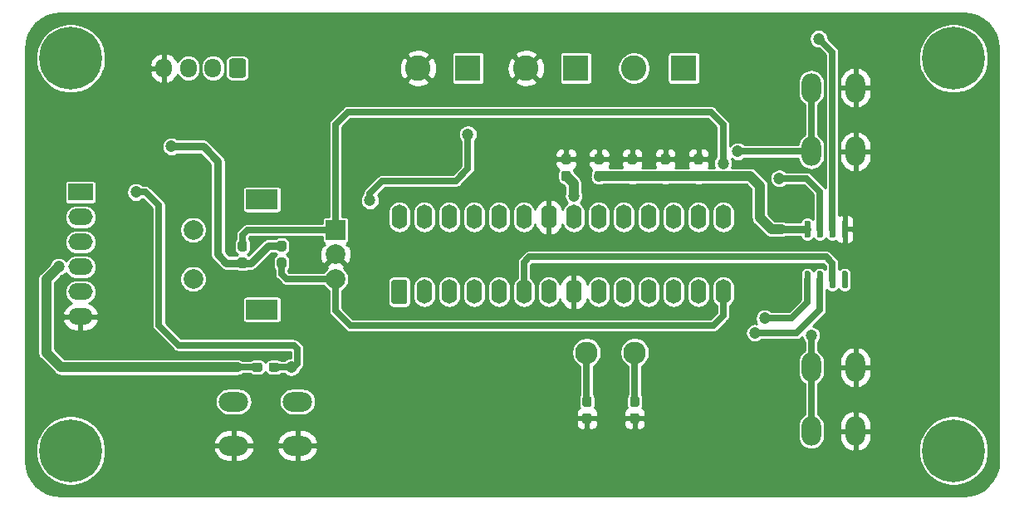
<source format=gbr>
%TF.GenerationSoftware,KiCad,Pcbnew,(5.1.10)-1*%
%TF.CreationDate,2022-01-05T23:07:18-06:00*%
%TF.ProjectId,HotPlate_TempControl,486f7450-6c61-4746-955f-54656d70436f,rev?*%
%TF.SameCoordinates,Original*%
%TF.FileFunction,Copper,L1,Top*%
%TF.FilePolarity,Positive*%
%FSLAX46Y46*%
G04 Gerber Fmt 4.6, Leading zero omitted, Abs format (unit mm)*
G04 Created by KiCad (PCBNEW (5.1.10)-1) date 2022-01-05 23:07:18*
%MOMM*%
%LPD*%
G01*
G04 APERTURE LIST*
%TA.AperFunction,ComponentPad*%
%ADD10C,2.300000*%
%TD*%
%TA.AperFunction,ComponentPad*%
%ADD11O,3.000000X2.000000*%
%TD*%
%TA.AperFunction,ComponentPad*%
%ADD12O,2.000000X3.000000*%
%TD*%
%TA.AperFunction,ComponentPad*%
%ADD13R,2.500000X1.700000*%
%TD*%
%TA.AperFunction,ComponentPad*%
%ADD14O,2.500000X1.700000*%
%TD*%
%TA.AperFunction,ComponentPad*%
%ADD15O,1.600000X2.500000*%
%TD*%
%TA.AperFunction,ComponentPad*%
%ADD16O,1.700000X1.950000*%
%TD*%
%TA.AperFunction,ComponentPad*%
%ADD17C,0.800000*%
%TD*%
%TA.AperFunction,ComponentPad*%
%ADD18C,6.400000*%
%TD*%
%TA.AperFunction,ComponentPad*%
%ADD19R,2.600000X2.600000*%
%TD*%
%TA.AperFunction,ComponentPad*%
%ADD20C,2.600000*%
%TD*%
%TA.AperFunction,ComponentPad*%
%ADD21C,2.000000*%
%TD*%
%TA.AperFunction,ComponentPad*%
%ADD22R,3.200000X2.000000*%
%TD*%
%TA.AperFunction,ComponentPad*%
%ADD23R,2.000000X2.000000*%
%TD*%
%TA.AperFunction,ViaPad*%
%ADD24C,1.200000*%
%TD*%
%TA.AperFunction,Conductor*%
%ADD25C,0.635000*%
%TD*%
%TA.AperFunction,Conductor*%
%ADD26C,1.000000*%
%TD*%
%TA.AperFunction,Conductor*%
%ADD27C,0.800000*%
%TD*%
%TA.AperFunction,Conductor*%
%ADD28C,0.254000*%
%TD*%
%TA.AperFunction,Conductor*%
%ADD29C,0.100000*%
%TD*%
G04 APERTURE END LIST*
D10*
%TO.P,Y1,1*%
%TO.N,/PB7*%
X162000000Y-101000000D03*
%TO.P,Y1,2*%
%TO.N,/PB6*%
X157100000Y-101000000D03*
%TD*%
D11*
%TO.P,SW1,2*%
%TO.N,/PC6*%
X127612500Y-106000000D03*
%TO.P,SW1,1*%
%TO.N,GND*%
X127612500Y-110500000D03*
%TO.P,SW1,2*%
%TO.N,/PC6*%
X121112500Y-106000000D03*
%TO.P,SW1,1*%
%TO.N,GND*%
X121112500Y-110500000D03*
%TD*%
D12*
%TO.P,SW4,2*%
%TO.N,/PB3*%
X180000000Y-109000000D03*
%TO.P,SW4,1*%
%TO.N,GND*%
X184500000Y-109000000D03*
%TO.P,SW4,2*%
%TO.N,/PB3*%
X180000000Y-102500000D03*
%TO.P,SW4,1*%
%TO.N,GND*%
X184500000Y-102500000D03*
%TD*%
D13*
%TO.P,J5,1*%
%TO.N,/PC6*%
X105500000Y-84650000D03*
D14*
%TO.P,J5,2*%
%TO.N,/PD1*%
X105500000Y-87190000D03*
%TO.P,J5,3*%
%TO.N,/PD0*%
X105500000Y-89730000D03*
%TO.P,J5,4*%
%TO.N,+5V*%
X105500000Y-92270000D03*
%TO.P,J5,5*%
%TO.N,Net-(J5-Pad5)*%
X105500000Y-94810000D03*
%TO.P,J5,6*%
%TO.N,GND*%
X105500000Y-97350000D03*
%TD*%
D12*
%TO.P,SW3,1*%
%TO.N,GND*%
X184500000Y-74000000D03*
%TO.P,SW3,2*%
%TO.N,/PB2*%
X180000000Y-74000000D03*
%TO.P,SW3,1*%
%TO.N,GND*%
X184500000Y-80500000D03*
%TO.P,SW3,2*%
%TO.N,/PB2*%
X180000000Y-80500000D03*
%TD*%
%TO.P,U1,1*%
%TO.N,/PC6*%
%TA.AperFunction,ComponentPad*%
G36*
G01*
X138600000Y-96060000D02*
X137400000Y-96060000D01*
G75*
G02*
X137200000Y-95860000I0J200000D01*
G01*
X137200000Y-93760000D01*
G75*
G02*
X137400000Y-93560000I200000J0D01*
G01*
X138600000Y-93560000D01*
G75*
G02*
X138800000Y-93760000I0J-200000D01*
G01*
X138800000Y-95860000D01*
G75*
G02*
X138600000Y-96060000I-200000J0D01*
G01*
G37*
%TD.AperFunction*%
D15*
%TO.P,U1,15*%
%TO.N,/PB1*%
X171020000Y-87190000D03*
%TO.P,U1,2*%
%TO.N,/PD0*%
X140540000Y-94810000D03*
%TO.P,U1,16*%
%TO.N,/PB2*%
X168480000Y-87190000D03*
%TO.P,U1,3*%
%TO.N,/PD1*%
X143080000Y-94810000D03*
%TO.P,U1,17*%
%TO.N,/PB3*%
X165940000Y-87190000D03*
%TO.P,U1,4*%
%TO.N,/PD2*%
X145620000Y-94810000D03*
%TO.P,U1,18*%
%TO.N,/PB4*%
X163400000Y-87190000D03*
%TO.P,U1,5*%
%TO.N,/PD3*%
X148160000Y-94810000D03*
%TO.P,U1,19*%
%TO.N,/PB5*%
X160860000Y-87190000D03*
%TO.P,U1,6*%
%TO.N,/PD4*%
X150700000Y-94810000D03*
%TO.P,U1,20*%
%TO.N,+5V*%
X158320000Y-87190000D03*
%TO.P,U1,7*%
X153240000Y-94810000D03*
%TO.P,U1,21*%
%TO.N,/AREF*%
X155780000Y-87190000D03*
%TO.P,U1,8*%
%TO.N,GND*%
X155780000Y-94810000D03*
%TO.P,U1,22*%
X153240000Y-87190000D03*
%TO.P,U1,9*%
%TO.N,/PB6*%
X158320000Y-94810000D03*
%TO.P,U1,23*%
%TO.N,/PC0*%
X150700000Y-87190000D03*
%TO.P,U1,10*%
%TO.N,/PB7*%
X160860000Y-94810000D03*
%TO.P,U1,24*%
%TO.N,/PC1*%
X148160000Y-87190000D03*
%TO.P,U1,11*%
%TO.N,/PD5*%
X163400000Y-94810000D03*
%TO.P,U1,25*%
%TO.N,/PC2*%
X145620000Y-87190000D03*
%TO.P,U1,12*%
%TO.N,/PD6*%
X165940000Y-94810000D03*
%TO.P,U1,26*%
%TO.N,/PC3*%
X143080000Y-87190000D03*
%TO.P,U1,13*%
%TO.N,/PD7*%
X168480000Y-94810000D03*
%TO.P,U1,27*%
%TO.N,/PC4*%
X140540000Y-87190000D03*
%TO.P,U1,14*%
%TO.N,/PB0*%
X171020000Y-94810000D03*
%TO.P,U1,28*%
%TO.N,/PC5*%
X138000000Y-87190000D03*
%TD*%
D16*
%TO.P,J2,4*%
%TO.N,GND*%
X114000000Y-72000000D03*
%TO.P,J2,3*%
%TO.N,+5V*%
X116500000Y-72000000D03*
%TO.P,J2,2*%
%TO.N,/PC5*%
X119000000Y-72000000D03*
%TO.P,J2,1*%
%TO.N,/PC4*%
%TA.AperFunction,ComponentPad*%
G36*
G01*
X122350000Y-71275000D02*
X122350000Y-72725000D01*
G75*
G02*
X122100000Y-72975000I-250000J0D01*
G01*
X120900000Y-72975000D01*
G75*
G02*
X120650000Y-72725000I0J250000D01*
G01*
X120650000Y-71275000D01*
G75*
G02*
X120900000Y-71025000I250000J0D01*
G01*
X122100000Y-71025000D01*
G75*
G02*
X122350000Y-71275000I0J-250000D01*
G01*
G37*
%TD.AperFunction*%
%TD*%
D17*
%TO.P,H4,1*%
%TO.N,N/C*%
X106197056Y-69302944D03*
X104500000Y-68600000D03*
X102802944Y-69302944D03*
X102100000Y-71000000D03*
X102802944Y-72697056D03*
X104500000Y-73400000D03*
X106197056Y-72697056D03*
X106900000Y-71000000D03*
D18*
X104500000Y-71000000D03*
%TD*%
D17*
%TO.P,H3,1*%
%TO.N,N/C*%
X196197056Y-69302944D03*
X194500000Y-68600000D03*
X192802944Y-69302944D03*
X192100000Y-71000000D03*
X192802944Y-72697056D03*
X194500000Y-73400000D03*
X196197056Y-72697056D03*
X196900000Y-71000000D03*
D18*
X194500000Y-71000000D03*
%TD*%
D17*
%TO.P,H2,1*%
%TO.N,N/C*%
X196197056Y-109302944D03*
X194500000Y-108600000D03*
X192802944Y-109302944D03*
X192100000Y-111000000D03*
X192802944Y-112697056D03*
X194500000Y-113400000D03*
X196197056Y-112697056D03*
X196900000Y-111000000D03*
D18*
X194500000Y-111000000D03*
%TD*%
D17*
%TO.P,H1,1*%
%TO.N,N/C*%
X106197056Y-109302944D03*
X104500000Y-108600000D03*
X102802944Y-109302944D03*
X102100000Y-111000000D03*
X102802944Y-112697056D03*
X104500000Y-113400000D03*
X106197056Y-112697056D03*
X106900000Y-111000000D03*
D18*
X104500000Y-111000000D03*
%TD*%
%TO.P,C1,1*%
%TO.N,/PB7*%
%TA.AperFunction,SMDPad,CuDef*%
G36*
G01*
X161762500Y-105462500D02*
X162237500Y-105462500D01*
G75*
G02*
X162475000Y-105700000I0J-237500D01*
G01*
X162475000Y-106300000D01*
G75*
G02*
X162237500Y-106537500I-237500J0D01*
G01*
X161762500Y-106537500D01*
G75*
G02*
X161525000Y-106300000I0J237500D01*
G01*
X161525000Y-105700000D01*
G75*
G02*
X161762500Y-105462500I237500J0D01*
G01*
G37*
%TD.AperFunction*%
%TO.P,C1,2*%
%TO.N,GND*%
%TA.AperFunction,SMDPad,CuDef*%
G36*
G01*
X161762500Y-107187500D02*
X162237500Y-107187500D01*
G75*
G02*
X162475000Y-107425000I0J-237500D01*
G01*
X162475000Y-108025000D01*
G75*
G02*
X162237500Y-108262500I-237500J0D01*
G01*
X161762500Y-108262500D01*
G75*
G02*
X161525000Y-108025000I0J237500D01*
G01*
X161525000Y-107425000D01*
G75*
G02*
X161762500Y-107187500I237500J0D01*
G01*
G37*
%TD.AperFunction*%
%TD*%
%TO.P,C2,2*%
%TO.N,GND*%
%TA.AperFunction,SMDPad,CuDef*%
G36*
G01*
X156887500Y-107187500D02*
X157362500Y-107187500D01*
G75*
G02*
X157600000Y-107425000I0J-237500D01*
G01*
X157600000Y-108025000D01*
G75*
G02*
X157362500Y-108262500I-237500J0D01*
G01*
X156887500Y-108262500D01*
G75*
G02*
X156650000Y-108025000I0J237500D01*
G01*
X156650000Y-107425000D01*
G75*
G02*
X156887500Y-107187500I237500J0D01*
G01*
G37*
%TD.AperFunction*%
%TO.P,C2,1*%
%TO.N,/PB6*%
%TA.AperFunction,SMDPad,CuDef*%
G36*
G01*
X156887500Y-105462500D02*
X157362500Y-105462500D01*
G75*
G02*
X157600000Y-105700000I0J-237500D01*
G01*
X157600000Y-106300000D01*
G75*
G02*
X157362500Y-106537500I-237500J0D01*
G01*
X156887500Y-106537500D01*
G75*
G02*
X156650000Y-106300000I0J237500D01*
G01*
X156650000Y-105700000D01*
G75*
G02*
X156887500Y-105462500I237500J0D01*
G01*
G37*
%TD.AperFunction*%
%TD*%
%TO.P,C3,1*%
%TO.N,+5V*%
%TA.AperFunction,SMDPad,CuDef*%
G36*
G01*
X168737500Y-83537500D02*
X168262500Y-83537500D01*
G75*
G02*
X168025000Y-83300000I0J237500D01*
G01*
X168025000Y-82700000D01*
G75*
G02*
X168262500Y-82462500I237500J0D01*
G01*
X168737500Y-82462500D01*
G75*
G02*
X168975000Y-82700000I0J-237500D01*
G01*
X168975000Y-83300000D01*
G75*
G02*
X168737500Y-83537500I-237500J0D01*
G01*
G37*
%TD.AperFunction*%
%TO.P,C3,2*%
%TO.N,GND*%
%TA.AperFunction,SMDPad,CuDef*%
G36*
G01*
X168737500Y-81812500D02*
X168262500Y-81812500D01*
G75*
G02*
X168025000Y-81575000I0J237500D01*
G01*
X168025000Y-80975000D01*
G75*
G02*
X168262500Y-80737500I237500J0D01*
G01*
X168737500Y-80737500D01*
G75*
G02*
X168975000Y-80975000I0J-237500D01*
G01*
X168975000Y-81575000D01*
G75*
G02*
X168737500Y-81812500I-237500J0D01*
G01*
G37*
%TD.AperFunction*%
%TD*%
%TO.P,C4,2*%
%TO.N,GND*%
%TA.AperFunction,SMDPad,CuDef*%
G36*
G01*
X165362500Y-81812500D02*
X164887500Y-81812500D01*
G75*
G02*
X164650000Y-81575000I0J237500D01*
G01*
X164650000Y-80975000D01*
G75*
G02*
X164887500Y-80737500I237500J0D01*
G01*
X165362500Y-80737500D01*
G75*
G02*
X165600000Y-80975000I0J-237500D01*
G01*
X165600000Y-81575000D01*
G75*
G02*
X165362500Y-81812500I-237500J0D01*
G01*
G37*
%TD.AperFunction*%
%TO.P,C4,1*%
%TO.N,+5V*%
%TA.AperFunction,SMDPad,CuDef*%
G36*
G01*
X165362500Y-83537500D02*
X164887500Y-83537500D01*
G75*
G02*
X164650000Y-83300000I0J237500D01*
G01*
X164650000Y-82700000D01*
G75*
G02*
X164887500Y-82462500I237500J0D01*
G01*
X165362500Y-82462500D01*
G75*
G02*
X165600000Y-82700000I0J-237500D01*
G01*
X165600000Y-83300000D01*
G75*
G02*
X165362500Y-83537500I-237500J0D01*
G01*
G37*
%TD.AperFunction*%
%TD*%
%TO.P,C5,1*%
%TO.N,+5V*%
%TA.AperFunction,SMDPad,CuDef*%
G36*
G01*
X161987500Y-83537500D02*
X161512500Y-83537500D01*
G75*
G02*
X161275000Y-83300000I0J237500D01*
G01*
X161275000Y-82700000D01*
G75*
G02*
X161512500Y-82462500I237500J0D01*
G01*
X161987500Y-82462500D01*
G75*
G02*
X162225000Y-82700000I0J-237500D01*
G01*
X162225000Y-83300000D01*
G75*
G02*
X161987500Y-83537500I-237500J0D01*
G01*
G37*
%TD.AperFunction*%
%TO.P,C5,2*%
%TO.N,GND*%
%TA.AperFunction,SMDPad,CuDef*%
G36*
G01*
X161987500Y-81812500D02*
X161512500Y-81812500D01*
G75*
G02*
X161275000Y-81575000I0J237500D01*
G01*
X161275000Y-80975000D01*
G75*
G02*
X161512500Y-80737500I237500J0D01*
G01*
X161987500Y-80737500D01*
G75*
G02*
X162225000Y-80975000I0J-237500D01*
G01*
X162225000Y-81575000D01*
G75*
G02*
X161987500Y-81812500I-237500J0D01*
G01*
G37*
%TD.AperFunction*%
%TD*%
%TO.P,C6,2*%
%TO.N,GND*%
%TA.AperFunction,SMDPad,CuDef*%
G36*
G01*
X158612500Y-81812500D02*
X158137500Y-81812500D01*
G75*
G02*
X157900000Y-81575000I0J237500D01*
G01*
X157900000Y-80975000D01*
G75*
G02*
X158137500Y-80737500I237500J0D01*
G01*
X158612500Y-80737500D01*
G75*
G02*
X158850000Y-80975000I0J-237500D01*
G01*
X158850000Y-81575000D01*
G75*
G02*
X158612500Y-81812500I-237500J0D01*
G01*
G37*
%TD.AperFunction*%
%TO.P,C6,1*%
%TO.N,+5V*%
%TA.AperFunction,SMDPad,CuDef*%
G36*
G01*
X158612500Y-83537500D02*
X158137500Y-83537500D01*
G75*
G02*
X157900000Y-83300000I0J237500D01*
G01*
X157900000Y-82700000D01*
G75*
G02*
X158137500Y-82462500I237500J0D01*
G01*
X158612500Y-82462500D01*
G75*
G02*
X158850000Y-82700000I0J-237500D01*
G01*
X158850000Y-83300000D01*
G75*
G02*
X158612500Y-83537500I-237500J0D01*
G01*
G37*
%TD.AperFunction*%
%TD*%
%TO.P,C7,1*%
%TO.N,/AREF*%
%TA.AperFunction,SMDPad,CuDef*%
G36*
G01*
X155237500Y-83537500D02*
X154762500Y-83537500D01*
G75*
G02*
X154525000Y-83300000I0J237500D01*
G01*
X154525000Y-82700000D01*
G75*
G02*
X154762500Y-82462500I237500J0D01*
G01*
X155237500Y-82462500D01*
G75*
G02*
X155475000Y-82700000I0J-237500D01*
G01*
X155475000Y-83300000D01*
G75*
G02*
X155237500Y-83537500I-237500J0D01*
G01*
G37*
%TD.AperFunction*%
%TO.P,C7,2*%
%TO.N,GND*%
%TA.AperFunction,SMDPad,CuDef*%
G36*
G01*
X155237500Y-81812500D02*
X154762500Y-81812500D01*
G75*
G02*
X154525000Y-81575000I0J237500D01*
G01*
X154525000Y-80975000D01*
G75*
G02*
X154762500Y-80737500I237500J0D01*
G01*
X155237500Y-80737500D01*
G75*
G02*
X155475000Y-80975000I0J-237500D01*
G01*
X155475000Y-81575000D01*
G75*
G02*
X155237500Y-81812500I-237500J0D01*
G01*
G37*
%TD.AperFunction*%
%TD*%
D19*
%TO.P,J1,1*%
%TO.N,+5V*%
X156000000Y-72000000D03*
D20*
%TO.P,J1,2*%
%TO.N,GND*%
X150920000Y-72000000D03*
%TD*%
%TO.P,J3,2*%
%TO.N,GND*%
X139920000Y-72000000D03*
D19*
%TO.P,J3,1*%
%TO.N,/PD3*%
X145000000Y-72000000D03*
%TD*%
%TO.P,J4,1*%
%TO.N,/T+*%
X167000000Y-72000000D03*
D20*
%TO.P,J4,2*%
%TO.N,/T-*%
X161920000Y-72000000D03*
%TD*%
%TO.P,R1,2*%
%TO.N,+5V*%
%TA.AperFunction,SMDPad,CuDef*%
G36*
G01*
X124037500Y-102262500D02*
X124037500Y-102737500D01*
G75*
G02*
X123800000Y-102975000I-237500J0D01*
G01*
X123200000Y-102975000D01*
G75*
G02*
X122962500Y-102737500I0J237500D01*
G01*
X122962500Y-102262500D01*
G75*
G02*
X123200000Y-102025000I237500J0D01*
G01*
X123800000Y-102025000D01*
G75*
G02*
X124037500Y-102262500I0J-237500D01*
G01*
G37*
%TD.AperFunction*%
%TO.P,R1,1*%
%TO.N,/PC6*%
%TA.AperFunction,SMDPad,CuDef*%
G36*
G01*
X125762500Y-102262500D02*
X125762500Y-102737500D01*
G75*
G02*
X125525000Y-102975000I-237500J0D01*
G01*
X124925000Y-102975000D01*
G75*
G02*
X124687500Y-102737500I0J237500D01*
G01*
X124687500Y-102262500D01*
G75*
G02*
X124925000Y-102025000I237500J0D01*
G01*
X125525000Y-102025000D01*
G75*
G02*
X125762500Y-102262500I0J-237500D01*
G01*
G37*
%TD.AperFunction*%
%TD*%
%TO.P,R2,2*%
%TO.N,+5V*%
%TA.AperFunction,SMDPad,CuDef*%
G36*
G01*
X121762500Y-91325000D02*
X122237500Y-91325000D01*
G75*
G02*
X122475000Y-91562500I0J-237500D01*
G01*
X122475000Y-92162500D01*
G75*
G02*
X122237500Y-92400000I-237500J0D01*
G01*
X121762500Y-92400000D01*
G75*
G02*
X121525000Y-92162500I0J237500D01*
G01*
X121525000Y-91562500D01*
G75*
G02*
X121762500Y-91325000I237500J0D01*
G01*
G37*
%TD.AperFunction*%
%TO.P,R2,1*%
%TO.N,/PB1*%
%TA.AperFunction,SMDPad,CuDef*%
G36*
G01*
X121762500Y-89600000D02*
X122237500Y-89600000D01*
G75*
G02*
X122475000Y-89837500I0J-237500D01*
G01*
X122475000Y-90437500D01*
G75*
G02*
X122237500Y-90675000I-237500J0D01*
G01*
X121762500Y-90675000D01*
G75*
G02*
X121525000Y-90437500I0J237500D01*
G01*
X121525000Y-89837500D01*
G75*
G02*
X121762500Y-89600000I237500J0D01*
G01*
G37*
%TD.AperFunction*%
%TD*%
%TO.P,R3,1*%
%TO.N,/PB0*%
%TA.AperFunction,SMDPad,CuDef*%
G36*
G01*
X126237500Y-92400000D02*
X125762500Y-92400000D01*
G75*
G02*
X125525000Y-92162500I0J237500D01*
G01*
X125525000Y-91562500D01*
G75*
G02*
X125762500Y-91325000I237500J0D01*
G01*
X126237500Y-91325000D01*
G75*
G02*
X126475000Y-91562500I0J-237500D01*
G01*
X126475000Y-92162500D01*
G75*
G02*
X126237500Y-92400000I-237500J0D01*
G01*
G37*
%TD.AperFunction*%
%TO.P,R3,2*%
%TO.N,+5V*%
%TA.AperFunction,SMDPad,CuDef*%
G36*
G01*
X126237500Y-90675000D02*
X125762500Y-90675000D01*
G75*
G02*
X125525000Y-90437500I0J237500D01*
G01*
X125525000Y-89837500D01*
G75*
G02*
X125762500Y-89600000I237500J0D01*
G01*
X126237500Y-89600000D01*
G75*
G02*
X126475000Y-89837500I0J-237500D01*
G01*
X126475000Y-90437500D01*
G75*
G02*
X126237500Y-90675000I-237500J0D01*
G01*
G37*
%TD.AperFunction*%
%TD*%
D21*
%TO.P,SW2,S1*%
%TO.N,Net-(SW2-PadS1)*%
X117000000Y-93500000D03*
%TO.P,SW2,S2*%
%TO.N,Net-(SW2-PadS2)*%
X117000000Y-88500000D03*
D22*
%TO.P,SW2,MP*%
%TO.N,N/C*%
X124000000Y-96600000D03*
X124000000Y-85400000D03*
D21*
%TO.P,SW2,B*%
%TO.N,/PB0*%
X131500000Y-93500000D03*
%TO.P,SW2,C*%
%TO.N,GND*%
X131500000Y-91000000D03*
D23*
%TO.P,SW2,A*%
%TO.N,/PB1*%
X131500000Y-88500000D03*
%TD*%
%TO.P,U2,8*%
%TO.N,N/C*%
%TA.AperFunction,SMDPad,CuDef*%
G36*
G01*
X183255000Y-92700000D02*
X183555000Y-92700000D01*
G75*
G02*
X183705000Y-92850000I0J-150000D01*
G01*
X183705000Y-94300000D01*
G75*
G02*
X183555000Y-94450000I-150000J0D01*
G01*
X183255000Y-94450000D01*
G75*
G02*
X183105000Y-94300000I0J150000D01*
G01*
X183105000Y-92850000D01*
G75*
G02*
X183255000Y-92700000I150000J0D01*
G01*
G37*
%TD.AperFunction*%
%TO.P,U2,7*%
%TO.N,/PD4*%
%TA.AperFunction,SMDPad,CuDef*%
G36*
G01*
X181985000Y-92700000D02*
X182285000Y-92700000D01*
G75*
G02*
X182435000Y-92850000I0J-150000D01*
G01*
X182435000Y-94300000D01*
G75*
G02*
X182285000Y-94450000I-150000J0D01*
G01*
X181985000Y-94450000D01*
G75*
G02*
X181835000Y-94300000I0J150000D01*
G01*
X181835000Y-92850000D01*
G75*
G02*
X181985000Y-92700000I150000J0D01*
G01*
G37*
%TD.AperFunction*%
%TO.P,U2,6*%
%TO.N,/PD5*%
%TA.AperFunction,SMDPad,CuDef*%
G36*
G01*
X180715000Y-92700000D02*
X181015000Y-92700000D01*
G75*
G02*
X181165000Y-92850000I0J-150000D01*
G01*
X181165000Y-94300000D01*
G75*
G02*
X181015000Y-94450000I-150000J0D01*
G01*
X180715000Y-94450000D01*
G75*
G02*
X180565000Y-94300000I0J150000D01*
G01*
X180565000Y-92850000D01*
G75*
G02*
X180715000Y-92700000I150000J0D01*
G01*
G37*
%TD.AperFunction*%
%TO.P,U2,5*%
%TO.N,/PD6*%
%TA.AperFunction,SMDPad,CuDef*%
G36*
G01*
X179445000Y-92700000D02*
X179745000Y-92700000D01*
G75*
G02*
X179895000Y-92850000I0J-150000D01*
G01*
X179895000Y-94300000D01*
G75*
G02*
X179745000Y-94450000I-150000J0D01*
G01*
X179445000Y-94450000D01*
G75*
G02*
X179295000Y-94300000I0J150000D01*
G01*
X179295000Y-92850000D01*
G75*
G02*
X179445000Y-92700000I150000J0D01*
G01*
G37*
%TD.AperFunction*%
%TO.P,U2,4*%
%TO.N,+5V*%
%TA.AperFunction,SMDPad,CuDef*%
G36*
G01*
X179445000Y-87550000D02*
X179745000Y-87550000D01*
G75*
G02*
X179895000Y-87700000I0J-150000D01*
G01*
X179895000Y-89150000D01*
G75*
G02*
X179745000Y-89300000I-150000J0D01*
G01*
X179445000Y-89300000D01*
G75*
G02*
X179295000Y-89150000I0J150000D01*
G01*
X179295000Y-87700000D01*
G75*
G02*
X179445000Y-87550000I150000J0D01*
G01*
G37*
%TD.AperFunction*%
%TO.P,U2,3*%
%TO.N,/T+*%
%TA.AperFunction,SMDPad,CuDef*%
G36*
G01*
X180715000Y-87550000D02*
X181015000Y-87550000D01*
G75*
G02*
X181165000Y-87700000I0J-150000D01*
G01*
X181165000Y-89150000D01*
G75*
G02*
X181015000Y-89300000I-150000J0D01*
G01*
X180715000Y-89300000D01*
G75*
G02*
X180565000Y-89150000I0J150000D01*
G01*
X180565000Y-87700000D01*
G75*
G02*
X180715000Y-87550000I150000J0D01*
G01*
G37*
%TD.AperFunction*%
%TO.P,U2,2*%
%TO.N,/T-*%
%TA.AperFunction,SMDPad,CuDef*%
G36*
G01*
X181985000Y-87550000D02*
X182285000Y-87550000D01*
G75*
G02*
X182435000Y-87700000I0J-150000D01*
G01*
X182435000Y-89150000D01*
G75*
G02*
X182285000Y-89300000I-150000J0D01*
G01*
X181985000Y-89300000D01*
G75*
G02*
X181835000Y-89150000I0J150000D01*
G01*
X181835000Y-87700000D01*
G75*
G02*
X181985000Y-87550000I150000J0D01*
G01*
G37*
%TD.AperFunction*%
%TO.P,U2,1*%
%TO.N,GND*%
%TA.AperFunction,SMDPad,CuDef*%
G36*
G01*
X183255000Y-87550000D02*
X183555000Y-87550000D01*
G75*
G02*
X183705000Y-87700000I0J-150000D01*
G01*
X183705000Y-89150000D01*
G75*
G02*
X183555000Y-89300000I-150000J0D01*
G01*
X183255000Y-89300000D01*
G75*
G02*
X183105000Y-89150000I0J150000D01*
G01*
X183105000Y-87700000D01*
G75*
G02*
X183255000Y-87550000I150000J0D01*
G01*
G37*
%TD.AperFunction*%
%TD*%
D24*
%TO.N,+5V*%
X103270000Y-92270000D03*
X114750000Y-80000000D03*
%TO.N,/AREF*%
X155780000Y-85030000D03*
%TO.N,/PD3*%
X145000000Y-78750000D03*
X135000000Y-85500000D03*
%TO.N,/T+*%
X176750000Y-83250000D03*
%TO.N,/T-*%
X180750000Y-69000000D03*
%TO.N,/PC6*%
X127000000Y-102500000D03*
X111150000Y-84650000D03*
%TO.N,/PB1*%
X171000000Y-81700000D03*
%TO.N,/PB2*%
X172500000Y-80500000D03*
%TO.N,/PB3*%
X180000000Y-99250000D03*
%TO.N,/PD5*%
X174250000Y-99000000D03*
%TO.N,/PD6*%
X175250000Y-97500000D03*
%TD*%
D25*
%TO.N,/PB7*%
X162000000Y-106000000D02*
X162000000Y-101000000D01*
%TO.N,/PB6*%
X157100000Y-105975000D02*
X157125000Y-106000000D01*
X157100000Y-101000000D02*
X157100000Y-105975000D01*
D26*
%TO.N,+5V*%
X158375000Y-83000000D02*
X161750000Y-83000000D01*
X161750000Y-83000000D02*
X165125000Y-83000000D01*
X165125000Y-83000000D02*
X168500000Y-83000000D01*
X158320000Y-83055000D02*
X158375000Y-83000000D01*
D27*
X179595000Y-88425000D02*
X176925000Y-88425000D01*
D26*
X175925000Y-88425000D02*
X176925000Y-88425000D01*
X174750000Y-87250000D02*
X175925000Y-88425000D01*
X174750000Y-84000000D02*
X174750000Y-87250000D01*
X173750000Y-83000000D02*
X174750000Y-84000000D01*
X168500000Y-83000000D02*
X173750000Y-83000000D01*
D25*
X123500000Y-102500000D02*
X121500000Y-102500000D01*
D26*
X121500000Y-102500000D02*
X103500000Y-102500000D01*
X103500000Y-102500000D02*
X102000000Y-101000000D01*
X102000000Y-93540000D02*
X103270000Y-92270000D01*
X102000000Y-101000000D02*
X102000000Y-93540000D01*
D27*
X126000000Y-90137500D02*
X124612500Y-90137500D01*
X122887500Y-91862500D02*
X122000000Y-91862500D01*
X124612500Y-90137500D02*
X122887500Y-91862500D01*
X122000000Y-91862500D02*
X120362500Y-91862500D01*
X120362500Y-91862500D02*
X119500000Y-91000000D01*
X119500000Y-91000000D02*
X119500000Y-81500000D01*
X118000000Y-80000000D02*
X114750000Y-80000000D01*
X119500000Y-81500000D02*
X118000000Y-80000000D01*
D26*
%TO.N,/AREF*%
X155780000Y-83780000D02*
X155000000Y-83000000D01*
X155780000Y-85030000D02*
X155780000Y-83780000D01*
D25*
%TO.N,/PD3*%
X145000000Y-82250000D02*
X145000000Y-78750000D01*
X143750000Y-83500000D02*
X145000000Y-82250000D01*
X136250000Y-83500000D02*
X143750000Y-83500000D01*
X135000000Y-84750000D02*
X136250000Y-83500000D01*
X135000000Y-85500000D02*
X135000000Y-84750000D01*
%TO.N,/T+*%
X180865000Y-88425000D02*
X180865000Y-84615000D01*
X179500000Y-83250000D02*
X176750000Y-83250000D01*
X180865000Y-84615000D02*
X179500000Y-83250000D01*
%TO.N,/T-*%
X182135000Y-88425000D02*
X182135000Y-70885000D01*
X182135000Y-70885000D02*
X182135000Y-70385000D01*
X182135000Y-70385000D02*
X180750000Y-69000000D01*
%TO.N,/PC6*%
X126200000Y-102500000D02*
X127200000Y-102500000D01*
X127000000Y-102500000D02*
X126200000Y-102500000D01*
X126200000Y-102500000D02*
X125225000Y-102500000D01*
X127200000Y-102500000D02*
X127600000Y-102100000D01*
X127600000Y-102100000D02*
X127600000Y-100600000D01*
X127600000Y-100600000D02*
X127250000Y-100250000D01*
X127250000Y-100250000D02*
X115500000Y-100250000D01*
X115500000Y-100250000D02*
X113500000Y-98250000D01*
X113500000Y-98250000D02*
X113500000Y-86000000D01*
X112150000Y-84650000D02*
X111150000Y-84650000D01*
X113500000Y-86000000D02*
X112150000Y-84650000D01*
%TO.N,/PB1*%
X131500000Y-88500000D02*
X122500000Y-88500000D01*
X122000000Y-89000000D02*
X122500000Y-88500000D01*
X122000000Y-90137500D02*
X122000000Y-89000000D01*
X131500000Y-77750000D02*
X131500000Y-88500000D01*
X132750000Y-76500000D02*
X131500000Y-77750000D01*
X169750000Y-76500000D02*
X132750000Y-76500000D01*
X171000000Y-77750000D02*
X169750000Y-76500000D01*
X171000000Y-81700000D02*
X171000000Y-77750000D01*
%TO.N,/PB0*%
X126000000Y-91862500D02*
X126000000Y-93000000D01*
X126500000Y-93500000D02*
X131500000Y-93500000D01*
X126000000Y-93000000D02*
X126500000Y-93500000D01*
X171020000Y-94810000D02*
X171020000Y-97230000D01*
X171020000Y-97230000D02*
X170000000Y-98250000D01*
X170000000Y-98250000D02*
X133000000Y-98250000D01*
X131500000Y-96750000D02*
X131500000Y-93500000D01*
X133000000Y-98250000D02*
X131500000Y-96750000D01*
%TO.N,/PB2*%
X180000000Y-74000000D02*
X180000000Y-80500000D01*
X180000000Y-80500000D02*
X172500000Y-80500000D01*
%TO.N,/PB3*%
X180000000Y-109000000D02*
X180000000Y-102500000D01*
X180000000Y-99250000D02*
X180000000Y-102500000D01*
%TO.N,/PD4*%
X150700000Y-91800000D02*
X150700000Y-94810000D01*
X181500000Y-91250000D02*
X151250000Y-91250000D01*
X151250000Y-91250000D02*
X150700000Y-91800000D01*
X182135000Y-91885000D02*
X181500000Y-91250000D01*
X182135000Y-93575000D02*
X182135000Y-91885000D01*
%TO.N,/PD5*%
X178500000Y-99000000D02*
X180865000Y-96635000D01*
X174250000Y-99000000D02*
X178500000Y-99000000D01*
X180865000Y-96635000D02*
X180865000Y-93575000D01*
%TO.N,/PD6*%
X179595000Y-95905000D02*
X179595000Y-93575000D01*
X175250000Y-97500000D02*
X178000000Y-97500000D01*
X178000000Y-97500000D02*
X179595000Y-95905000D01*
%TD*%
D28*
%TO.N,GND*%
X196197696Y-66476356D02*
X196868824Y-66678982D01*
X197487810Y-67008102D01*
X198031084Y-67451184D01*
X198477946Y-67991347D01*
X198811381Y-68608022D01*
X199018686Y-69277716D01*
X199093976Y-69994053D01*
X199094001Y-70001122D01*
X199094000Y-111980146D01*
X199023644Y-112697696D01*
X198821017Y-113368828D01*
X198491896Y-113987814D01*
X198048815Y-114531084D01*
X197508652Y-114977946D01*
X196891977Y-115311381D01*
X196222284Y-115518686D01*
X195505947Y-115593976D01*
X195499166Y-115594000D01*
X103519854Y-115594000D01*
X102802304Y-115523644D01*
X102131172Y-115321017D01*
X101512186Y-114991896D01*
X100968916Y-114548815D01*
X100522054Y-114008652D01*
X100188619Y-113391977D01*
X99981314Y-112722284D01*
X99906024Y-112005947D01*
X99906000Y-111999166D01*
X99906000Y-110647302D01*
X100919000Y-110647302D01*
X100919000Y-111352698D01*
X101056616Y-112044539D01*
X101326559Y-112696240D01*
X101718456Y-113282754D01*
X102217246Y-113781544D01*
X102803760Y-114173441D01*
X103455461Y-114443384D01*
X104147302Y-114581000D01*
X104852698Y-114581000D01*
X105544539Y-114443384D01*
X106196240Y-114173441D01*
X106782754Y-113781544D01*
X107281544Y-113282754D01*
X107673441Y-112696240D01*
X107943384Y-112044539D01*
X108081000Y-111352698D01*
X108081000Y-110880434D01*
X119022376Y-110880434D01*
X119053356Y-111008355D01*
X119182490Y-111302761D01*
X119366578Y-111566317D01*
X119598546Y-111788895D01*
X119869480Y-111961942D01*
X120168968Y-112078807D01*
X120485500Y-112135000D01*
X120985500Y-112135000D01*
X120985500Y-110627000D01*
X121239500Y-110627000D01*
X121239500Y-112135000D01*
X121739500Y-112135000D01*
X122056032Y-112078807D01*
X122355520Y-111961942D01*
X122626454Y-111788895D01*
X122858422Y-111566317D01*
X123042510Y-111302761D01*
X123171644Y-111008355D01*
X123202624Y-110880434D01*
X125522376Y-110880434D01*
X125553356Y-111008355D01*
X125682490Y-111302761D01*
X125866578Y-111566317D01*
X126098546Y-111788895D01*
X126369480Y-111961942D01*
X126668968Y-112078807D01*
X126985500Y-112135000D01*
X127485500Y-112135000D01*
X127485500Y-110627000D01*
X127739500Y-110627000D01*
X127739500Y-112135000D01*
X128239500Y-112135000D01*
X128556032Y-112078807D01*
X128855520Y-111961942D01*
X129126454Y-111788895D01*
X129358422Y-111566317D01*
X129542510Y-111302761D01*
X129671644Y-111008355D01*
X129702624Y-110880434D01*
X129583277Y-110627000D01*
X127739500Y-110627000D01*
X127485500Y-110627000D01*
X125641723Y-110627000D01*
X125522376Y-110880434D01*
X123202624Y-110880434D01*
X123083277Y-110627000D01*
X121239500Y-110627000D01*
X120985500Y-110627000D01*
X119141723Y-110627000D01*
X119022376Y-110880434D01*
X108081000Y-110880434D01*
X108081000Y-110647302D01*
X107976027Y-110119566D01*
X119022376Y-110119566D01*
X119141723Y-110373000D01*
X120985500Y-110373000D01*
X120985500Y-108865000D01*
X121239500Y-108865000D01*
X121239500Y-110373000D01*
X123083277Y-110373000D01*
X123202624Y-110119566D01*
X125522376Y-110119566D01*
X125641723Y-110373000D01*
X127485500Y-110373000D01*
X127485500Y-108865000D01*
X127739500Y-108865000D01*
X127739500Y-110373000D01*
X129583277Y-110373000D01*
X129702624Y-110119566D01*
X129671644Y-109991645D01*
X129542510Y-109697239D01*
X129358422Y-109433683D01*
X129126454Y-109211105D01*
X128855520Y-109038058D01*
X128556032Y-108921193D01*
X128239500Y-108865000D01*
X127739500Y-108865000D01*
X127485500Y-108865000D01*
X126985500Y-108865000D01*
X126668968Y-108921193D01*
X126369480Y-109038058D01*
X126098546Y-109211105D01*
X125866578Y-109433683D01*
X125682490Y-109697239D01*
X125553356Y-109991645D01*
X125522376Y-110119566D01*
X123202624Y-110119566D01*
X123171644Y-109991645D01*
X123042510Y-109697239D01*
X122858422Y-109433683D01*
X122626454Y-109211105D01*
X122355520Y-109038058D01*
X122056032Y-108921193D01*
X121739500Y-108865000D01*
X121239500Y-108865000D01*
X120985500Y-108865000D01*
X120485500Y-108865000D01*
X120168968Y-108921193D01*
X119869480Y-109038058D01*
X119598546Y-109211105D01*
X119366578Y-109433683D01*
X119182490Y-109697239D01*
X119053356Y-109991645D01*
X119022376Y-110119566D01*
X107976027Y-110119566D01*
X107943384Y-109955461D01*
X107673441Y-109303760D01*
X107281544Y-108717246D01*
X106826798Y-108262500D01*
X156011928Y-108262500D01*
X156024188Y-108386982D01*
X156060498Y-108506680D01*
X156119463Y-108616994D01*
X156198815Y-108713685D01*
X156295506Y-108793037D01*
X156405820Y-108852002D01*
X156525518Y-108888312D01*
X156650000Y-108900572D01*
X156839250Y-108897500D01*
X156998000Y-108738750D01*
X156998000Y-107852000D01*
X157252000Y-107852000D01*
X157252000Y-108738750D01*
X157410750Y-108897500D01*
X157600000Y-108900572D01*
X157724482Y-108888312D01*
X157844180Y-108852002D01*
X157954494Y-108793037D01*
X158051185Y-108713685D01*
X158130537Y-108616994D01*
X158189502Y-108506680D01*
X158225812Y-108386982D01*
X158238072Y-108262500D01*
X160886928Y-108262500D01*
X160899188Y-108386982D01*
X160935498Y-108506680D01*
X160994463Y-108616994D01*
X161073815Y-108713685D01*
X161170506Y-108793037D01*
X161280820Y-108852002D01*
X161400518Y-108888312D01*
X161525000Y-108900572D01*
X161714250Y-108897500D01*
X161873000Y-108738750D01*
X161873000Y-107852000D01*
X162127000Y-107852000D01*
X162127000Y-108738750D01*
X162285750Y-108897500D01*
X162475000Y-108900572D01*
X162599482Y-108888312D01*
X162719180Y-108852002D01*
X162829494Y-108793037D01*
X162926185Y-108713685D01*
X163005537Y-108616994D01*
X163064502Y-108506680D01*
X163100812Y-108386982D01*
X163113072Y-108262500D01*
X163110000Y-108010750D01*
X162951250Y-107852000D01*
X162127000Y-107852000D01*
X161873000Y-107852000D01*
X161048750Y-107852000D01*
X160890000Y-108010750D01*
X160886928Y-108262500D01*
X158238072Y-108262500D01*
X158235000Y-108010750D01*
X158076250Y-107852000D01*
X157252000Y-107852000D01*
X156998000Y-107852000D01*
X156173750Y-107852000D01*
X156015000Y-108010750D01*
X156011928Y-108262500D01*
X106826798Y-108262500D01*
X106782754Y-108218456D01*
X106196240Y-107826559D01*
X105544539Y-107556616D01*
X104852698Y-107419000D01*
X104147302Y-107419000D01*
X103455461Y-107556616D01*
X102803760Y-107826559D01*
X102217246Y-108218456D01*
X101718456Y-108717246D01*
X101326559Y-109303760D01*
X101056616Y-109955461D01*
X100919000Y-110647302D01*
X99906000Y-110647302D01*
X99906000Y-106000000D01*
X119224818Y-106000000D01*
X119251482Y-106270723D01*
X119330449Y-106531043D01*
X119458685Y-106770955D01*
X119631261Y-106981239D01*
X119841545Y-107153815D01*
X120081457Y-107282051D01*
X120341777Y-107361018D01*
X120544657Y-107381000D01*
X121680343Y-107381000D01*
X121883223Y-107361018D01*
X122143543Y-107282051D01*
X122383455Y-107153815D01*
X122593739Y-106981239D01*
X122766315Y-106770955D01*
X122894551Y-106531043D01*
X122973518Y-106270723D01*
X123000182Y-106000000D01*
X125724818Y-106000000D01*
X125751482Y-106270723D01*
X125830449Y-106531043D01*
X125958685Y-106770955D01*
X126131261Y-106981239D01*
X126341545Y-107153815D01*
X126581457Y-107282051D01*
X126841777Y-107361018D01*
X127044657Y-107381000D01*
X128180343Y-107381000D01*
X128383223Y-107361018D01*
X128643543Y-107282051D01*
X128883455Y-107153815D01*
X129093739Y-106981239D01*
X129266315Y-106770955D01*
X129394551Y-106531043D01*
X129473518Y-106270723D01*
X129500182Y-106000000D01*
X129473518Y-105729277D01*
X129394551Y-105468957D01*
X129266315Y-105229045D01*
X129093739Y-105018761D01*
X128883455Y-104846185D01*
X128643543Y-104717949D01*
X128383223Y-104638982D01*
X128180343Y-104619000D01*
X127044657Y-104619000D01*
X126841777Y-104638982D01*
X126581457Y-104717949D01*
X126341545Y-104846185D01*
X126131261Y-105018761D01*
X125958685Y-105229045D01*
X125830449Y-105468957D01*
X125751482Y-105729277D01*
X125724818Y-106000000D01*
X123000182Y-106000000D01*
X122973518Y-105729277D01*
X122894551Y-105468957D01*
X122766315Y-105229045D01*
X122593739Y-105018761D01*
X122383455Y-104846185D01*
X122143543Y-104717949D01*
X121883223Y-104638982D01*
X121680343Y-104619000D01*
X120544657Y-104619000D01*
X120341777Y-104638982D01*
X120081457Y-104717949D01*
X119841545Y-104846185D01*
X119631261Y-105018761D01*
X119458685Y-105229045D01*
X119330449Y-105468957D01*
X119251482Y-105729277D01*
X119224818Y-106000000D01*
X99906000Y-106000000D01*
X99906000Y-93540000D01*
X101114738Y-93540000D01*
X101119001Y-93583280D01*
X101119000Y-100956730D01*
X101114738Y-101000000D01*
X101119000Y-101043270D01*
X101119000Y-101043272D01*
X101131748Y-101172705D01*
X101154726Y-101248451D01*
X101182125Y-101338774D01*
X101263932Y-101491825D01*
X101284108Y-101516409D01*
X101374025Y-101625975D01*
X101407645Y-101653566D01*
X102846439Y-103092361D01*
X102874025Y-103125975D01*
X102907637Y-103153559D01*
X103008174Y-103236068D01*
X103040406Y-103253296D01*
X103161225Y-103317875D01*
X103327294Y-103368252D01*
X103456727Y-103381000D01*
X103456729Y-103381000D01*
X103499999Y-103385262D01*
X103543269Y-103381000D01*
X121543273Y-103381000D01*
X121672706Y-103368252D01*
X121838775Y-103317875D01*
X121991825Y-103236068D01*
X122037602Y-103198500D01*
X122788586Y-103198500D01*
X122855356Y-103253296D01*
X122962605Y-103310622D01*
X123078977Y-103345923D01*
X123200000Y-103357843D01*
X123800000Y-103357843D01*
X123921023Y-103345923D01*
X124037395Y-103310622D01*
X124144644Y-103253296D01*
X124238649Y-103176149D01*
X124315796Y-103082144D01*
X124362500Y-102994767D01*
X124409204Y-103082144D01*
X124486351Y-103176149D01*
X124580356Y-103253296D01*
X124687605Y-103310622D01*
X124803977Y-103345923D01*
X124925000Y-103357843D01*
X125525000Y-103357843D01*
X125646023Y-103345923D01*
X125762395Y-103310622D01*
X125869644Y-103253296D01*
X125936414Y-103198500D01*
X126311156Y-103198500D01*
X126374649Y-103261993D01*
X126535322Y-103369351D01*
X126713853Y-103443301D01*
X126903380Y-103481000D01*
X127096620Y-103481000D01*
X127286147Y-103443301D01*
X127464678Y-103369351D01*
X127625351Y-103261993D01*
X127761993Y-103125351D01*
X127869351Y-102964678D01*
X127943301Y-102786147D01*
X127953636Y-102734191D01*
X128069656Y-102618171D01*
X128096302Y-102596303D01*
X128118173Y-102569654D01*
X128183591Y-102489944D01*
X128248451Y-102368599D01*
X128250128Y-102363071D01*
X128288393Y-102236930D01*
X128298500Y-102134309D01*
X128298500Y-102134299D01*
X128301878Y-102100001D01*
X128298500Y-102065703D01*
X128298500Y-100849210D01*
X155569000Y-100849210D01*
X155569000Y-101150790D01*
X155627835Y-101446576D01*
X155743245Y-101725201D01*
X155910795Y-101975956D01*
X156124044Y-102189205D01*
X156374799Y-102356755D01*
X156401500Y-102367815D01*
X156401501Y-105319048D01*
X156371704Y-105355356D01*
X156314378Y-105462605D01*
X156279077Y-105578977D01*
X156267157Y-105700000D01*
X156267157Y-106300000D01*
X156279077Y-106421023D01*
X156314378Y-106537395D01*
X156359893Y-106622547D01*
X156295506Y-106656963D01*
X156198815Y-106736315D01*
X156119463Y-106833006D01*
X156060498Y-106943320D01*
X156024188Y-107063018D01*
X156011928Y-107187500D01*
X156015000Y-107439250D01*
X156173750Y-107598000D01*
X156998000Y-107598000D01*
X156998000Y-107578000D01*
X157252000Y-107578000D01*
X157252000Y-107598000D01*
X158076250Y-107598000D01*
X158235000Y-107439250D01*
X158238072Y-107187500D01*
X158225812Y-107063018D01*
X158189502Y-106943320D01*
X158130537Y-106833006D01*
X158051185Y-106736315D01*
X157954494Y-106656963D01*
X157890107Y-106622547D01*
X157935622Y-106537395D01*
X157970923Y-106421023D01*
X157982843Y-106300000D01*
X157982843Y-105700000D01*
X157970923Y-105578977D01*
X157935622Y-105462605D01*
X157878296Y-105355356D01*
X157801149Y-105261351D01*
X157798500Y-105259177D01*
X157798500Y-102367815D01*
X157825201Y-102356755D01*
X158075956Y-102189205D01*
X158289205Y-101975956D01*
X158456755Y-101725201D01*
X158572165Y-101446576D01*
X158631000Y-101150790D01*
X158631000Y-100849210D01*
X160469000Y-100849210D01*
X160469000Y-101150790D01*
X160527835Y-101446576D01*
X160643245Y-101725201D01*
X160810795Y-101975956D01*
X161024044Y-102189205D01*
X161274799Y-102356755D01*
X161301501Y-102367815D01*
X161301500Y-105288586D01*
X161246704Y-105355356D01*
X161189378Y-105462605D01*
X161154077Y-105578977D01*
X161142157Y-105700000D01*
X161142157Y-106300000D01*
X161154077Y-106421023D01*
X161189378Y-106537395D01*
X161234893Y-106622547D01*
X161170506Y-106656963D01*
X161073815Y-106736315D01*
X160994463Y-106833006D01*
X160935498Y-106943320D01*
X160899188Y-107063018D01*
X160886928Y-107187500D01*
X160890000Y-107439250D01*
X161048750Y-107598000D01*
X161873000Y-107598000D01*
X161873000Y-107578000D01*
X162127000Y-107578000D01*
X162127000Y-107598000D01*
X162951250Y-107598000D01*
X163110000Y-107439250D01*
X163113072Y-107187500D01*
X163100812Y-107063018D01*
X163064502Y-106943320D01*
X163005537Y-106833006D01*
X162926185Y-106736315D01*
X162829494Y-106656963D01*
X162765107Y-106622547D01*
X162810622Y-106537395D01*
X162845923Y-106421023D01*
X162857843Y-106300000D01*
X162857843Y-105700000D01*
X162845923Y-105578977D01*
X162810622Y-105462605D01*
X162753296Y-105355356D01*
X162698500Y-105288586D01*
X162698500Y-102367815D01*
X162725201Y-102356755D01*
X162975956Y-102189205D01*
X163189205Y-101975956D01*
X163356755Y-101725201D01*
X163472165Y-101446576D01*
X163531000Y-101150790D01*
X163531000Y-100849210D01*
X163472165Y-100553424D01*
X163356755Y-100274799D01*
X163189205Y-100024044D01*
X162975956Y-99810795D01*
X162725201Y-99643245D01*
X162446576Y-99527835D01*
X162150790Y-99469000D01*
X161849210Y-99469000D01*
X161553424Y-99527835D01*
X161274799Y-99643245D01*
X161024044Y-99810795D01*
X160810795Y-100024044D01*
X160643245Y-100274799D01*
X160527835Y-100553424D01*
X160469000Y-100849210D01*
X158631000Y-100849210D01*
X158572165Y-100553424D01*
X158456755Y-100274799D01*
X158289205Y-100024044D01*
X158075956Y-99810795D01*
X157825201Y-99643245D01*
X157546576Y-99527835D01*
X157250790Y-99469000D01*
X156949210Y-99469000D01*
X156653424Y-99527835D01*
X156374799Y-99643245D01*
X156124044Y-99810795D01*
X155910795Y-100024044D01*
X155743245Y-100274799D01*
X155627835Y-100553424D01*
X155569000Y-100849210D01*
X128298500Y-100849210D01*
X128298500Y-100634298D01*
X128301878Y-100600000D01*
X128298500Y-100565702D01*
X128298500Y-100565691D01*
X128288393Y-100463070D01*
X128248452Y-100331403D01*
X128183591Y-100210057D01*
X128096303Y-100103697D01*
X128069652Y-100081825D01*
X127768175Y-99780348D01*
X127746303Y-99753697D01*
X127639943Y-99666409D01*
X127518597Y-99601548D01*
X127386930Y-99561607D01*
X127284309Y-99551500D01*
X127284298Y-99551500D01*
X127250000Y-99548122D01*
X127215702Y-99551500D01*
X115789329Y-99551500D01*
X114198500Y-97960673D01*
X114198500Y-95600000D01*
X122017157Y-95600000D01*
X122017157Y-97600000D01*
X122024513Y-97674689D01*
X122046299Y-97746508D01*
X122081678Y-97812696D01*
X122129289Y-97870711D01*
X122187304Y-97918322D01*
X122253492Y-97953701D01*
X122325311Y-97975487D01*
X122400000Y-97982843D01*
X125600000Y-97982843D01*
X125674689Y-97975487D01*
X125746508Y-97953701D01*
X125812696Y-97918322D01*
X125870711Y-97870711D01*
X125918322Y-97812696D01*
X125953701Y-97746508D01*
X125975487Y-97674689D01*
X125982843Y-97600000D01*
X125982843Y-95600000D01*
X125975487Y-95525311D01*
X125953701Y-95453492D01*
X125918322Y-95387304D01*
X125870711Y-95329289D01*
X125812696Y-95281678D01*
X125746508Y-95246299D01*
X125674689Y-95224513D01*
X125600000Y-95217157D01*
X122400000Y-95217157D01*
X122325311Y-95224513D01*
X122253492Y-95246299D01*
X122187304Y-95281678D01*
X122129289Y-95329289D01*
X122081678Y-95387304D01*
X122046299Y-95453492D01*
X122024513Y-95525311D01*
X122017157Y-95600000D01*
X114198500Y-95600000D01*
X114198500Y-93363983D01*
X115619000Y-93363983D01*
X115619000Y-93636017D01*
X115672071Y-93902823D01*
X115776174Y-94154149D01*
X115927307Y-94380336D01*
X116119664Y-94572693D01*
X116345851Y-94723826D01*
X116597177Y-94827929D01*
X116863983Y-94881000D01*
X117136017Y-94881000D01*
X117402823Y-94827929D01*
X117654149Y-94723826D01*
X117880336Y-94572693D01*
X118072693Y-94380336D01*
X118223826Y-94154149D01*
X118327929Y-93902823D01*
X118381000Y-93636017D01*
X118381000Y-93363983D01*
X118327929Y-93097177D01*
X118223826Y-92845851D01*
X118072693Y-92619664D01*
X117880336Y-92427307D01*
X117654149Y-92276174D01*
X117402823Y-92172071D01*
X117136017Y-92119000D01*
X116863983Y-92119000D01*
X116597177Y-92172071D01*
X116345851Y-92276174D01*
X116119664Y-92427307D01*
X115927307Y-92619664D01*
X115776174Y-92845851D01*
X115672071Y-93097177D01*
X115619000Y-93363983D01*
X114198500Y-93363983D01*
X114198500Y-88363983D01*
X115619000Y-88363983D01*
X115619000Y-88636017D01*
X115672071Y-88902823D01*
X115776174Y-89154149D01*
X115927307Y-89380336D01*
X116119664Y-89572693D01*
X116345851Y-89723826D01*
X116597177Y-89827929D01*
X116863983Y-89881000D01*
X117136017Y-89881000D01*
X117402823Y-89827929D01*
X117654149Y-89723826D01*
X117880336Y-89572693D01*
X118072693Y-89380336D01*
X118223826Y-89154149D01*
X118327929Y-88902823D01*
X118381000Y-88636017D01*
X118381000Y-88363983D01*
X118327929Y-88097177D01*
X118223826Y-87845851D01*
X118072693Y-87619664D01*
X117880336Y-87427307D01*
X117654149Y-87276174D01*
X117402823Y-87172071D01*
X117136017Y-87119000D01*
X116863983Y-87119000D01*
X116597177Y-87172071D01*
X116345851Y-87276174D01*
X116119664Y-87427307D01*
X115927307Y-87619664D01*
X115776174Y-87845851D01*
X115672071Y-88097177D01*
X115619000Y-88363983D01*
X114198500Y-88363983D01*
X114198500Y-86034297D01*
X114201878Y-85999999D01*
X114198500Y-85965701D01*
X114198500Y-85965691D01*
X114188393Y-85863070D01*
X114148452Y-85731403D01*
X114108135Y-85655975D01*
X114083591Y-85610056D01*
X114018173Y-85530345D01*
X114018171Y-85530343D01*
X113996303Y-85503697D01*
X113969657Y-85481829D01*
X112668175Y-84180348D01*
X112646303Y-84153697D01*
X112539943Y-84066409D01*
X112418597Y-84001548D01*
X112286930Y-83961607D01*
X112184309Y-83951500D01*
X112184298Y-83951500D01*
X112150000Y-83948122D01*
X112115702Y-83951500D01*
X111838844Y-83951500D01*
X111775351Y-83888007D01*
X111614678Y-83780649D01*
X111436147Y-83706699D01*
X111246620Y-83669000D01*
X111053380Y-83669000D01*
X110863853Y-83706699D01*
X110685322Y-83780649D01*
X110524649Y-83888007D01*
X110388007Y-84024649D01*
X110280649Y-84185322D01*
X110206699Y-84363853D01*
X110169000Y-84553380D01*
X110169000Y-84746620D01*
X110206699Y-84936147D01*
X110280649Y-85114678D01*
X110388007Y-85275351D01*
X110524649Y-85411993D01*
X110685322Y-85519351D01*
X110863853Y-85593301D01*
X111053380Y-85631000D01*
X111246620Y-85631000D01*
X111436147Y-85593301D01*
X111614678Y-85519351D01*
X111775351Y-85411993D01*
X111838844Y-85348500D01*
X111860673Y-85348500D01*
X112801501Y-86289329D01*
X112801500Y-98215702D01*
X112798122Y-98250000D01*
X112801500Y-98284298D01*
X112801500Y-98284308D01*
X112811607Y-98386929D01*
X112851548Y-98518596D01*
X112851549Y-98518598D01*
X112916409Y-98639943D01*
X112981826Y-98719653D01*
X112981829Y-98719656D01*
X113003697Y-98746302D01*
X113030344Y-98768171D01*
X114981834Y-100719663D01*
X115003697Y-100746303D01*
X115030337Y-100768166D01*
X115030345Y-100768174D01*
X115110056Y-100833591D01*
X115175550Y-100868598D01*
X115231403Y-100898452D01*
X115363070Y-100938393D01*
X115465691Y-100948500D01*
X115465701Y-100948500D01*
X115499999Y-100951878D01*
X115534297Y-100948500D01*
X126901501Y-100948500D01*
X126901500Y-101519374D01*
X126713853Y-101556699D01*
X126535322Y-101630649D01*
X126374649Y-101738007D01*
X126311156Y-101801500D01*
X125936414Y-101801500D01*
X125869644Y-101746704D01*
X125762395Y-101689378D01*
X125646023Y-101654077D01*
X125525000Y-101642157D01*
X124925000Y-101642157D01*
X124803977Y-101654077D01*
X124687605Y-101689378D01*
X124580356Y-101746704D01*
X124486351Y-101823851D01*
X124409204Y-101917856D01*
X124362500Y-102005233D01*
X124315796Y-101917856D01*
X124238649Y-101823851D01*
X124144644Y-101746704D01*
X124037395Y-101689378D01*
X123921023Y-101654077D01*
X123800000Y-101642157D01*
X123200000Y-101642157D01*
X123078977Y-101654077D01*
X122962605Y-101689378D01*
X122855356Y-101746704D01*
X122788586Y-101801500D01*
X122037602Y-101801500D01*
X121991825Y-101763932D01*
X121838775Y-101682125D01*
X121672706Y-101631748D01*
X121543273Y-101619000D01*
X103864922Y-101619000D01*
X102881000Y-100635079D01*
X102881000Y-97706890D01*
X103658524Y-97706890D01*
X103679437Y-97800953D01*
X103794709Y-98069426D01*
X103960143Y-98310252D01*
X104169381Y-98514176D01*
X104414382Y-98673361D01*
X104685731Y-98781690D01*
X104973000Y-98835000D01*
X105373000Y-98835000D01*
X105373000Y-97477000D01*
X105627000Y-97477000D01*
X105627000Y-98835000D01*
X106027000Y-98835000D01*
X106314269Y-98781690D01*
X106585618Y-98673361D01*
X106830619Y-98514176D01*
X107039857Y-98310252D01*
X107205291Y-98069426D01*
X107320563Y-97800953D01*
X107341476Y-97706890D01*
X107220155Y-97477000D01*
X105627000Y-97477000D01*
X105373000Y-97477000D01*
X103779845Y-97477000D01*
X103658524Y-97706890D01*
X102881000Y-97706890D01*
X102881000Y-96993110D01*
X103658524Y-96993110D01*
X103779845Y-97223000D01*
X105373000Y-97223000D01*
X105373000Y-97203000D01*
X105627000Y-97203000D01*
X105627000Y-97223000D01*
X107220155Y-97223000D01*
X107341476Y-96993110D01*
X107320563Y-96899047D01*
X107205291Y-96630574D01*
X107039857Y-96389748D01*
X106830619Y-96185824D01*
X106585618Y-96026639D01*
X106385033Y-95946560D01*
X106587216Y-95838491D01*
X106774660Y-95684660D01*
X106928491Y-95497216D01*
X107042798Y-95283363D01*
X107113188Y-95051318D01*
X107136956Y-94810000D01*
X107113188Y-94568682D01*
X107042798Y-94336637D01*
X106928491Y-94122784D01*
X106774660Y-93935340D01*
X106587216Y-93781509D01*
X106373363Y-93667202D01*
X106141318Y-93596812D01*
X105960472Y-93579000D01*
X105039528Y-93579000D01*
X104858682Y-93596812D01*
X104626637Y-93667202D01*
X104412784Y-93781509D01*
X104225340Y-93935340D01*
X104071509Y-94122784D01*
X103957202Y-94336637D01*
X103886812Y-94568682D01*
X103863044Y-94810000D01*
X103886812Y-95051318D01*
X103957202Y-95283363D01*
X104071509Y-95497216D01*
X104225340Y-95684660D01*
X104412784Y-95838491D01*
X104614967Y-95946560D01*
X104414382Y-96026639D01*
X104169381Y-96185824D01*
X103960143Y-96389748D01*
X103794709Y-96630574D01*
X103679437Y-96899047D01*
X103658524Y-96993110D01*
X102881000Y-96993110D01*
X102881000Y-93904921D01*
X103584269Y-93201652D01*
X103734678Y-93139351D01*
X103895351Y-93031993D01*
X104031993Y-92895351D01*
X104035576Y-92889989D01*
X104071509Y-92957216D01*
X104225340Y-93144660D01*
X104412784Y-93298491D01*
X104626637Y-93412798D01*
X104858682Y-93483188D01*
X105039528Y-93501000D01*
X105960472Y-93501000D01*
X106141318Y-93483188D01*
X106373363Y-93412798D01*
X106587216Y-93298491D01*
X106774660Y-93144660D01*
X106928491Y-92957216D01*
X107042798Y-92743363D01*
X107113188Y-92511318D01*
X107136956Y-92270000D01*
X107113188Y-92028682D01*
X107042798Y-91796637D01*
X106928491Y-91582784D01*
X106774660Y-91395340D01*
X106587216Y-91241509D01*
X106373363Y-91127202D01*
X106141318Y-91056812D01*
X105960472Y-91039000D01*
X105039528Y-91039000D01*
X104858682Y-91056812D01*
X104626637Y-91127202D01*
X104412784Y-91241509D01*
X104225340Y-91395340D01*
X104071509Y-91582784D01*
X104035576Y-91650011D01*
X104031993Y-91644649D01*
X103895351Y-91508007D01*
X103734678Y-91400649D01*
X103556147Y-91326699D01*
X103366620Y-91289000D01*
X103173380Y-91289000D01*
X102983853Y-91326699D01*
X102805322Y-91400649D01*
X102644649Y-91508007D01*
X102508007Y-91644649D01*
X102400649Y-91805322D01*
X102338348Y-91955731D01*
X101407640Y-92886439D01*
X101374026Y-92914025D01*
X101346441Y-92947638D01*
X101263932Y-93048175D01*
X101182125Y-93201226D01*
X101161688Y-93268598D01*
X101132754Y-93363983D01*
X101131749Y-93367295D01*
X101114738Y-93540000D01*
X99906000Y-93540000D01*
X99906000Y-89730000D01*
X103863044Y-89730000D01*
X103886812Y-89971318D01*
X103957202Y-90203363D01*
X104071509Y-90417216D01*
X104225340Y-90604660D01*
X104412784Y-90758491D01*
X104626637Y-90872798D01*
X104858682Y-90943188D01*
X105039528Y-90961000D01*
X105960472Y-90961000D01*
X106141318Y-90943188D01*
X106373363Y-90872798D01*
X106587216Y-90758491D01*
X106774660Y-90604660D01*
X106928491Y-90417216D01*
X107042798Y-90203363D01*
X107113188Y-89971318D01*
X107136956Y-89730000D01*
X107113188Y-89488682D01*
X107042798Y-89256637D01*
X106928491Y-89042784D01*
X106774660Y-88855340D01*
X106587216Y-88701509D01*
X106373363Y-88587202D01*
X106141318Y-88516812D01*
X105960472Y-88499000D01*
X105039528Y-88499000D01*
X104858682Y-88516812D01*
X104626637Y-88587202D01*
X104412784Y-88701509D01*
X104225340Y-88855340D01*
X104071509Y-89042784D01*
X103957202Y-89256637D01*
X103886812Y-89488682D01*
X103863044Y-89730000D01*
X99906000Y-89730000D01*
X99906000Y-87190000D01*
X103863044Y-87190000D01*
X103886812Y-87431318D01*
X103957202Y-87663363D01*
X104071509Y-87877216D01*
X104225340Y-88064660D01*
X104412784Y-88218491D01*
X104626637Y-88332798D01*
X104858682Y-88403188D01*
X105039528Y-88421000D01*
X105960472Y-88421000D01*
X106141318Y-88403188D01*
X106373363Y-88332798D01*
X106587216Y-88218491D01*
X106774660Y-88064660D01*
X106928491Y-87877216D01*
X107042798Y-87663363D01*
X107113188Y-87431318D01*
X107136956Y-87190000D01*
X107113188Y-86948682D01*
X107042798Y-86716637D01*
X106928491Y-86502784D01*
X106774660Y-86315340D01*
X106587216Y-86161509D01*
X106373363Y-86047202D01*
X106141318Y-85976812D01*
X105960472Y-85959000D01*
X105039528Y-85959000D01*
X104858682Y-85976812D01*
X104626637Y-86047202D01*
X104412784Y-86161509D01*
X104225340Y-86315340D01*
X104071509Y-86502784D01*
X103957202Y-86716637D01*
X103886812Y-86948682D01*
X103863044Y-87190000D01*
X99906000Y-87190000D01*
X99906000Y-83800000D01*
X103867157Y-83800000D01*
X103867157Y-85500000D01*
X103874513Y-85574689D01*
X103896299Y-85646508D01*
X103931678Y-85712696D01*
X103979289Y-85770711D01*
X104037304Y-85818322D01*
X104103492Y-85853701D01*
X104175311Y-85875487D01*
X104250000Y-85882843D01*
X106750000Y-85882843D01*
X106824689Y-85875487D01*
X106896508Y-85853701D01*
X106962696Y-85818322D01*
X107020711Y-85770711D01*
X107068322Y-85712696D01*
X107103701Y-85646508D01*
X107125487Y-85574689D01*
X107132843Y-85500000D01*
X107132843Y-83800000D01*
X107125487Y-83725311D01*
X107103701Y-83653492D01*
X107068322Y-83587304D01*
X107020711Y-83529289D01*
X106962696Y-83481678D01*
X106896508Y-83446299D01*
X106824689Y-83424513D01*
X106750000Y-83417157D01*
X104250000Y-83417157D01*
X104175311Y-83424513D01*
X104103492Y-83446299D01*
X104037304Y-83481678D01*
X103979289Y-83529289D01*
X103931678Y-83587304D01*
X103896299Y-83653492D01*
X103874513Y-83725311D01*
X103867157Y-83800000D01*
X99906000Y-83800000D01*
X99906000Y-79903380D01*
X113769000Y-79903380D01*
X113769000Y-80096620D01*
X113806699Y-80286147D01*
X113880649Y-80464678D01*
X113988007Y-80625351D01*
X114124649Y-80761993D01*
X114285322Y-80869351D01*
X114463853Y-80943301D01*
X114653380Y-80981000D01*
X114846620Y-80981000D01*
X115036147Y-80943301D01*
X115214678Y-80869351D01*
X115346905Y-80781000D01*
X117676500Y-80781000D01*
X118719001Y-81823502D01*
X118719000Y-90961643D01*
X118715222Y-91000000D01*
X118719000Y-91038357D01*
X118719000Y-91038359D01*
X118730301Y-91153102D01*
X118774960Y-91300321D01*
X118794766Y-91337375D01*
X118847481Y-91435999D01*
X118895949Y-91495057D01*
X118945078Y-91554922D01*
X118974878Y-91579378D01*
X119783122Y-92387622D01*
X119807578Y-92417422D01*
X119869928Y-92468591D01*
X119926500Y-92515019D01*
X119974554Y-92540704D01*
X120062178Y-92587540D01*
X120209397Y-92632199D01*
X120324140Y-92643500D01*
X120324142Y-92643500D01*
X120362499Y-92647278D01*
X120400856Y-92643500D01*
X121375456Y-92643500D01*
X121417856Y-92678296D01*
X121525105Y-92735622D01*
X121641477Y-92770923D01*
X121762500Y-92782843D01*
X122237500Y-92782843D01*
X122358523Y-92770923D01*
X122474895Y-92735622D01*
X122582144Y-92678296D01*
X122624544Y-92643500D01*
X122849143Y-92643500D01*
X122887500Y-92647278D01*
X122925857Y-92643500D01*
X122925860Y-92643500D01*
X123040603Y-92632199D01*
X123187822Y-92587540D01*
X123323499Y-92515019D01*
X123442422Y-92417422D01*
X123466878Y-92387622D01*
X124936001Y-90918500D01*
X125375456Y-90918500D01*
X125417856Y-90953296D01*
X125505233Y-91000000D01*
X125417856Y-91046704D01*
X125323851Y-91123851D01*
X125246704Y-91217856D01*
X125189378Y-91325105D01*
X125154077Y-91441477D01*
X125142157Y-91562500D01*
X125142157Y-92162500D01*
X125154077Y-92283523D01*
X125189378Y-92399895D01*
X125246704Y-92507144D01*
X125301501Y-92573915D01*
X125301501Y-92965692D01*
X125298122Y-93000000D01*
X125301501Y-93034308D01*
X125301501Y-93034309D01*
X125311608Y-93136930D01*
X125331112Y-93201225D01*
X125351549Y-93268598D01*
X125416409Y-93389943D01*
X125481826Y-93469653D01*
X125481830Y-93469657D01*
X125503698Y-93496303D01*
X125530343Y-93518170D01*
X125981829Y-93969657D01*
X126003697Y-93996303D01*
X126030343Y-94018171D01*
X126030346Y-94018174D01*
X126110056Y-94083591D01*
X126155949Y-94108121D01*
X126231403Y-94148452D01*
X126363070Y-94188393D01*
X126465691Y-94198500D01*
X126465702Y-94198500D01*
X126500000Y-94201878D01*
X126534298Y-94198500D01*
X130305808Y-94198500D01*
X130427307Y-94380336D01*
X130619664Y-94572693D01*
X130801501Y-94694192D01*
X130801500Y-96715702D01*
X130798122Y-96750000D01*
X130801500Y-96784298D01*
X130801500Y-96784308D01*
X130811607Y-96886929D01*
X130851548Y-97018596D01*
X130851549Y-97018598D01*
X130916409Y-97139943D01*
X130981826Y-97219653D01*
X130981829Y-97219656D01*
X131003697Y-97246302D01*
X131030344Y-97268171D01*
X132481829Y-98719657D01*
X132503697Y-98746303D01*
X132530343Y-98768171D01*
X132530345Y-98768173D01*
X132610056Y-98833591D01*
X132731401Y-98898451D01*
X132731403Y-98898452D01*
X132863070Y-98938393D01*
X132965691Y-98948500D01*
X132965701Y-98948500D01*
X132999999Y-98951878D01*
X133034297Y-98948500D01*
X169965702Y-98948500D01*
X170000000Y-98951878D01*
X170034298Y-98948500D01*
X170034309Y-98948500D01*
X170136930Y-98938393D01*
X170268597Y-98898452D01*
X170389943Y-98833591D01*
X170496303Y-98746303D01*
X170518175Y-98719652D01*
X171489657Y-97748171D01*
X171516303Y-97726303D01*
X171538171Y-97699657D01*
X171538174Y-97699654D01*
X171603591Y-97619944D01*
X171668451Y-97498598D01*
X171668452Y-97498597D01*
X171708393Y-97366930D01*
X171718500Y-97264309D01*
X171718500Y-97264298D01*
X171721878Y-97230000D01*
X171718500Y-97195702D01*
X171718500Y-96214549D01*
X171859134Y-96099134D01*
X172006717Y-95919303D01*
X172116381Y-95714136D01*
X172183912Y-95491516D01*
X172201000Y-95318015D01*
X172201000Y-94301984D01*
X172183912Y-94128484D01*
X172116381Y-93905864D01*
X172006717Y-93700697D01*
X171859134Y-93520866D01*
X171679302Y-93373283D01*
X171474135Y-93263619D01*
X171251515Y-93196088D01*
X171020000Y-93173286D01*
X170788484Y-93196088D01*
X170565864Y-93263619D01*
X170360697Y-93373283D01*
X170180866Y-93520866D01*
X170033283Y-93700698D01*
X169923619Y-93905865D01*
X169856088Y-94128485D01*
X169839000Y-94301985D01*
X169839000Y-95318016D01*
X169856088Y-95491516D01*
X169923619Y-95714136D01*
X170033284Y-95919303D01*
X170180867Y-96099134D01*
X170321501Y-96214549D01*
X170321501Y-96940671D01*
X169710673Y-97551500D01*
X133289328Y-97551500D01*
X132198500Y-96460673D01*
X132198500Y-94694192D01*
X132380336Y-94572693D01*
X132572693Y-94380336D01*
X132723826Y-94154149D01*
X132827929Y-93902823D01*
X132856338Y-93760000D01*
X136817157Y-93760000D01*
X136817157Y-95860000D01*
X136828356Y-95973707D01*
X136861523Y-96083044D01*
X136915384Y-96183810D01*
X136987868Y-96272132D01*
X137076190Y-96344616D01*
X137176956Y-96398477D01*
X137286293Y-96431644D01*
X137400000Y-96442843D01*
X138600000Y-96442843D01*
X138713707Y-96431644D01*
X138823044Y-96398477D01*
X138923810Y-96344616D01*
X139012132Y-96272132D01*
X139084616Y-96183810D01*
X139138477Y-96083044D01*
X139171644Y-95973707D01*
X139182843Y-95860000D01*
X139182843Y-94301985D01*
X139359000Y-94301985D01*
X139359000Y-95318016D01*
X139376088Y-95491516D01*
X139443619Y-95714136D01*
X139553284Y-95919303D01*
X139700867Y-96099134D01*
X139880698Y-96246717D01*
X140085865Y-96356381D01*
X140308485Y-96423912D01*
X140540000Y-96446714D01*
X140771516Y-96423912D01*
X140994136Y-96356381D01*
X141199303Y-96246717D01*
X141379134Y-96099134D01*
X141526717Y-95919303D01*
X141636381Y-95714136D01*
X141703912Y-95491516D01*
X141721000Y-95318015D01*
X141721000Y-94301985D01*
X141899000Y-94301985D01*
X141899000Y-95318016D01*
X141916088Y-95491516D01*
X141983619Y-95714136D01*
X142093284Y-95919303D01*
X142240867Y-96099134D01*
X142420698Y-96246717D01*
X142625865Y-96356381D01*
X142848485Y-96423912D01*
X143080000Y-96446714D01*
X143311516Y-96423912D01*
X143534136Y-96356381D01*
X143739303Y-96246717D01*
X143919134Y-96099134D01*
X144066717Y-95919303D01*
X144176381Y-95714136D01*
X144243912Y-95491516D01*
X144261000Y-95318015D01*
X144261000Y-94301985D01*
X144439000Y-94301985D01*
X144439000Y-95318016D01*
X144456088Y-95491516D01*
X144523619Y-95714136D01*
X144633284Y-95919303D01*
X144780867Y-96099134D01*
X144960698Y-96246717D01*
X145165865Y-96356381D01*
X145388485Y-96423912D01*
X145620000Y-96446714D01*
X145851516Y-96423912D01*
X146074136Y-96356381D01*
X146279303Y-96246717D01*
X146459134Y-96099134D01*
X146606717Y-95919303D01*
X146716381Y-95714136D01*
X146783912Y-95491516D01*
X146801000Y-95318015D01*
X146801000Y-94301985D01*
X146979000Y-94301985D01*
X146979000Y-95318016D01*
X146996088Y-95491516D01*
X147063619Y-95714136D01*
X147173284Y-95919303D01*
X147320867Y-96099134D01*
X147500698Y-96246717D01*
X147705865Y-96356381D01*
X147928485Y-96423912D01*
X148160000Y-96446714D01*
X148391516Y-96423912D01*
X148614136Y-96356381D01*
X148819303Y-96246717D01*
X148999134Y-96099134D01*
X149146717Y-95919303D01*
X149256381Y-95714136D01*
X149323912Y-95491516D01*
X149341000Y-95318015D01*
X149341000Y-94301985D01*
X149519000Y-94301985D01*
X149519000Y-95318016D01*
X149536088Y-95491516D01*
X149603619Y-95714136D01*
X149713284Y-95919303D01*
X149860867Y-96099134D01*
X150040698Y-96246717D01*
X150245865Y-96356381D01*
X150468485Y-96423912D01*
X150700000Y-96446714D01*
X150931516Y-96423912D01*
X151154136Y-96356381D01*
X151359303Y-96246717D01*
X151539134Y-96099134D01*
X151686717Y-95919303D01*
X151796381Y-95714136D01*
X151863912Y-95491516D01*
X151881000Y-95318015D01*
X151881000Y-94301985D01*
X152059000Y-94301985D01*
X152059000Y-95318016D01*
X152076088Y-95491516D01*
X152143619Y-95714136D01*
X152253284Y-95919303D01*
X152400867Y-96099134D01*
X152580698Y-96246717D01*
X152785865Y-96356381D01*
X153008485Y-96423912D01*
X153240000Y-96446714D01*
X153471516Y-96423912D01*
X153694136Y-96356381D01*
X153899303Y-96246717D01*
X154079134Y-96099134D01*
X154226717Y-95919303D01*
X154336381Y-95714136D01*
X154379745Y-95571185D01*
X154397350Y-95664514D01*
X154502834Y-95926483D01*
X154657399Y-96162839D01*
X154855105Y-96364500D01*
X155088354Y-96523715D01*
X155348182Y-96634367D01*
X155430961Y-96651904D01*
X155653000Y-96529915D01*
X155653000Y-94937000D01*
X155633000Y-94937000D01*
X155633000Y-94683000D01*
X155653000Y-94683000D01*
X155653000Y-93090085D01*
X155907000Y-93090085D01*
X155907000Y-94683000D01*
X155927000Y-94683000D01*
X155927000Y-94937000D01*
X155907000Y-94937000D01*
X155907000Y-96529915D01*
X156129039Y-96651904D01*
X156211818Y-96634367D01*
X156471646Y-96523715D01*
X156704895Y-96364500D01*
X156902601Y-96162839D01*
X157057166Y-95926483D01*
X157162650Y-95664514D01*
X157180255Y-95571185D01*
X157223619Y-95714136D01*
X157333284Y-95919303D01*
X157480867Y-96099134D01*
X157660698Y-96246717D01*
X157865865Y-96356381D01*
X158088485Y-96423912D01*
X158320000Y-96446714D01*
X158551516Y-96423912D01*
X158774136Y-96356381D01*
X158979303Y-96246717D01*
X159159134Y-96099134D01*
X159306717Y-95919303D01*
X159416381Y-95714136D01*
X159483912Y-95491516D01*
X159501000Y-95318015D01*
X159501000Y-94301985D01*
X159679000Y-94301985D01*
X159679000Y-95318016D01*
X159696088Y-95491516D01*
X159763619Y-95714136D01*
X159873284Y-95919303D01*
X160020867Y-96099134D01*
X160200698Y-96246717D01*
X160405865Y-96356381D01*
X160628485Y-96423912D01*
X160860000Y-96446714D01*
X161091516Y-96423912D01*
X161314136Y-96356381D01*
X161519303Y-96246717D01*
X161699134Y-96099134D01*
X161846717Y-95919303D01*
X161956381Y-95714136D01*
X162023912Y-95491516D01*
X162041000Y-95318015D01*
X162041000Y-94301985D01*
X162219000Y-94301985D01*
X162219000Y-95318016D01*
X162236088Y-95491516D01*
X162303619Y-95714136D01*
X162413284Y-95919303D01*
X162560867Y-96099134D01*
X162740698Y-96246717D01*
X162945865Y-96356381D01*
X163168485Y-96423912D01*
X163400000Y-96446714D01*
X163631516Y-96423912D01*
X163854136Y-96356381D01*
X164059303Y-96246717D01*
X164239134Y-96099134D01*
X164386717Y-95919303D01*
X164496381Y-95714136D01*
X164563912Y-95491516D01*
X164581000Y-95318015D01*
X164581000Y-94301985D01*
X164759000Y-94301985D01*
X164759000Y-95318016D01*
X164776088Y-95491516D01*
X164843619Y-95714136D01*
X164953284Y-95919303D01*
X165100867Y-96099134D01*
X165280698Y-96246717D01*
X165485865Y-96356381D01*
X165708485Y-96423912D01*
X165940000Y-96446714D01*
X166171516Y-96423912D01*
X166394136Y-96356381D01*
X166599303Y-96246717D01*
X166779134Y-96099134D01*
X166926717Y-95919303D01*
X167036381Y-95714136D01*
X167103912Y-95491516D01*
X167121000Y-95318015D01*
X167121000Y-94301985D01*
X167299000Y-94301985D01*
X167299000Y-95318016D01*
X167316088Y-95491516D01*
X167383619Y-95714136D01*
X167493284Y-95919303D01*
X167640867Y-96099134D01*
X167820698Y-96246717D01*
X168025865Y-96356381D01*
X168248485Y-96423912D01*
X168480000Y-96446714D01*
X168711516Y-96423912D01*
X168934136Y-96356381D01*
X169139303Y-96246717D01*
X169319134Y-96099134D01*
X169466717Y-95919303D01*
X169576381Y-95714136D01*
X169643912Y-95491516D01*
X169661000Y-95318015D01*
X169661000Y-94301984D01*
X169643912Y-94128484D01*
X169576381Y-93905864D01*
X169466717Y-93700697D01*
X169319134Y-93520866D01*
X169139302Y-93373283D01*
X168934135Y-93263619D01*
X168711515Y-93196088D01*
X168480000Y-93173286D01*
X168248484Y-93196088D01*
X168025864Y-93263619D01*
X167820697Y-93373283D01*
X167640866Y-93520866D01*
X167493283Y-93700698D01*
X167383619Y-93905865D01*
X167316088Y-94128485D01*
X167299000Y-94301985D01*
X167121000Y-94301985D01*
X167121000Y-94301984D01*
X167103912Y-94128484D01*
X167036381Y-93905864D01*
X166926717Y-93700697D01*
X166779134Y-93520866D01*
X166599302Y-93373283D01*
X166394135Y-93263619D01*
X166171515Y-93196088D01*
X165940000Y-93173286D01*
X165708484Y-93196088D01*
X165485864Y-93263619D01*
X165280697Y-93373283D01*
X165100866Y-93520866D01*
X164953283Y-93700698D01*
X164843619Y-93905865D01*
X164776088Y-94128485D01*
X164759000Y-94301985D01*
X164581000Y-94301985D01*
X164581000Y-94301984D01*
X164563912Y-94128484D01*
X164496381Y-93905864D01*
X164386717Y-93700697D01*
X164239134Y-93520866D01*
X164059302Y-93373283D01*
X163854135Y-93263619D01*
X163631515Y-93196088D01*
X163400000Y-93173286D01*
X163168484Y-93196088D01*
X162945864Y-93263619D01*
X162740697Y-93373283D01*
X162560866Y-93520866D01*
X162413283Y-93700698D01*
X162303619Y-93905865D01*
X162236088Y-94128485D01*
X162219000Y-94301985D01*
X162041000Y-94301985D01*
X162041000Y-94301984D01*
X162023912Y-94128484D01*
X161956381Y-93905864D01*
X161846717Y-93700697D01*
X161699134Y-93520866D01*
X161519302Y-93373283D01*
X161314135Y-93263619D01*
X161091515Y-93196088D01*
X160860000Y-93173286D01*
X160628484Y-93196088D01*
X160405864Y-93263619D01*
X160200697Y-93373283D01*
X160020866Y-93520866D01*
X159873283Y-93700698D01*
X159763619Y-93905865D01*
X159696088Y-94128485D01*
X159679000Y-94301985D01*
X159501000Y-94301985D01*
X159501000Y-94301984D01*
X159483912Y-94128484D01*
X159416381Y-93905864D01*
X159306717Y-93700697D01*
X159159134Y-93520866D01*
X158979302Y-93373283D01*
X158774135Y-93263619D01*
X158551515Y-93196088D01*
X158320000Y-93173286D01*
X158088484Y-93196088D01*
X157865864Y-93263619D01*
X157660697Y-93373283D01*
X157480866Y-93520866D01*
X157333283Y-93700698D01*
X157223619Y-93905865D01*
X157180256Y-94048815D01*
X157162650Y-93955486D01*
X157057166Y-93693517D01*
X156902601Y-93457161D01*
X156704895Y-93255500D01*
X156471646Y-93096285D01*
X156211818Y-92985633D01*
X156129039Y-92968096D01*
X155907000Y-93090085D01*
X155653000Y-93090085D01*
X155430961Y-92968096D01*
X155348182Y-92985633D01*
X155088354Y-93096285D01*
X154855105Y-93255500D01*
X154657399Y-93457161D01*
X154502834Y-93693517D01*
X154397350Y-93955486D01*
X154379745Y-94048815D01*
X154336381Y-93905864D01*
X154226717Y-93700697D01*
X154079134Y-93520866D01*
X153899302Y-93373283D01*
X153694135Y-93263619D01*
X153471515Y-93196088D01*
X153240000Y-93173286D01*
X153008484Y-93196088D01*
X152785864Y-93263619D01*
X152580697Y-93373283D01*
X152400866Y-93520866D01*
X152253283Y-93700698D01*
X152143619Y-93905865D01*
X152076088Y-94128485D01*
X152059000Y-94301985D01*
X151881000Y-94301985D01*
X151881000Y-94301984D01*
X151863912Y-94128484D01*
X151796381Y-93905864D01*
X151686717Y-93700697D01*
X151539134Y-93520866D01*
X151398500Y-93405452D01*
X151398500Y-92089327D01*
X151539328Y-91948500D01*
X181210673Y-91948500D01*
X181436501Y-92174328D01*
X181436501Y-92527719D01*
X181391777Y-92473223D01*
X181311032Y-92406957D01*
X181218910Y-92357717D01*
X181118953Y-92327395D01*
X181015000Y-92317157D01*
X180715000Y-92317157D01*
X180611047Y-92327395D01*
X180511090Y-92357717D01*
X180418968Y-92406957D01*
X180338223Y-92473223D01*
X180271957Y-92553968D01*
X180230000Y-92632464D01*
X180188043Y-92553968D01*
X180121777Y-92473223D01*
X180041032Y-92406957D01*
X179948910Y-92357717D01*
X179848953Y-92327395D01*
X179745000Y-92317157D01*
X179445000Y-92317157D01*
X179341047Y-92327395D01*
X179241090Y-92357717D01*
X179148968Y-92406957D01*
X179068223Y-92473223D01*
X179001957Y-92553968D01*
X178952717Y-92646090D01*
X178922395Y-92746047D01*
X178912157Y-92850000D01*
X178912157Y-93419778D01*
X178906608Y-93438070D01*
X178896501Y-93540691D01*
X178896500Y-95615672D01*
X177710673Y-96801500D01*
X175938844Y-96801500D01*
X175875351Y-96738007D01*
X175714678Y-96630649D01*
X175536147Y-96556699D01*
X175346620Y-96519000D01*
X175153380Y-96519000D01*
X174963853Y-96556699D01*
X174785322Y-96630649D01*
X174624649Y-96738007D01*
X174488007Y-96874649D01*
X174380649Y-97035322D01*
X174306699Y-97213853D01*
X174269000Y-97403380D01*
X174269000Y-97596620D01*
X174306699Y-97786147D01*
X174380649Y-97964678D01*
X174427725Y-98035133D01*
X174346620Y-98019000D01*
X174153380Y-98019000D01*
X173963853Y-98056699D01*
X173785322Y-98130649D01*
X173624649Y-98238007D01*
X173488007Y-98374649D01*
X173380649Y-98535322D01*
X173306699Y-98713853D01*
X173269000Y-98903380D01*
X173269000Y-99096620D01*
X173306699Y-99286147D01*
X173380649Y-99464678D01*
X173488007Y-99625351D01*
X173624649Y-99761993D01*
X173785322Y-99869351D01*
X173963853Y-99943301D01*
X174153380Y-99981000D01*
X174346620Y-99981000D01*
X174536147Y-99943301D01*
X174714678Y-99869351D01*
X174875351Y-99761993D01*
X174938844Y-99698500D01*
X178465702Y-99698500D01*
X178500000Y-99701878D01*
X178534298Y-99698500D01*
X178534309Y-99698500D01*
X178636930Y-99688393D01*
X178768597Y-99648452D01*
X178889943Y-99583591D01*
X178996303Y-99496303D01*
X179018175Y-99469652D01*
X179039275Y-99448552D01*
X179056699Y-99536147D01*
X179130649Y-99714678D01*
X179238007Y-99875351D01*
X179301500Y-99938844D01*
X179301500Y-100807457D01*
X179229045Y-100846185D01*
X179018761Y-101018762D01*
X178846185Y-101229046D01*
X178717949Y-101468958D01*
X178638982Y-101729278D01*
X178619000Y-101932158D01*
X178619000Y-103067843D01*
X178638982Y-103270723D01*
X178717949Y-103531043D01*
X178846185Y-103770955D01*
X179018762Y-103981239D01*
X179229046Y-104153815D01*
X179301501Y-104192543D01*
X179301500Y-107307457D01*
X179229045Y-107346185D01*
X179018761Y-107518762D01*
X178846185Y-107729046D01*
X178717949Y-107968958D01*
X178638982Y-108229278D01*
X178619000Y-108432158D01*
X178619000Y-109567843D01*
X178638982Y-109770723D01*
X178717949Y-110031043D01*
X178846185Y-110270955D01*
X179018762Y-110481239D01*
X179229046Y-110653815D01*
X179468958Y-110782051D01*
X179729278Y-110861018D01*
X180000000Y-110887682D01*
X180270723Y-110861018D01*
X180531043Y-110782051D01*
X180770955Y-110653815D01*
X180981239Y-110481239D01*
X181153815Y-110270955D01*
X181282051Y-110031043D01*
X181361018Y-109770723D01*
X181381000Y-109567843D01*
X181381000Y-109127000D01*
X182865000Y-109127000D01*
X182865000Y-109627000D01*
X182921193Y-109943532D01*
X183038058Y-110243020D01*
X183211105Y-110513954D01*
X183433683Y-110745922D01*
X183697239Y-110930010D01*
X183991645Y-111059144D01*
X184119566Y-111090124D01*
X184373000Y-110970777D01*
X184373000Y-109127000D01*
X184627000Y-109127000D01*
X184627000Y-110970777D01*
X184880434Y-111090124D01*
X185008355Y-111059144D01*
X185302761Y-110930010D01*
X185566317Y-110745922D01*
X185660944Y-110647302D01*
X190919000Y-110647302D01*
X190919000Y-111352698D01*
X191056616Y-112044539D01*
X191326559Y-112696240D01*
X191718456Y-113282754D01*
X192217246Y-113781544D01*
X192803760Y-114173441D01*
X193455461Y-114443384D01*
X194147302Y-114581000D01*
X194852698Y-114581000D01*
X195544539Y-114443384D01*
X196196240Y-114173441D01*
X196782754Y-113781544D01*
X197281544Y-113282754D01*
X197673441Y-112696240D01*
X197943384Y-112044539D01*
X198081000Y-111352698D01*
X198081000Y-110647302D01*
X197943384Y-109955461D01*
X197673441Y-109303760D01*
X197281544Y-108717246D01*
X196782754Y-108218456D01*
X196196240Y-107826559D01*
X195544539Y-107556616D01*
X194852698Y-107419000D01*
X194147302Y-107419000D01*
X193455461Y-107556616D01*
X192803760Y-107826559D01*
X192217246Y-108218456D01*
X191718456Y-108717246D01*
X191326559Y-109303760D01*
X191056616Y-109955461D01*
X190919000Y-110647302D01*
X185660944Y-110647302D01*
X185788895Y-110513954D01*
X185961942Y-110243020D01*
X186078807Y-109943532D01*
X186135000Y-109627000D01*
X186135000Y-109127000D01*
X184627000Y-109127000D01*
X184373000Y-109127000D01*
X182865000Y-109127000D01*
X181381000Y-109127000D01*
X181381000Y-108432157D01*
X181375174Y-108373000D01*
X182865000Y-108373000D01*
X182865000Y-108873000D01*
X184373000Y-108873000D01*
X184373000Y-107029223D01*
X184627000Y-107029223D01*
X184627000Y-108873000D01*
X186135000Y-108873000D01*
X186135000Y-108373000D01*
X186078807Y-108056468D01*
X185961942Y-107756980D01*
X185788895Y-107486046D01*
X185566317Y-107254078D01*
X185302761Y-107069990D01*
X185008355Y-106940856D01*
X184880434Y-106909876D01*
X184627000Y-107029223D01*
X184373000Y-107029223D01*
X184119566Y-106909876D01*
X183991645Y-106940856D01*
X183697239Y-107069990D01*
X183433683Y-107254078D01*
X183211105Y-107486046D01*
X183038058Y-107756980D01*
X182921193Y-108056468D01*
X182865000Y-108373000D01*
X181375174Y-108373000D01*
X181361018Y-108229277D01*
X181282051Y-107968957D01*
X181153815Y-107729045D01*
X180981238Y-107518761D01*
X180770954Y-107346185D01*
X180698500Y-107307457D01*
X180698500Y-104192543D01*
X180770955Y-104153815D01*
X180981239Y-103981239D01*
X181153815Y-103770955D01*
X181282051Y-103531043D01*
X181361018Y-103270723D01*
X181381000Y-103067843D01*
X181381000Y-102627000D01*
X182865000Y-102627000D01*
X182865000Y-103127000D01*
X182921193Y-103443532D01*
X183038058Y-103743020D01*
X183211105Y-104013954D01*
X183433683Y-104245922D01*
X183697239Y-104430010D01*
X183991645Y-104559144D01*
X184119566Y-104590124D01*
X184373000Y-104470777D01*
X184373000Y-102627000D01*
X184627000Y-102627000D01*
X184627000Y-104470777D01*
X184880434Y-104590124D01*
X185008355Y-104559144D01*
X185302761Y-104430010D01*
X185566317Y-104245922D01*
X185788895Y-104013954D01*
X185961942Y-103743020D01*
X186078807Y-103443532D01*
X186135000Y-103127000D01*
X186135000Y-102627000D01*
X184627000Y-102627000D01*
X184373000Y-102627000D01*
X182865000Y-102627000D01*
X181381000Y-102627000D01*
X181381000Y-101932157D01*
X181375174Y-101873000D01*
X182865000Y-101873000D01*
X182865000Y-102373000D01*
X184373000Y-102373000D01*
X184373000Y-100529223D01*
X184627000Y-100529223D01*
X184627000Y-102373000D01*
X186135000Y-102373000D01*
X186135000Y-101873000D01*
X186078807Y-101556468D01*
X185961942Y-101256980D01*
X185788895Y-100986046D01*
X185566317Y-100754078D01*
X185302761Y-100569990D01*
X185008355Y-100440856D01*
X184880434Y-100409876D01*
X184627000Y-100529223D01*
X184373000Y-100529223D01*
X184119566Y-100409876D01*
X183991645Y-100440856D01*
X183697239Y-100569990D01*
X183433683Y-100754078D01*
X183211105Y-100986046D01*
X183038058Y-101256980D01*
X182921193Y-101556468D01*
X182865000Y-101873000D01*
X181375174Y-101873000D01*
X181361018Y-101729277D01*
X181282051Y-101468957D01*
X181153815Y-101229045D01*
X180981238Y-101018761D01*
X180770954Y-100846185D01*
X180698500Y-100807457D01*
X180698500Y-99938844D01*
X180761993Y-99875351D01*
X180869351Y-99714678D01*
X180943301Y-99536147D01*
X180981000Y-99346620D01*
X180981000Y-99153380D01*
X180943301Y-98963853D01*
X180869351Y-98785322D01*
X180761993Y-98624649D01*
X180625351Y-98488007D01*
X180464678Y-98380649D01*
X180286147Y-98306699D01*
X180198553Y-98289275D01*
X181334667Y-97153162D01*
X181361302Y-97131303D01*
X181383162Y-97104667D01*
X181383174Y-97104655D01*
X181448591Y-97024944D01*
X181513451Y-96903599D01*
X181514832Y-96899047D01*
X181553393Y-96771930D01*
X181563500Y-96669309D01*
X181563500Y-96669299D01*
X181566878Y-96635001D01*
X181563500Y-96600703D01*
X181563500Y-94622282D01*
X181608223Y-94676777D01*
X181688968Y-94743043D01*
X181781090Y-94792283D01*
X181881047Y-94822605D01*
X181985000Y-94832843D01*
X182285000Y-94832843D01*
X182388953Y-94822605D01*
X182488910Y-94792283D01*
X182581032Y-94743043D01*
X182661777Y-94676777D01*
X182728043Y-94596032D01*
X182770000Y-94517536D01*
X182811957Y-94596032D01*
X182878223Y-94676777D01*
X182958968Y-94743043D01*
X183051090Y-94792283D01*
X183151047Y-94822605D01*
X183255000Y-94832843D01*
X183555000Y-94832843D01*
X183658953Y-94822605D01*
X183758910Y-94792283D01*
X183851032Y-94743043D01*
X183931777Y-94676777D01*
X183998043Y-94596032D01*
X184047283Y-94503910D01*
X184077605Y-94403953D01*
X184087843Y-94300000D01*
X184087843Y-92850000D01*
X184077605Y-92746047D01*
X184047283Y-92646090D01*
X183998043Y-92553968D01*
X183931777Y-92473223D01*
X183851032Y-92406957D01*
X183758910Y-92357717D01*
X183658953Y-92327395D01*
X183555000Y-92317157D01*
X183255000Y-92317157D01*
X183151047Y-92327395D01*
X183051090Y-92357717D01*
X182958968Y-92406957D01*
X182878223Y-92473223D01*
X182833500Y-92527718D01*
X182833500Y-91919298D01*
X182836878Y-91885000D01*
X182833500Y-91850702D01*
X182833500Y-91850691D01*
X182823393Y-91748070D01*
X182783452Y-91616403D01*
X182718591Y-91495057D01*
X182653174Y-91415346D01*
X182653171Y-91415343D01*
X182631303Y-91388697D01*
X182604657Y-91366829D01*
X182018175Y-90780348D01*
X181996303Y-90753697D01*
X181889943Y-90666409D01*
X181768597Y-90601548D01*
X181636930Y-90561607D01*
X181534309Y-90551500D01*
X181534298Y-90551500D01*
X181500000Y-90548122D01*
X181465702Y-90551500D01*
X151284297Y-90551500D01*
X151249999Y-90548122D01*
X151215701Y-90551500D01*
X151215691Y-90551500D01*
X151113070Y-90561607D01*
X150981403Y-90601548D01*
X150981401Y-90601549D01*
X150860056Y-90666409D01*
X150780345Y-90731827D01*
X150753697Y-90753697D01*
X150731829Y-90780343D01*
X150230344Y-91281829D01*
X150203697Y-91303698D01*
X150181829Y-91330344D01*
X150181826Y-91330347D01*
X150116409Y-91410057D01*
X150058393Y-91518598D01*
X150051548Y-91531404D01*
X150011607Y-91663071D01*
X150001500Y-91765692D01*
X150001500Y-91765702D01*
X149998122Y-91800000D01*
X150001500Y-91834298D01*
X150001501Y-93405451D01*
X149860866Y-93520866D01*
X149713283Y-93700698D01*
X149603619Y-93905865D01*
X149536088Y-94128485D01*
X149519000Y-94301985D01*
X149341000Y-94301985D01*
X149341000Y-94301984D01*
X149323912Y-94128484D01*
X149256381Y-93905864D01*
X149146717Y-93700697D01*
X148999134Y-93520866D01*
X148819302Y-93373283D01*
X148614135Y-93263619D01*
X148391515Y-93196088D01*
X148160000Y-93173286D01*
X147928484Y-93196088D01*
X147705864Y-93263619D01*
X147500697Y-93373283D01*
X147320866Y-93520866D01*
X147173283Y-93700698D01*
X147063619Y-93905865D01*
X146996088Y-94128485D01*
X146979000Y-94301985D01*
X146801000Y-94301985D01*
X146801000Y-94301984D01*
X146783912Y-94128484D01*
X146716381Y-93905864D01*
X146606717Y-93700697D01*
X146459134Y-93520866D01*
X146279302Y-93373283D01*
X146074135Y-93263619D01*
X145851515Y-93196088D01*
X145620000Y-93173286D01*
X145388484Y-93196088D01*
X145165864Y-93263619D01*
X144960697Y-93373283D01*
X144780866Y-93520866D01*
X144633283Y-93700698D01*
X144523619Y-93905865D01*
X144456088Y-94128485D01*
X144439000Y-94301985D01*
X144261000Y-94301985D01*
X144261000Y-94301984D01*
X144243912Y-94128484D01*
X144176381Y-93905864D01*
X144066717Y-93700697D01*
X143919134Y-93520866D01*
X143739302Y-93373283D01*
X143534135Y-93263619D01*
X143311515Y-93196088D01*
X143080000Y-93173286D01*
X142848484Y-93196088D01*
X142625864Y-93263619D01*
X142420697Y-93373283D01*
X142240866Y-93520866D01*
X142093283Y-93700698D01*
X141983619Y-93905865D01*
X141916088Y-94128485D01*
X141899000Y-94301985D01*
X141721000Y-94301985D01*
X141721000Y-94301984D01*
X141703912Y-94128484D01*
X141636381Y-93905864D01*
X141526717Y-93700697D01*
X141379134Y-93520866D01*
X141199302Y-93373283D01*
X140994135Y-93263619D01*
X140771515Y-93196088D01*
X140540000Y-93173286D01*
X140308484Y-93196088D01*
X140085864Y-93263619D01*
X139880697Y-93373283D01*
X139700866Y-93520866D01*
X139553283Y-93700698D01*
X139443619Y-93905865D01*
X139376088Y-94128485D01*
X139359000Y-94301985D01*
X139182843Y-94301985D01*
X139182843Y-93760000D01*
X139171644Y-93646293D01*
X139138477Y-93536956D01*
X139084616Y-93436190D01*
X139012132Y-93347868D01*
X138923810Y-93275384D01*
X138823044Y-93221523D01*
X138713707Y-93188356D01*
X138600000Y-93177157D01*
X137400000Y-93177157D01*
X137286293Y-93188356D01*
X137176956Y-93221523D01*
X137076190Y-93275384D01*
X136987868Y-93347868D01*
X136915384Y-93436190D01*
X136861523Y-93536956D01*
X136828356Y-93646293D01*
X136817157Y-93760000D01*
X132856338Y-93760000D01*
X132881000Y-93636017D01*
X132881000Y-93363983D01*
X132827929Y-93097177D01*
X132723826Y-92845851D01*
X132572693Y-92619664D01*
X132380336Y-92427307D01*
X132348458Y-92406007D01*
X132360044Y-92399814D01*
X132455808Y-92135413D01*
X131500000Y-91179605D01*
X130544192Y-92135413D01*
X130639956Y-92399814D01*
X130652024Y-92405685D01*
X130619664Y-92427307D01*
X130427307Y-92619664D01*
X130305808Y-92801500D01*
X126789328Y-92801500D01*
X126698500Y-92710673D01*
X126698500Y-92573914D01*
X126753296Y-92507144D01*
X126810622Y-92399895D01*
X126845923Y-92283523D01*
X126857843Y-92162500D01*
X126857843Y-91562500D01*
X126845923Y-91441477D01*
X126810622Y-91325105D01*
X126753296Y-91217856D01*
X126676149Y-91123851D01*
X126582144Y-91046704D01*
X126494767Y-91000000D01*
X126582144Y-90953296D01*
X126676149Y-90876149D01*
X126753296Y-90782144D01*
X126810622Y-90674895D01*
X126845923Y-90558523D01*
X126857843Y-90437500D01*
X126857843Y-89837500D01*
X126845923Y-89716477D01*
X126810622Y-89600105D01*
X126753296Y-89492856D01*
X126676149Y-89398851D01*
X126582144Y-89321704D01*
X126474895Y-89264378D01*
X126358523Y-89229077D01*
X126237500Y-89217157D01*
X125762500Y-89217157D01*
X125641477Y-89229077D01*
X125525105Y-89264378D01*
X125417856Y-89321704D01*
X125375456Y-89356500D01*
X124650848Y-89356500D01*
X124612499Y-89352723D01*
X124574150Y-89356500D01*
X124574140Y-89356500D01*
X124459397Y-89367801D01*
X124312178Y-89412460D01*
X124176500Y-89484981D01*
X124125572Y-89526777D01*
X124057578Y-89582578D01*
X124033126Y-89612373D01*
X122591290Y-91054210D01*
X122582144Y-91046704D01*
X122494767Y-91000000D01*
X122582144Y-90953296D01*
X122676149Y-90876149D01*
X122753296Y-90782144D01*
X122810622Y-90674895D01*
X122845923Y-90558523D01*
X122857843Y-90437500D01*
X122857843Y-89837500D01*
X122845923Y-89716477D01*
X122810622Y-89600105D01*
X122753296Y-89492856D01*
X122698500Y-89426086D01*
X122698500Y-89289327D01*
X122789328Y-89198500D01*
X130117157Y-89198500D01*
X130117157Y-89500000D01*
X130124513Y-89574689D01*
X130146299Y-89646508D01*
X130181678Y-89712696D01*
X130229289Y-89770711D01*
X130287304Y-89818322D01*
X130334104Y-89843338D01*
X130248917Y-89928525D01*
X130364585Y-90044193D01*
X130100186Y-90139956D01*
X129959296Y-90429571D01*
X129877616Y-90741108D01*
X129858282Y-91062595D01*
X129902039Y-91381675D01*
X130007205Y-91686088D01*
X130100186Y-91860044D01*
X130364587Y-91955808D01*
X131320395Y-91000000D01*
X131306253Y-90985858D01*
X131485858Y-90806253D01*
X131500000Y-90820395D01*
X131514143Y-90806253D01*
X131693748Y-90985858D01*
X131679605Y-91000000D01*
X132635413Y-91955808D01*
X132899814Y-91860044D01*
X133040704Y-91570429D01*
X133122384Y-91258892D01*
X133141718Y-90937405D01*
X133097961Y-90618325D01*
X132992795Y-90313912D01*
X132899814Y-90139956D01*
X132635415Y-90044193D01*
X132751083Y-89928525D01*
X132665896Y-89843338D01*
X132712696Y-89818322D01*
X132770711Y-89770711D01*
X132818322Y-89712696D01*
X132853701Y-89646508D01*
X132875487Y-89574689D01*
X132882843Y-89500000D01*
X132882843Y-87500000D01*
X132875487Y-87425311D01*
X132853701Y-87353492D01*
X132818322Y-87287304D01*
X132770711Y-87229289D01*
X132712696Y-87181678D01*
X132646508Y-87146299D01*
X132574689Y-87124513D01*
X132500000Y-87117157D01*
X132198500Y-87117157D01*
X132198500Y-86681985D01*
X136819000Y-86681985D01*
X136819000Y-87698016D01*
X136836088Y-87871516D01*
X136903619Y-88094136D01*
X137013284Y-88299303D01*
X137160867Y-88479134D01*
X137340698Y-88626717D01*
X137545865Y-88736381D01*
X137768485Y-88803912D01*
X138000000Y-88826714D01*
X138231516Y-88803912D01*
X138454136Y-88736381D01*
X138659303Y-88626717D01*
X138839134Y-88479134D01*
X138986717Y-88299303D01*
X139096381Y-88094136D01*
X139163912Y-87871516D01*
X139181000Y-87698015D01*
X139181000Y-86681985D01*
X139359000Y-86681985D01*
X139359000Y-87698016D01*
X139376088Y-87871516D01*
X139443619Y-88094136D01*
X139553284Y-88299303D01*
X139700867Y-88479134D01*
X139880698Y-88626717D01*
X140085865Y-88736381D01*
X140308485Y-88803912D01*
X140540000Y-88826714D01*
X140771516Y-88803912D01*
X140994136Y-88736381D01*
X141199303Y-88626717D01*
X141379134Y-88479134D01*
X141526717Y-88299303D01*
X141636381Y-88094136D01*
X141703912Y-87871516D01*
X141721000Y-87698015D01*
X141721000Y-86681985D01*
X141899000Y-86681985D01*
X141899000Y-87698016D01*
X141916088Y-87871516D01*
X141983619Y-88094136D01*
X142093284Y-88299303D01*
X142240867Y-88479134D01*
X142420698Y-88626717D01*
X142625865Y-88736381D01*
X142848485Y-88803912D01*
X143080000Y-88826714D01*
X143311516Y-88803912D01*
X143534136Y-88736381D01*
X143739303Y-88626717D01*
X143919134Y-88479134D01*
X144066717Y-88299303D01*
X144176381Y-88094136D01*
X144243912Y-87871516D01*
X144261000Y-87698015D01*
X144261000Y-86681985D01*
X144439000Y-86681985D01*
X144439000Y-87698016D01*
X144456088Y-87871516D01*
X144523619Y-88094136D01*
X144633284Y-88299303D01*
X144780867Y-88479134D01*
X144960698Y-88626717D01*
X145165865Y-88736381D01*
X145388485Y-88803912D01*
X145620000Y-88826714D01*
X145851516Y-88803912D01*
X146074136Y-88736381D01*
X146279303Y-88626717D01*
X146459134Y-88479134D01*
X146606717Y-88299303D01*
X146716381Y-88094136D01*
X146783912Y-87871516D01*
X146801000Y-87698015D01*
X146801000Y-86681985D01*
X146979000Y-86681985D01*
X146979000Y-87698016D01*
X146996088Y-87871516D01*
X147063619Y-88094136D01*
X147173284Y-88299303D01*
X147320867Y-88479134D01*
X147500698Y-88626717D01*
X147705865Y-88736381D01*
X147928485Y-88803912D01*
X148160000Y-88826714D01*
X148391516Y-88803912D01*
X148614136Y-88736381D01*
X148819303Y-88626717D01*
X148999134Y-88479134D01*
X149146717Y-88299303D01*
X149256381Y-88094136D01*
X149323912Y-87871516D01*
X149341000Y-87698015D01*
X149341000Y-86681985D01*
X149519000Y-86681985D01*
X149519000Y-87698016D01*
X149536088Y-87871516D01*
X149603619Y-88094136D01*
X149713284Y-88299303D01*
X149860867Y-88479134D01*
X150040698Y-88626717D01*
X150245865Y-88736381D01*
X150468485Y-88803912D01*
X150700000Y-88826714D01*
X150931516Y-88803912D01*
X151154136Y-88736381D01*
X151359303Y-88626717D01*
X151539134Y-88479134D01*
X151686717Y-88299303D01*
X151796381Y-88094136D01*
X151839745Y-87951185D01*
X151857350Y-88044514D01*
X151962834Y-88306483D01*
X152117399Y-88542839D01*
X152315105Y-88744500D01*
X152548354Y-88903715D01*
X152808182Y-89014367D01*
X152890961Y-89031904D01*
X153113000Y-88909915D01*
X153113000Y-87317000D01*
X153093000Y-87317000D01*
X153093000Y-87063000D01*
X153113000Y-87063000D01*
X153113000Y-85470085D01*
X153367000Y-85470085D01*
X153367000Y-87063000D01*
X153387000Y-87063000D01*
X153387000Y-87317000D01*
X153367000Y-87317000D01*
X153367000Y-88909915D01*
X153589039Y-89031904D01*
X153671818Y-89014367D01*
X153931646Y-88903715D01*
X154164895Y-88744500D01*
X154362601Y-88542839D01*
X154517166Y-88306483D01*
X154622650Y-88044514D01*
X154640255Y-87951185D01*
X154683619Y-88094136D01*
X154793284Y-88299303D01*
X154940867Y-88479134D01*
X155120698Y-88626717D01*
X155325865Y-88736381D01*
X155548485Y-88803912D01*
X155780000Y-88826714D01*
X156011516Y-88803912D01*
X156234136Y-88736381D01*
X156439303Y-88626717D01*
X156619134Y-88479134D01*
X156766717Y-88299303D01*
X156876381Y-88094136D01*
X156943912Y-87871516D01*
X156961000Y-87698015D01*
X156961000Y-86681985D01*
X157139000Y-86681985D01*
X157139000Y-87698016D01*
X157156088Y-87871516D01*
X157223619Y-88094136D01*
X157333284Y-88299303D01*
X157480867Y-88479134D01*
X157660698Y-88626717D01*
X157865865Y-88736381D01*
X158088485Y-88803912D01*
X158320000Y-88826714D01*
X158551516Y-88803912D01*
X158774136Y-88736381D01*
X158979303Y-88626717D01*
X159159134Y-88479134D01*
X159306717Y-88299303D01*
X159416381Y-88094136D01*
X159483912Y-87871516D01*
X159501000Y-87698015D01*
X159501000Y-86681985D01*
X159679000Y-86681985D01*
X159679000Y-87698016D01*
X159696088Y-87871516D01*
X159763619Y-88094136D01*
X159873284Y-88299303D01*
X160020867Y-88479134D01*
X160200698Y-88626717D01*
X160405865Y-88736381D01*
X160628485Y-88803912D01*
X160860000Y-88826714D01*
X161091516Y-88803912D01*
X161314136Y-88736381D01*
X161519303Y-88626717D01*
X161699134Y-88479134D01*
X161846717Y-88299303D01*
X161956381Y-88094136D01*
X162023912Y-87871516D01*
X162041000Y-87698015D01*
X162041000Y-86681985D01*
X162219000Y-86681985D01*
X162219000Y-87698016D01*
X162236088Y-87871516D01*
X162303619Y-88094136D01*
X162413284Y-88299303D01*
X162560867Y-88479134D01*
X162740698Y-88626717D01*
X162945865Y-88736381D01*
X163168485Y-88803912D01*
X163400000Y-88826714D01*
X163631516Y-88803912D01*
X163854136Y-88736381D01*
X164059303Y-88626717D01*
X164239134Y-88479134D01*
X164386717Y-88299303D01*
X164496381Y-88094136D01*
X164563912Y-87871516D01*
X164581000Y-87698015D01*
X164581000Y-86681985D01*
X164759000Y-86681985D01*
X164759000Y-87698016D01*
X164776088Y-87871516D01*
X164843619Y-88094136D01*
X164953284Y-88299303D01*
X165100867Y-88479134D01*
X165280698Y-88626717D01*
X165485865Y-88736381D01*
X165708485Y-88803912D01*
X165940000Y-88826714D01*
X166171516Y-88803912D01*
X166394136Y-88736381D01*
X166599303Y-88626717D01*
X166779134Y-88479134D01*
X166926717Y-88299303D01*
X167036381Y-88094136D01*
X167103912Y-87871516D01*
X167121000Y-87698015D01*
X167121000Y-86681985D01*
X167299000Y-86681985D01*
X167299000Y-87698016D01*
X167316088Y-87871516D01*
X167383619Y-88094136D01*
X167493284Y-88299303D01*
X167640867Y-88479134D01*
X167820698Y-88626717D01*
X168025865Y-88736381D01*
X168248485Y-88803912D01*
X168480000Y-88826714D01*
X168711516Y-88803912D01*
X168934136Y-88736381D01*
X169139303Y-88626717D01*
X169319134Y-88479134D01*
X169466717Y-88299303D01*
X169576381Y-88094136D01*
X169643912Y-87871516D01*
X169661000Y-87698015D01*
X169661000Y-86681985D01*
X169839000Y-86681985D01*
X169839000Y-87698016D01*
X169856088Y-87871516D01*
X169923619Y-88094136D01*
X170033284Y-88299303D01*
X170180867Y-88479134D01*
X170360698Y-88626717D01*
X170565865Y-88736381D01*
X170788485Y-88803912D01*
X171020000Y-88826714D01*
X171251516Y-88803912D01*
X171474136Y-88736381D01*
X171679303Y-88626717D01*
X171859134Y-88479134D01*
X172006717Y-88299303D01*
X172116381Y-88094136D01*
X172183912Y-87871516D01*
X172201000Y-87698015D01*
X172201000Y-86681984D01*
X172183912Y-86508484D01*
X172116381Y-86285864D01*
X172006717Y-86080697D01*
X171859134Y-85900866D01*
X171679302Y-85753283D01*
X171474135Y-85643619D01*
X171251515Y-85576088D01*
X171020000Y-85553286D01*
X170788484Y-85576088D01*
X170565864Y-85643619D01*
X170360697Y-85753283D01*
X170180866Y-85900866D01*
X170033283Y-86080698D01*
X169923619Y-86285865D01*
X169856088Y-86508485D01*
X169839000Y-86681985D01*
X169661000Y-86681985D01*
X169661000Y-86681984D01*
X169643912Y-86508484D01*
X169576381Y-86285864D01*
X169466717Y-86080697D01*
X169319134Y-85900866D01*
X169139302Y-85753283D01*
X168934135Y-85643619D01*
X168711515Y-85576088D01*
X168480000Y-85553286D01*
X168248484Y-85576088D01*
X168025864Y-85643619D01*
X167820697Y-85753283D01*
X167640866Y-85900866D01*
X167493283Y-86080698D01*
X167383619Y-86285865D01*
X167316088Y-86508485D01*
X167299000Y-86681985D01*
X167121000Y-86681985D01*
X167121000Y-86681984D01*
X167103912Y-86508484D01*
X167036381Y-86285864D01*
X166926717Y-86080697D01*
X166779134Y-85900866D01*
X166599302Y-85753283D01*
X166394135Y-85643619D01*
X166171515Y-85576088D01*
X165940000Y-85553286D01*
X165708484Y-85576088D01*
X165485864Y-85643619D01*
X165280697Y-85753283D01*
X165100866Y-85900866D01*
X164953283Y-86080698D01*
X164843619Y-86285865D01*
X164776088Y-86508485D01*
X164759000Y-86681985D01*
X164581000Y-86681985D01*
X164581000Y-86681984D01*
X164563912Y-86508484D01*
X164496381Y-86285864D01*
X164386717Y-86080697D01*
X164239134Y-85900866D01*
X164059302Y-85753283D01*
X163854135Y-85643619D01*
X163631515Y-85576088D01*
X163400000Y-85553286D01*
X163168484Y-85576088D01*
X162945864Y-85643619D01*
X162740697Y-85753283D01*
X162560866Y-85900866D01*
X162413283Y-86080698D01*
X162303619Y-86285865D01*
X162236088Y-86508485D01*
X162219000Y-86681985D01*
X162041000Y-86681985D01*
X162041000Y-86681984D01*
X162023912Y-86508484D01*
X161956381Y-86285864D01*
X161846717Y-86080697D01*
X161699134Y-85900866D01*
X161519302Y-85753283D01*
X161314135Y-85643619D01*
X161091515Y-85576088D01*
X160860000Y-85553286D01*
X160628484Y-85576088D01*
X160405864Y-85643619D01*
X160200697Y-85753283D01*
X160020866Y-85900866D01*
X159873283Y-86080698D01*
X159763619Y-86285865D01*
X159696088Y-86508485D01*
X159679000Y-86681985D01*
X159501000Y-86681985D01*
X159501000Y-86681984D01*
X159483912Y-86508484D01*
X159416381Y-86285864D01*
X159306717Y-86080697D01*
X159159134Y-85900866D01*
X158979302Y-85753283D01*
X158774135Y-85643619D01*
X158551515Y-85576088D01*
X158320000Y-85553286D01*
X158088484Y-85576088D01*
X157865864Y-85643619D01*
X157660697Y-85753283D01*
X157480866Y-85900866D01*
X157333283Y-86080698D01*
X157223619Y-86285865D01*
X157156088Y-86508485D01*
X157139000Y-86681985D01*
X156961000Y-86681985D01*
X156961000Y-86681984D01*
X156943912Y-86508484D01*
X156876381Y-86285864D01*
X156766717Y-86080697D01*
X156619134Y-85900866D01*
X156441916Y-85755428D01*
X156541993Y-85655351D01*
X156649351Y-85494678D01*
X156723301Y-85316147D01*
X156761000Y-85126620D01*
X156761000Y-84933380D01*
X156723301Y-84743853D01*
X156661000Y-84593445D01*
X156661000Y-83823270D01*
X156665262Y-83780000D01*
X156660935Y-83736068D01*
X156648252Y-83607294D01*
X156597875Y-83441225D01*
X156516068Y-83288175D01*
X156433560Y-83187637D01*
X156433557Y-83187634D01*
X156405975Y-83154025D01*
X156372366Y-83126443D01*
X155848220Y-82602298D01*
X155845923Y-82578977D01*
X155810622Y-82462605D01*
X155765107Y-82377453D01*
X155829494Y-82343037D01*
X155926185Y-82263685D01*
X156005537Y-82166994D01*
X156064502Y-82056680D01*
X156100812Y-81936982D01*
X156113072Y-81812500D01*
X156110000Y-81560750D01*
X155951250Y-81402000D01*
X155127000Y-81402000D01*
X155127000Y-81422000D01*
X154873000Y-81422000D01*
X154873000Y-81402000D01*
X154048750Y-81402000D01*
X153890000Y-81560750D01*
X153886928Y-81812500D01*
X153899188Y-81936982D01*
X153935498Y-82056680D01*
X153994463Y-82166994D01*
X154073815Y-82263685D01*
X154170506Y-82343037D01*
X154234893Y-82377453D01*
X154189378Y-82462605D01*
X154154077Y-82578977D01*
X154142157Y-82700000D01*
X154142157Y-82792984D01*
X154131749Y-82827295D01*
X154114738Y-83000000D01*
X154131749Y-83172705D01*
X154142157Y-83207016D01*
X154142157Y-83300000D01*
X154154077Y-83421023D01*
X154189378Y-83537395D01*
X154246704Y-83644644D01*
X154323851Y-83738649D01*
X154417856Y-83815796D01*
X154525105Y-83873122D01*
X154641477Y-83908423D01*
X154664798Y-83910720D01*
X154899001Y-84144923D01*
X154899000Y-84593444D01*
X154836699Y-84743853D01*
X154799000Y-84933380D01*
X154799000Y-85126620D01*
X154836699Y-85316147D01*
X154910649Y-85494678D01*
X155018007Y-85655351D01*
X155118084Y-85755428D01*
X154940866Y-85900866D01*
X154793283Y-86080698D01*
X154683619Y-86285865D01*
X154640256Y-86428815D01*
X154622650Y-86335486D01*
X154517166Y-86073517D01*
X154362601Y-85837161D01*
X154164895Y-85635500D01*
X153931646Y-85476285D01*
X153671818Y-85365633D01*
X153589039Y-85348096D01*
X153367000Y-85470085D01*
X153113000Y-85470085D01*
X152890961Y-85348096D01*
X152808182Y-85365633D01*
X152548354Y-85476285D01*
X152315105Y-85635500D01*
X152117399Y-85837161D01*
X151962834Y-86073517D01*
X151857350Y-86335486D01*
X151839745Y-86428815D01*
X151796381Y-86285864D01*
X151686717Y-86080697D01*
X151539134Y-85900866D01*
X151359302Y-85753283D01*
X151154135Y-85643619D01*
X150931515Y-85576088D01*
X150700000Y-85553286D01*
X150468484Y-85576088D01*
X150245864Y-85643619D01*
X150040697Y-85753283D01*
X149860866Y-85900866D01*
X149713283Y-86080698D01*
X149603619Y-86285865D01*
X149536088Y-86508485D01*
X149519000Y-86681985D01*
X149341000Y-86681985D01*
X149341000Y-86681984D01*
X149323912Y-86508484D01*
X149256381Y-86285864D01*
X149146717Y-86080697D01*
X148999134Y-85900866D01*
X148819302Y-85753283D01*
X148614135Y-85643619D01*
X148391515Y-85576088D01*
X148160000Y-85553286D01*
X147928484Y-85576088D01*
X147705864Y-85643619D01*
X147500697Y-85753283D01*
X147320866Y-85900866D01*
X147173283Y-86080698D01*
X147063619Y-86285865D01*
X146996088Y-86508485D01*
X146979000Y-86681985D01*
X146801000Y-86681985D01*
X146801000Y-86681984D01*
X146783912Y-86508484D01*
X146716381Y-86285864D01*
X146606717Y-86080697D01*
X146459134Y-85900866D01*
X146279302Y-85753283D01*
X146074135Y-85643619D01*
X145851515Y-85576088D01*
X145620000Y-85553286D01*
X145388484Y-85576088D01*
X145165864Y-85643619D01*
X144960697Y-85753283D01*
X144780866Y-85900866D01*
X144633283Y-86080698D01*
X144523619Y-86285865D01*
X144456088Y-86508485D01*
X144439000Y-86681985D01*
X144261000Y-86681985D01*
X144261000Y-86681984D01*
X144243912Y-86508484D01*
X144176381Y-86285864D01*
X144066717Y-86080697D01*
X143919134Y-85900866D01*
X143739302Y-85753283D01*
X143534135Y-85643619D01*
X143311515Y-85576088D01*
X143080000Y-85553286D01*
X142848484Y-85576088D01*
X142625864Y-85643619D01*
X142420697Y-85753283D01*
X142240866Y-85900866D01*
X142093283Y-86080698D01*
X141983619Y-86285865D01*
X141916088Y-86508485D01*
X141899000Y-86681985D01*
X141721000Y-86681985D01*
X141721000Y-86681984D01*
X141703912Y-86508484D01*
X141636381Y-86285864D01*
X141526717Y-86080697D01*
X141379134Y-85900866D01*
X141199302Y-85753283D01*
X140994135Y-85643619D01*
X140771515Y-85576088D01*
X140540000Y-85553286D01*
X140308484Y-85576088D01*
X140085864Y-85643619D01*
X139880697Y-85753283D01*
X139700866Y-85900866D01*
X139553283Y-86080698D01*
X139443619Y-86285865D01*
X139376088Y-86508485D01*
X139359000Y-86681985D01*
X139181000Y-86681985D01*
X139181000Y-86681984D01*
X139163912Y-86508484D01*
X139096381Y-86285864D01*
X138986717Y-86080697D01*
X138839134Y-85900866D01*
X138659302Y-85753283D01*
X138454135Y-85643619D01*
X138231515Y-85576088D01*
X138000000Y-85553286D01*
X137768484Y-85576088D01*
X137545864Y-85643619D01*
X137340697Y-85753283D01*
X137160866Y-85900866D01*
X137013283Y-86080698D01*
X136903619Y-86285865D01*
X136836088Y-86508485D01*
X136819000Y-86681985D01*
X132198500Y-86681985D01*
X132198500Y-85403380D01*
X134019000Y-85403380D01*
X134019000Y-85596620D01*
X134056699Y-85786147D01*
X134130649Y-85964678D01*
X134238007Y-86125351D01*
X134374649Y-86261993D01*
X134535322Y-86369351D01*
X134713853Y-86443301D01*
X134903380Y-86481000D01*
X135096620Y-86481000D01*
X135286147Y-86443301D01*
X135464678Y-86369351D01*
X135625351Y-86261993D01*
X135761993Y-86125351D01*
X135869351Y-85964678D01*
X135943301Y-85786147D01*
X135981000Y-85596620D01*
X135981000Y-85403380D01*
X135943301Y-85213853D01*
X135869351Y-85035322D01*
X135802522Y-84935305D01*
X136539328Y-84198500D01*
X143715702Y-84198500D01*
X143750000Y-84201878D01*
X143784298Y-84198500D01*
X143784309Y-84198500D01*
X143886930Y-84188393D01*
X144018597Y-84148452D01*
X144139943Y-84083591D01*
X144246303Y-83996303D01*
X144268175Y-83969652D01*
X145469662Y-82768166D01*
X145496302Y-82746303D01*
X145518167Y-82719661D01*
X145518174Y-82719654D01*
X145583591Y-82639944D01*
X145648451Y-82518599D01*
X145662958Y-82470777D01*
X145688393Y-82386930D01*
X145698500Y-82284309D01*
X145698500Y-82284298D01*
X145701878Y-82250000D01*
X145698500Y-82215702D01*
X145698500Y-80737500D01*
X153886928Y-80737500D01*
X153890000Y-80989250D01*
X154048750Y-81148000D01*
X154873000Y-81148000D01*
X154873000Y-80261250D01*
X155127000Y-80261250D01*
X155127000Y-81148000D01*
X155951250Y-81148000D01*
X156110000Y-80989250D01*
X156113072Y-80737500D01*
X157261928Y-80737500D01*
X157265000Y-80989250D01*
X157423750Y-81148000D01*
X158248000Y-81148000D01*
X158248000Y-80261250D01*
X158502000Y-80261250D01*
X158502000Y-81148000D01*
X159326250Y-81148000D01*
X159485000Y-80989250D01*
X159488072Y-80737500D01*
X160636928Y-80737500D01*
X160640000Y-80989250D01*
X160798750Y-81148000D01*
X161623000Y-81148000D01*
X161623000Y-80261250D01*
X161877000Y-80261250D01*
X161877000Y-81148000D01*
X162701250Y-81148000D01*
X162860000Y-80989250D01*
X162863072Y-80737500D01*
X164011928Y-80737500D01*
X164015000Y-80989250D01*
X164173750Y-81148000D01*
X164998000Y-81148000D01*
X164998000Y-80261250D01*
X165252000Y-80261250D01*
X165252000Y-81148000D01*
X166076250Y-81148000D01*
X166235000Y-80989250D01*
X166238072Y-80737500D01*
X167386928Y-80737500D01*
X167390000Y-80989250D01*
X167548750Y-81148000D01*
X168373000Y-81148000D01*
X168373000Y-80261250D01*
X168627000Y-80261250D01*
X168627000Y-81148000D01*
X169451250Y-81148000D01*
X169610000Y-80989250D01*
X169613072Y-80737500D01*
X169600812Y-80613018D01*
X169564502Y-80493320D01*
X169505537Y-80383006D01*
X169426185Y-80286315D01*
X169329494Y-80206963D01*
X169219180Y-80147998D01*
X169099482Y-80111688D01*
X168975000Y-80099428D01*
X168785750Y-80102500D01*
X168627000Y-80261250D01*
X168373000Y-80261250D01*
X168214250Y-80102500D01*
X168025000Y-80099428D01*
X167900518Y-80111688D01*
X167780820Y-80147998D01*
X167670506Y-80206963D01*
X167573815Y-80286315D01*
X167494463Y-80383006D01*
X167435498Y-80493320D01*
X167399188Y-80613018D01*
X167386928Y-80737500D01*
X166238072Y-80737500D01*
X166225812Y-80613018D01*
X166189502Y-80493320D01*
X166130537Y-80383006D01*
X166051185Y-80286315D01*
X165954494Y-80206963D01*
X165844180Y-80147998D01*
X165724482Y-80111688D01*
X165600000Y-80099428D01*
X165410750Y-80102500D01*
X165252000Y-80261250D01*
X164998000Y-80261250D01*
X164839250Y-80102500D01*
X164650000Y-80099428D01*
X164525518Y-80111688D01*
X164405820Y-80147998D01*
X164295506Y-80206963D01*
X164198815Y-80286315D01*
X164119463Y-80383006D01*
X164060498Y-80493320D01*
X164024188Y-80613018D01*
X164011928Y-80737500D01*
X162863072Y-80737500D01*
X162850812Y-80613018D01*
X162814502Y-80493320D01*
X162755537Y-80383006D01*
X162676185Y-80286315D01*
X162579494Y-80206963D01*
X162469180Y-80147998D01*
X162349482Y-80111688D01*
X162225000Y-80099428D01*
X162035750Y-80102500D01*
X161877000Y-80261250D01*
X161623000Y-80261250D01*
X161464250Y-80102500D01*
X161275000Y-80099428D01*
X161150518Y-80111688D01*
X161030820Y-80147998D01*
X160920506Y-80206963D01*
X160823815Y-80286315D01*
X160744463Y-80383006D01*
X160685498Y-80493320D01*
X160649188Y-80613018D01*
X160636928Y-80737500D01*
X159488072Y-80737500D01*
X159475812Y-80613018D01*
X159439502Y-80493320D01*
X159380537Y-80383006D01*
X159301185Y-80286315D01*
X159204494Y-80206963D01*
X159094180Y-80147998D01*
X158974482Y-80111688D01*
X158850000Y-80099428D01*
X158660750Y-80102500D01*
X158502000Y-80261250D01*
X158248000Y-80261250D01*
X158089250Y-80102500D01*
X157900000Y-80099428D01*
X157775518Y-80111688D01*
X157655820Y-80147998D01*
X157545506Y-80206963D01*
X157448815Y-80286315D01*
X157369463Y-80383006D01*
X157310498Y-80493320D01*
X157274188Y-80613018D01*
X157261928Y-80737500D01*
X156113072Y-80737500D01*
X156100812Y-80613018D01*
X156064502Y-80493320D01*
X156005537Y-80383006D01*
X155926185Y-80286315D01*
X155829494Y-80206963D01*
X155719180Y-80147998D01*
X155599482Y-80111688D01*
X155475000Y-80099428D01*
X155285750Y-80102500D01*
X155127000Y-80261250D01*
X154873000Y-80261250D01*
X154714250Y-80102500D01*
X154525000Y-80099428D01*
X154400518Y-80111688D01*
X154280820Y-80147998D01*
X154170506Y-80206963D01*
X154073815Y-80286315D01*
X153994463Y-80383006D01*
X153935498Y-80493320D01*
X153899188Y-80613018D01*
X153886928Y-80737500D01*
X145698500Y-80737500D01*
X145698500Y-79438844D01*
X145761993Y-79375351D01*
X145869351Y-79214678D01*
X145943301Y-79036147D01*
X145981000Y-78846620D01*
X145981000Y-78653380D01*
X145943301Y-78463853D01*
X145869351Y-78285322D01*
X145761993Y-78124649D01*
X145625351Y-77988007D01*
X145464678Y-77880649D01*
X145286147Y-77806699D01*
X145096620Y-77769000D01*
X144903380Y-77769000D01*
X144713853Y-77806699D01*
X144535322Y-77880649D01*
X144374649Y-77988007D01*
X144238007Y-78124649D01*
X144130649Y-78285322D01*
X144056699Y-78463853D01*
X144019000Y-78653380D01*
X144019000Y-78846620D01*
X144056699Y-79036147D01*
X144130649Y-79214678D01*
X144238007Y-79375351D01*
X144301501Y-79438845D01*
X144301500Y-81960672D01*
X143460673Y-82801500D01*
X136284298Y-82801500D01*
X136250000Y-82798122D01*
X136215702Y-82801500D01*
X136215691Y-82801500D01*
X136113070Y-82811607D01*
X135981403Y-82851548D01*
X135981401Y-82851549D01*
X135860056Y-82916409D01*
X135780346Y-82981826D01*
X135780343Y-82981829D01*
X135753697Y-83003697D01*
X135731829Y-83030343D01*
X134530344Y-84231829D01*
X134503698Y-84253697D01*
X134481830Y-84280343D01*
X134481826Y-84280347D01*
X134416409Y-84360057D01*
X134351549Y-84481402D01*
X134351549Y-84481403D01*
X134311607Y-84613070D01*
X134301500Y-84715691D01*
X134301500Y-84715702D01*
X134298122Y-84750000D01*
X134301500Y-84784298D01*
X134301500Y-84811156D01*
X134238007Y-84874649D01*
X134130649Y-85035322D01*
X134056699Y-85213853D01*
X134019000Y-85403380D01*
X132198500Y-85403380D01*
X132198500Y-78039327D01*
X133039328Y-77198500D01*
X169460673Y-77198500D01*
X170301501Y-78039329D01*
X170301500Y-81011156D01*
X170238007Y-81074649D01*
X170130649Y-81235322D01*
X170056699Y-81413853D01*
X170019000Y-81603380D01*
X170019000Y-81796620D01*
X170056699Y-81986147D01*
X170111729Y-82119000D01*
X169531191Y-82119000D01*
X169564502Y-82056680D01*
X169600812Y-81936982D01*
X169613072Y-81812500D01*
X169610000Y-81560750D01*
X169451250Y-81402000D01*
X168627000Y-81402000D01*
X168627000Y-81422000D01*
X168373000Y-81422000D01*
X168373000Y-81402000D01*
X167548750Y-81402000D01*
X167390000Y-81560750D01*
X167386928Y-81812500D01*
X167399188Y-81936982D01*
X167435498Y-82056680D01*
X167468809Y-82119000D01*
X166156191Y-82119000D01*
X166189502Y-82056680D01*
X166225812Y-81936982D01*
X166238072Y-81812500D01*
X166235000Y-81560750D01*
X166076250Y-81402000D01*
X165252000Y-81402000D01*
X165252000Y-81422000D01*
X164998000Y-81422000D01*
X164998000Y-81402000D01*
X164173750Y-81402000D01*
X164015000Y-81560750D01*
X164011928Y-81812500D01*
X164024188Y-81936982D01*
X164060498Y-82056680D01*
X164093809Y-82119000D01*
X162781191Y-82119000D01*
X162814502Y-82056680D01*
X162850812Y-81936982D01*
X162863072Y-81812500D01*
X162860000Y-81560750D01*
X162701250Y-81402000D01*
X161877000Y-81402000D01*
X161877000Y-81422000D01*
X161623000Y-81422000D01*
X161623000Y-81402000D01*
X160798750Y-81402000D01*
X160640000Y-81560750D01*
X160636928Y-81812500D01*
X160649188Y-81936982D01*
X160685498Y-82056680D01*
X160718809Y-82119000D01*
X159406191Y-82119000D01*
X159439502Y-82056680D01*
X159475812Y-81936982D01*
X159488072Y-81812500D01*
X159485000Y-81560750D01*
X159326250Y-81402000D01*
X158502000Y-81402000D01*
X158502000Y-81422000D01*
X158248000Y-81422000D01*
X158248000Y-81402000D01*
X157423750Y-81402000D01*
X157265000Y-81560750D01*
X157261928Y-81812500D01*
X157274188Y-81936982D01*
X157310498Y-82056680D01*
X157369463Y-82166994D01*
X157448815Y-82263685D01*
X157545506Y-82343037D01*
X157609893Y-82377453D01*
X157564378Y-82462605D01*
X157529077Y-82578977D01*
X157518593Y-82685415D01*
X157502125Y-82716226D01*
X157451749Y-82882295D01*
X157434738Y-83055000D01*
X157451749Y-83227705D01*
X157502125Y-83393774D01*
X157545332Y-83474610D01*
X157564378Y-83537395D01*
X157621704Y-83644644D01*
X157698851Y-83738649D01*
X157792856Y-83815796D01*
X157900105Y-83873122D01*
X158016477Y-83908423D01*
X158137500Y-83920343D01*
X158137709Y-83920343D01*
X158147295Y-83923251D01*
X158320000Y-83940262D01*
X158492705Y-83923251D01*
X158502291Y-83920343D01*
X158612500Y-83920343D01*
X158733523Y-83908423D01*
X158823925Y-83881000D01*
X161301075Y-83881000D01*
X161391477Y-83908423D01*
X161512500Y-83920343D01*
X161987500Y-83920343D01*
X162108523Y-83908423D01*
X162198925Y-83881000D01*
X164676075Y-83881000D01*
X164766477Y-83908423D01*
X164887500Y-83920343D01*
X165362500Y-83920343D01*
X165483523Y-83908423D01*
X165573925Y-83881000D01*
X168051075Y-83881000D01*
X168141477Y-83908423D01*
X168262500Y-83920343D01*
X168737500Y-83920343D01*
X168858523Y-83908423D01*
X168948925Y-83881000D01*
X173385078Y-83881000D01*
X173869000Y-84364923D01*
X173869001Y-87206720D01*
X173864738Y-87250000D01*
X173874932Y-87353492D01*
X173881749Y-87422706D01*
X173897031Y-87473082D01*
X173932125Y-87588774D01*
X174013932Y-87741825D01*
X174071201Y-87811607D01*
X174124026Y-87875975D01*
X174157640Y-87903561D01*
X175271439Y-89017361D01*
X175299025Y-89050975D01*
X175332637Y-89078559D01*
X175433174Y-89161068D01*
X175538110Y-89217157D01*
X175586225Y-89242875D01*
X175752294Y-89293252D01*
X175881727Y-89306000D01*
X175881730Y-89306000D01*
X175925000Y-89310262D01*
X175968270Y-89306000D01*
X176968273Y-89306000D01*
X177097706Y-89293252D01*
X177263775Y-89242875D01*
X177332763Y-89206000D01*
X178917672Y-89206000D01*
X178922395Y-89253953D01*
X178952717Y-89353910D01*
X179001957Y-89446032D01*
X179068223Y-89526777D01*
X179148968Y-89593043D01*
X179241090Y-89642283D01*
X179341047Y-89672605D01*
X179445000Y-89682843D01*
X179745000Y-89682843D01*
X179848953Y-89672605D01*
X179948910Y-89642283D01*
X180041032Y-89593043D01*
X180121777Y-89526777D01*
X180188043Y-89446032D01*
X180230000Y-89367536D01*
X180271957Y-89446032D01*
X180338223Y-89526777D01*
X180418968Y-89593043D01*
X180511090Y-89642283D01*
X180611047Y-89672605D01*
X180715000Y-89682843D01*
X181015000Y-89682843D01*
X181118953Y-89672605D01*
X181218910Y-89642283D01*
X181311032Y-89593043D01*
X181391777Y-89526777D01*
X181458043Y-89446032D01*
X181500000Y-89367536D01*
X181541957Y-89446032D01*
X181608223Y-89526777D01*
X181688968Y-89593043D01*
X181781090Y-89642283D01*
X181881047Y-89672605D01*
X181985000Y-89682843D01*
X182285000Y-89682843D01*
X182388953Y-89672605D01*
X182488910Y-89642283D01*
X182550375Y-89609429D01*
X182574463Y-89654494D01*
X182653815Y-89751185D01*
X182750506Y-89830537D01*
X182860820Y-89889502D01*
X182980518Y-89925812D01*
X183105000Y-89938072D01*
X183119250Y-89935000D01*
X183278000Y-89776250D01*
X183278000Y-88552000D01*
X183532000Y-88552000D01*
X183532000Y-89776250D01*
X183690750Y-89935000D01*
X183705000Y-89938072D01*
X183829482Y-89925812D01*
X183949180Y-89889502D01*
X184059494Y-89830537D01*
X184156185Y-89751185D01*
X184235537Y-89654494D01*
X184294502Y-89544180D01*
X184330812Y-89424482D01*
X184343072Y-89300000D01*
X184340000Y-88710750D01*
X184181250Y-88552000D01*
X183532000Y-88552000D01*
X183278000Y-88552000D01*
X183258000Y-88552000D01*
X183258000Y-88298000D01*
X183278000Y-88298000D01*
X183278000Y-87073750D01*
X183532000Y-87073750D01*
X183532000Y-88298000D01*
X184181250Y-88298000D01*
X184340000Y-88139250D01*
X184343072Y-87550000D01*
X184330812Y-87425518D01*
X184294502Y-87305820D01*
X184235537Y-87195506D01*
X184156185Y-87098815D01*
X184059494Y-87019463D01*
X183949180Y-86960498D01*
X183829482Y-86924188D01*
X183705000Y-86911928D01*
X183690750Y-86915000D01*
X183532000Y-87073750D01*
X183278000Y-87073750D01*
X183119250Y-86915000D01*
X183105000Y-86911928D01*
X182980518Y-86924188D01*
X182860820Y-86960498D01*
X182833500Y-86975101D01*
X182833500Y-80627000D01*
X182865000Y-80627000D01*
X182865000Y-81127000D01*
X182921193Y-81443532D01*
X183038058Y-81743020D01*
X183211105Y-82013954D01*
X183433683Y-82245922D01*
X183697239Y-82430010D01*
X183991645Y-82559144D01*
X184119566Y-82590124D01*
X184373000Y-82470777D01*
X184373000Y-80627000D01*
X184627000Y-80627000D01*
X184627000Y-82470777D01*
X184880434Y-82590124D01*
X185008355Y-82559144D01*
X185302761Y-82430010D01*
X185566317Y-82245922D01*
X185788895Y-82013954D01*
X185961942Y-81743020D01*
X186078807Y-81443532D01*
X186135000Y-81127000D01*
X186135000Y-80627000D01*
X184627000Y-80627000D01*
X184373000Y-80627000D01*
X182865000Y-80627000D01*
X182833500Y-80627000D01*
X182833500Y-79873000D01*
X182865000Y-79873000D01*
X182865000Y-80373000D01*
X184373000Y-80373000D01*
X184373000Y-78529223D01*
X184627000Y-78529223D01*
X184627000Y-80373000D01*
X186135000Y-80373000D01*
X186135000Y-79873000D01*
X186078807Y-79556468D01*
X185961942Y-79256980D01*
X185788895Y-78986046D01*
X185566317Y-78754078D01*
X185302761Y-78569990D01*
X185008355Y-78440856D01*
X184880434Y-78409876D01*
X184627000Y-78529223D01*
X184373000Y-78529223D01*
X184119566Y-78409876D01*
X183991645Y-78440856D01*
X183697239Y-78569990D01*
X183433683Y-78754078D01*
X183211105Y-78986046D01*
X183038058Y-79256980D01*
X182921193Y-79556468D01*
X182865000Y-79873000D01*
X182833500Y-79873000D01*
X182833500Y-74127000D01*
X182865000Y-74127000D01*
X182865000Y-74627000D01*
X182921193Y-74943532D01*
X183038058Y-75243020D01*
X183211105Y-75513954D01*
X183433683Y-75745922D01*
X183697239Y-75930010D01*
X183991645Y-76059144D01*
X184119566Y-76090124D01*
X184373000Y-75970777D01*
X184373000Y-74127000D01*
X184627000Y-74127000D01*
X184627000Y-75970777D01*
X184880434Y-76090124D01*
X185008355Y-76059144D01*
X185302761Y-75930010D01*
X185566317Y-75745922D01*
X185788895Y-75513954D01*
X185961942Y-75243020D01*
X186078807Y-74943532D01*
X186135000Y-74627000D01*
X186135000Y-74127000D01*
X184627000Y-74127000D01*
X184373000Y-74127000D01*
X182865000Y-74127000D01*
X182833500Y-74127000D01*
X182833500Y-73373000D01*
X182865000Y-73373000D01*
X182865000Y-73873000D01*
X184373000Y-73873000D01*
X184373000Y-72029223D01*
X184627000Y-72029223D01*
X184627000Y-73873000D01*
X186135000Y-73873000D01*
X186135000Y-73373000D01*
X186078807Y-73056468D01*
X185961942Y-72756980D01*
X185788895Y-72486046D01*
X185566317Y-72254078D01*
X185302761Y-72069990D01*
X185008355Y-71940856D01*
X184880434Y-71909876D01*
X184627000Y-72029223D01*
X184373000Y-72029223D01*
X184119566Y-71909876D01*
X183991645Y-71940856D01*
X183697239Y-72069990D01*
X183433683Y-72254078D01*
X183211105Y-72486046D01*
X183038058Y-72756980D01*
X182921193Y-73056468D01*
X182865000Y-73373000D01*
X182833500Y-73373000D01*
X182833500Y-70647302D01*
X190919000Y-70647302D01*
X190919000Y-71352698D01*
X191056616Y-72044539D01*
X191326559Y-72696240D01*
X191718456Y-73282754D01*
X192217246Y-73781544D01*
X192803760Y-74173441D01*
X193455461Y-74443384D01*
X194147302Y-74581000D01*
X194852698Y-74581000D01*
X195544539Y-74443384D01*
X196196240Y-74173441D01*
X196782754Y-73781544D01*
X197281544Y-73282754D01*
X197673441Y-72696240D01*
X197943384Y-72044539D01*
X198081000Y-71352698D01*
X198081000Y-70647302D01*
X197943384Y-69955461D01*
X197673441Y-69303760D01*
X197281544Y-68717246D01*
X196782754Y-68218456D01*
X196196240Y-67826559D01*
X195544539Y-67556616D01*
X194852698Y-67419000D01*
X194147302Y-67419000D01*
X193455461Y-67556616D01*
X192803760Y-67826559D01*
X192217246Y-68218456D01*
X191718456Y-68717246D01*
X191326559Y-69303760D01*
X191056616Y-69955461D01*
X190919000Y-70647302D01*
X182833500Y-70647302D01*
X182833500Y-70419298D01*
X182836878Y-70385000D01*
X182833500Y-70350702D01*
X182833500Y-70350691D01*
X182823393Y-70248070D01*
X182783452Y-70116403D01*
X182742410Y-70039619D01*
X182718591Y-69995056D01*
X182653174Y-69915346D01*
X182653171Y-69915343D01*
X182631303Y-69888697D01*
X182604657Y-69866829D01*
X181731000Y-68993173D01*
X181731000Y-68903380D01*
X181693301Y-68713853D01*
X181619351Y-68535322D01*
X181511993Y-68374649D01*
X181375351Y-68238007D01*
X181214678Y-68130649D01*
X181036147Y-68056699D01*
X180846620Y-68019000D01*
X180653380Y-68019000D01*
X180463853Y-68056699D01*
X180285322Y-68130649D01*
X180124649Y-68238007D01*
X179988007Y-68374649D01*
X179880649Y-68535322D01*
X179806699Y-68713853D01*
X179769000Y-68903380D01*
X179769000Y-69096620D01*
X179806699Y-69286147D01*
X179880649Y-69464678D01*
X179988007Y-69625351D01*
X180124649Y-69761993D01*
X180285322Y-69869351D01*
X180463853Y-69943301D01*
X180653380Y-69981000D01*
X180743173Y-69981000D01*
X181436500Y-70674328D01*
X181436500Y-70919308D01*
X181436501Y-70919318D01*
X181436500Y-84210324D01*
X181383174Y-84145346D01*
X181383171Y-84145343D01*
X181361303Y-84118697D01*
X181334657Y-84096829D01*
X180018175Y-82780348D01*
X179996303Y-82753697D01*
X179889943Y-82666409D01*
X179768597Y-82601548D01*
X179636930Y-82561607D01*
X179534309Y-82551500D01*
X179534298Y-82551500D01*
X179500000Y-82548122D01*
X179465702Y-82551500D01*
X177438844Y-82551500D01*
X177375351Y-82488007D01*
X177214678Y-82380649D01*
X177036147Y-82306699D01*
X176846620Y-82269000D01*
X176653380Y-82269000D01*
X176463853Y-82306699D01*
X176285322Y-82380649D01*
X176124649Y-82488007D01*
X175988007Y-82624649D01*
X175880649Y-82785322D01*
X175806699Y-82963853D01*
X175769000Y-83153380D01*
X175769000Y-83346620D01*
X175806699Y-83536147D01*
X175880649Y-83714678D01*
X175988007Y-83875351D01*
X176124649Y-84011993D01*
X176285322Y-84119351D01*
X176463853Y-84193301D01*
X176653380Y-84231000D01*
X176846620Y-84231000D01*
X177036147Y-84193301D01*
X177214678Y-84119351D01*
X177375351Y-84011993D01*
X177438844Y-83948500D01*
X179210673Y-83948500D01*
X180166501Y-84904329D01*
X180166500Y-87377718D01*
X180121777Y-87323223D01*
X180041032Y-87256957D01*
X179948910Y-87207717D01*
X179848953Y-87177395D01*
X179745000Y-87167157D01*
X179445000Y-87167157D01*
X179341047Y-87177395D01*
X179241090Y-87207717D01*
X179148968Y-87256957D01*
X179068223Y-87323223D01*
X179001957Y-87403968D01*
X178952717Y-87496090D01*
X178922395Y-87596047D01*
X178917672Y-87644000D01*
X177332763Y-87644000D01*
X177263775Y-87607125D01*
X177097706Y-87556748D01*
X176968273Y-87544000D01*
X176289922Y-87544000D01*
X175631000Y-86885079D01*
X175631000Y-84043270D01*
X175635262Y-84000000D01*
X175630485Y-83951500D01*
X175618252Y-83827294D01*
X175567875Y-83661225D01*
X175486068Y-83508175D01*
X175464323Y-83481678D01*
X175403560Y-83407637D01*
X175403557Y-83407634D01*
X175375975Y-83374025D01*
X175342367Y-83346444D01*
X174403565Y-82407644D01*
X174375975Y-82374025D01*
X174241825Y-82263932D01*
X174088775Y-82182125D01*
X173922706Y-82131748D01*
X173793273Y-82119000D01*
X173793270Y-82119000D01*
X173750000Y-82114738D01*
X173706730Y-82119000D01*
X171888271Y-82119000D01*
X171943301Y-81986147D01*
X171981000Y-81796620D01*
X171981000Y-81603380D01*
X171943301Y-81413853D01*
X171882599Y-81267305D01*
X172035322Y-81369351D01*
X172213853Y-81443301D01*
X172403380Y-81481000D01*
X172596620Y-81481000D01*
X172786147Y-81443301D01*
X172964678Y-81369351D01*
X173125351Y-81261993D01*
X173188844Y-81198500D01*
X178631869Y-81198500D01*
X178638982Y-81270723D01*
X178717949Y-81531043D01*
X178846185Y-81770955D01*
X179018762Y-81981239D01*
X179229046Y-82153815D01*
X179468958Y-82282051D01*
X179729278Y-82361018D01*
X180000000Y-82387682D01*
X180270723Y-82361018D01*
X180531043Y-82282051D01*
X180770955Y-82153815D01*
X180981239Y-81981239D01*
X181153815Y-81770955D01*
X181282051Y-81531043D01*
X181361018Y-81270723D01*
X181381000Y-81067843D01*
X181381000Y-79932157D01*
X181361018Y-79729277D01*
X181282051Y-79468957D01*
X181153815Y-79229045D01*
X180981238Y-79018761D01*
X180770954Y-78846185D01*
X180698500Y-78807457D01*
X180698500Y-75692543D01*
X180770955Y-75653815D01*
X180981239Y-75481239D01*
X181153815Y-75270955D01*
X181282051Y-75031043D01*
X181361018Y-74770723D01*
X181381000Y-74567843D01*
X181381000Y-73432157D01*
X181361018Y-73229277D01*
X181282051Y-72968957D01*
X181153815Y-72729045D01*
X180981238Y-72518761D01*
X180770954Y-72346185D01*
X180531042Y-72217949D01*
X180270722Y-72138982D01*
X180000000Y-72112318D01*
X179729277Y-72138982D01*
X179468957Y-72217949D01*
X179229045Y-72346185D01*
X179018761Y-72518762D01*
X178846185Y-72729046D01*
X178717949Y-72968958D01*
X178638982Y-73229278D01*
X178619000Y-73432158D01*
X178619000Y-74567843D01*
X178638982Y-74770723D01*
X178717949Y-75031043D01*
X178846185Y-75270955D01*
X179018762Y-75481239D01*
X179229046Y-75653815D01*
X179301500Y-75692543D01*
X179301501Y-78807456D01*
X179229045Y-78846185D01*
X179018761Y-79018762D01*
X178846185Y-79229046D01*
X178717949Y-79468958D01*
X178638982Y-79729278D01*
X178631869Y-79801500D01*
X173188844Y-79801500D01*
X173125351Y-79738007D01*
X172964678Y-79630649D01*
X172786147Y-79556699D01*
X172596620Y-79519000D01*
X172403380Y-79519000D01*
X172213853Y-79556699D01*
X172035322Y-79630649D01*
X171874649Y-79738007D01*
X171738007Y-79874649D01*
X171698500Y-79933776D01*
X171698500Y-77784298D01*
X171701878Y-77750000D01*
X171698500Y-77715702D01*
X171698500Y-77715691D01*
X171688393Y-77613070D01*
X171648452Y-77481403D01*
X171583592Y-77360058D01*
X171583591Y-77360056D01*
X171518174Y-77280346D01*
X171518171Y-77280343D01*
X171496303Y-77253697D01*
X171469657Y-77231829D01*
X170268175Y-76030348D01*
X170246303Y-76003697D01*
X170139943Y-75916409D01*
X170018597Y-75851548D01*
X169886930Y-75811607D01*
X169784309Y-75801500D01*
X169784298Y-75801500D01*
X169750000Y-75798122D01*
X169715702Y-75801500D01*
X132784298Y-75801500D01*
X132750000Y-75798122D01*
X132715702Y-75801500D01*
X132715691Y-75801500D01*
X132613070Y-75811607D01*
X132481403Y-75851548D01*
X132481401Y-75851549D01*
X132360056Y-75916409D01*
X132280346Y-75981826D01*
X132280343Y-75981829D01*
X132253697Y-76003697D01*
X132231829Y-76030343D01*
X131030344Y-77231829D01*
X131003697Y-77253698D01*
X130981829Y-77280344D01*
X130981826Y-77280347D01*
X130916409Y-77360057D01*
X130851550Y-77481401D01*
X130851548Y-77481404D01*
X130811607Y-77613071D01*
X130801500Y-77715692D01*
X130801500Y-77715702D01*
X130798122Y-77750000D01*
X130801500Y-77784298D01*
X130801501Y-87117157D01*
X130500000Y-87117157D01*
X130425311Y-87124513D01*
X130353492Y-87146299D01*
X130287304Y-87181678D01*
X130229289Y-87229289D01*
X130181678Y-87287304D01*
X130146299Y-87353492D01*
X130124513Y-87425311D01*
X130117157Y-87500000D01*
X130117157Y-87801500D01*
X122534298Y-87801500D01*
X122500000Y-87798122D01*
X122465702Y-87801500D01*
X122465691Y-87801500D01*
X122363070Y-87811607D01*
X122231403Y-87851548D01*
X122183382Y-87877216D01*
X122110056Y-87916409D01*
X122030346Y-87981826D01*
X122030343Y-87981829D01*
X122003697Y-88003697D01*
X121981829Y-88030343D01*
X121530343Y-88481830D01*
X121503698Y-88503697D01*
X121481830Y-88530343D01*
X121481826Y-88530347D01*
X121416409Y-88610057D01*
X121351549Y-88731402D01*
X121351549Y-88731403D01*
X121312237Y-88860999D01*
X121311608Y-88863071D01*
X121298122Y-89000000D01*
X121301501Y-89034308D01*
X121301501Y-89426085D01*
X121246704Y-89492856D01*
X121189378Y-89600105D01*
X121154077Y-89716477D01*
X121142157Y-89837500D01*
X121142157Y-90437500D01*
X121154077Y-90558523D01*
X121189378Y-90674895D01*
X121246704Y-90782144D01*
X121323851Y-90876149D01*
X121417856Y-90953296D01*
X121505233Y-91000000D01*
X121417856Y-91046704D01*
X121375456Y-91081500D01*
X120686000Y-91081500D01*
X120281000Y-90676500D01*
X120281000Y-84400000D01*
X122017157Y-84400000D01*
X122017157Y-86400000D01*
X122024513Y-86474689D01*
X122046299Y-86546508D01*
X122081678Y-86612696D01*
X122129289Y-86670711D01*
X122187304Y-86718322D01*
X122253492Y-86753701D01*
X122325311Y-86775487D01*
X122400000Y-86782843D01*
X125600000Y-86782843D01*
X125674689Y-86775487D01*
X125746508Y-86753701D01*
X125812696Y-86718322D01*
X125870711Y-86670711D01*
X125918322Y-86612696D01*
X125953701Y-86546508D01*
X125975487Y-86474689D01*
X125982843Y-86400000D01*
X125982843Y-84400000D01*
X125975487Y-84325311D01*
X125953701Y-84253492D01*
X125918322Y-84187304D01*
X125870711Y-84129289D01*
X125812696Y-84081678D01*
X125746508Y-84046299D01*
X125674689Y-84024513D01*
X125600000Y-84017157D01*
X122400000Y-84017157D01*
X122325311Y-84024513D01*
X122253492Y-84046299D01*
X122187304Y-84081678D01*
X122129289Y-84129289D01*
X122081678Y-84187304D01*
X122046299Y-84253492D01*
X122024513Y-84325311D01*
X122017157Y-84400000D01*
X120281000Y-84400000D01*
X120281000Y-81538348D01*
X120284777Y-81499999D01*
X120281000Y-81461650D01*
X120281000Y-81461640D01*
X120269699Y-81346897D01*
X120225040Y-81199678D01*
X120197659Y-81148452D01*
X120152519Y-81064000D01*
X120079374Y-80974873D01*
X120054922Y-80945078D01*
X120025127Y-80920626D01*
X118579378Y-79474878D01*
X118554922Y-79445078D01*
X118435999Y-79347481D01*
X118300322Y-79274960D01*
X118153103Y-79230301D01*
X118038360Y-79219000D01*
X118038357Y-79219000D01*
X118000000Y-79215222D01*
X117961643Y-79219000D01*
X115346905Y-79219000D01*
X115214678Y-79130649D01*
X115036147Y-79056699D01*
X114846620Y-79019000D01*
X114653380Y-79019000D01*
X114463853Y-79056699D01*
X114285322Y-79130649D01*
X114124649Y-79238007D01*
X113988007Y-79374649D01*
X113880649Y-79535322D01*
X113806699Y-79713853D01*
X113769000Y-79903380D01*
X99906000Y-79903380D01*
X99906000Y-70647302D01*
X100919000Y-70647302D01*
X100919000Y-71352698D01*
X101056616Y-72044539D01*
X101326559Y-72696240D01*
X101718456Y-73282754D01*
X102217246Y-73781544D01*
X102803760Y-74173441D01*
X103455461Y-74443384D01*
X104147302Y-74581000D01*
X104852698Y-74581000D01*
X105544539Y-74443384D01*
X106196240Y-74173441D01*
X106782754Y-73781544D01*
X107281544Y-73282754D01*
X107673441Y-72696240D01*
X107813019Y-72359267D01*
X112533680Y-72359267D01*
X112607558Y-72640830D01*
X112734947Y-72902570D01*
X112910951Y-73134429D01*
X113128807Y-73327496D01*
X113380142Y-73474352D01*
X113643110Y-73566476D01*
X113873000Y-73445155D01*
X113873000Y-72127000D01*
X112673835Y-72127000D01*
X112533680Y-72359267D01*
X107813019Y-72359267D01*
X107943384Y-72044539D01*
X108023706Y-71640733D01*
X112533680Y-71640733D01*
X112673835Y-71873000D01*
X113873000Y-71873000D01*
X113873000Y-70554845D01*
X114127000Y-70554845D01*
X114127000Y-71873000D01*
X114147000Y-71873000D01*
X114147000Y-72127000D01*
X114127000Y-72127000D01*
X114127000Y-73445155D01*
X114356890Y-73566476D01*
X114619858Y-73474352D01*
X114871193Y-73327496D01*
X115089049Y-73134429D01*
X115265053Y-72902570D01*
X115386465Y-72653110D01*
X115471509Y-72812215D01*
X115625340Y-72999660D01*
X115812784Y-73153491D01*
X116026637Y-73267798D01*
X116258682Y-73338188D01*
X116500000Y-73361956D01*
X116741317Y-73338188D01*
X116973362Y-73267798D01*
X117187215Y-73153491D01*
X117374660Y-72999660D01*
X117528491Y-72812216D01*
X117642798Y-72598363D01*
X117713188Y-72366318D01*
X117731000Y-72185472D01*
X117731000Y-71814529D01*
X117731000Y-71814528D01*
X117769000Y-71814528D01*
X117769000Y-72185471D01*
X117786812Y-72366317D01*
X117857202Y-72598362D01*
X117971509Y-72812215D01*
X118125340Y-72999660D01*
X118312784Y-73153491D01*
X118526637Y-73267798D01*
X118758682Y-73338188D01*
X119000000Y-73361956D01*
X119241317Y-73338188D01*
X119473362Y-73267798D01*
X119687215Y-73153491D01*
X119874660Y-72999660D01*
X120028491Y-72812216D01*
X120142798Y-72598363D01*
X120213188Y-72366318D01*
X120231000Y-72185472D01*
X120231000Y-71814529D01*
X120213188Y-71633683D01*
X120142798Y-71401638D01*
X120075109Y-71275000D01*
X120267157Y-71275000D01*
X120267157Y-72725000D01*
X120279317Y-72848462D01*
X120315329Y-72967179D01*
X120373810Y-73076589D01*
X120452512Y-73172488D01*
X120548411Y-73251190D01*
X120657821Y-73309671D01*
X120776538Y-73345683D01*
X120900000Y-73357843D01*
X122100000Y-73357843D01*
X122187509Y-73349224D01*
X138750381Y-73349224D01*
X138882317Y-73644312D01*
X139223045Y-73815159D01*
X139590557Y-73916250D01*
X139970729Y-73943701D01*
X140348951Y-73896457D01*
X140710690Y-73776333D01*
X140957683Y-73644312D01*
X141089619Y-73349224D01*
X139920000Y-72179605D01*
X138750381Y-73349224D01*
X122187509Y-73349224D01*
X122223462Y-73345683D01*
X122342179Y-73309671D01*
X122451589Y-73251190D01*
X122547488Y-73172488D01*
X122626190Y-73076589D01*
X122684671Y-72967179D01*
X122720683Y-72848462D01*
X122732843Y-72725000D01*
X122732843Y-72050729D01*
X137976299Y-72050729D01*
X138023543Y-72428951D01*
X138143667Y-72790690D01*
X138275688Y-73037683D01*
X138570776Y-73169619D01*
X139740395Y-72000000D01*
X140099605Y-72000000D01*
X141269224Y-73169619D01*
X141564312Y-73037683D01*
X141735159Y-72696955D01*
X141836250Y-72329443D01*
X141863701Y-71949271D01*
X141816457Y-71571049D01*
X141696333Y-71209310D01*
X141564312Y-70962317D01*
X141269224Y-70830381D01*
X140099605Y-72000000D01*
X139740395Y-72000000D01*
X138570776Y-70830381D01*
X138275688Y-70962317D01*
X138104841Y-71303045D01*
X138003750Y-71670557D01*
X137976299Y-72050729D01*
X122732843Y-72050729D01*
X122732843Y-71275000D01*
X122720683Y-71151538D01*
X122684671Y-71032821D01*
X122626190Y-70923411D01*
X122547488Y-70827512D01*
X122451589Y-70748810D01*
X122342179Y-70690329D01*
X122223462Y-70654317D01*
X122187510Y-70650776D01*
X138750381Y-70650776D01*
X139920000Y-71820395D01*
X141040395Y-70700000D01*
X143317157Y-70700000D01*
X143317157Y-73300000D01*
X143324513Y-73374689D01*
X143346299Y-73446508D01*
X143381678Y-73512696D01*
X143429289Y-73570711D01*
X143487304Y-73618322D01*
X143553492Y-73653701D01*
X143625311Y-73675487D01*
X143700000Y-73682843D01*
X146300000Y-73682843D01*
X146374689Y-73675487D01*
X146446508Y-73653701D01*
X146512696Y-73618322D01*
X146570711Y-73570711D01*
X146618322Y-73512696D01*
X146653701Y-73446508D01*
X146675487Y-73374689D01*
X146677995Y-73349224D01*
X149750381Y-73349224D01*
X149882317Y-73644312D01*
X150223045Y-73815159D01*
X150590557Y-73916250D01*
X150970729Y-73943701D01*
X151348951Y-73896457D01*
X151710690Y-73776333D01*
X151957683Y-73644312D01*
X152089619Y-73349224D01*
X150920000Y-72179605D01*
X149750381Y-73349224D01*
X146677995Y-73349224D01*
X146682843Y-73300000D01*
X146682843Y-72050729D01*
X148976299Y-72050729D01*
X149023543Y-72428951D01*
X149143667Y-72790690D01*
X149275688Y-73037683D01*
X149570776Y-73169619D01*
X150740395Y-72000000D01*
X151099605Y-72000000D01*
X152269224Y-73169619D01*
X152564312Y-73037683D01*
X152735159Y-72696955D01*
X152836250Y-72329443D01*
X152863701Y-71949271D01*
X152816457Y-71571049D01*
X152696333Y-71209310D01*
X152564312Y-70962317D01*
X152269224Y-70830381D01*
X151099605Y-72000000D01*
X150740395Y-72000000D01*
X149570776Y-70830381D01*
X149275688Y-70962317D01*
X149104841Y-71303045D01*
X149003750Y-71670557D01*
X148976299Y-72050729D01*
X146682843Y-72050729D01*
X146682843Y-70700000D01*
X146677996Y-70650776D01*
X149750381Y-70650776D01*
X150920000Y-71820395D01*
X152040395Y-70700000D01*
X154317157Y-70700000D01*
X154317157Y-73300000D01*
X154324513Y-73374689D01*
X154346299Y-73446508D01*
X154381678Y-73512696D01*
X154429289Y-73570711D01*
X154487304Y-73618322D01*
X154553492Y-73653701D01*
X154625311Y-73675487D01*
X154700000Y-73682843D01*
X157300000Y-73682843D01*
X157374689Y-73675487D01*
X157446508Y-73653701D01*
X157512696Y-73618322D01*
X157570711Y-73570711D01*
X157618322Y-73512696D01*
X157653701Y-73446508D01*
X157675487Y-73374689D01*
X157682843Y-73300000D01*
X157682843Y-71834436D01*
X160239000Y-71834436D01*
X160239000Y-72165564D01*
X160303600Y-72490330D01*
X160430317Y-72796252D01*
X160614282Y-73071575D01*
X160848425Y-73305718D01*
X161123748Y-73489683D01*
X161429670Y-73616400D01*
X161754436Y-73681000D01*
X162085564Y-73681000D01*
X162410330Y-73616400D01*
X162716252Y-73489683D01*
X162991575Y-73305718D01*
X163225718Y-73071575D01*
X163409683Y-72796252D01*
X163536400Y-72490330D01*
X163601000Y-72165564D01*
X163601000Y-71834436D01*
X163536400Y-71509670D01*
X163409683Y-71203748D01*
X163225718Y-70928425D01*
X162997293Y-70700000D01*
X165317157Y-70700000D01*
X165317157Y-73300000D01*
X165324513Y-73374689D01*
X165346299Y-73446508D01*
X165381678Y-73512696D01*
X165429289Y-73570711D01*
X165487304Y-73618322D01*
X165553492Y-73653701D01*
X165625311Y-73675487D01*
X165700000Y-73682843D01*
X168300000Y-73682843D01*
X168374689Y-73675487D01*
X168446508Y-73653701D01*
X168512696Y-73618322D01*
X168570711Y-73570711D01*
X168618322Y-73512696D01*
X168653701Y-73446508D01*
X168675487Y-73374689D01*
X168682843Y-73300000D01*
X168682843Y-70700000D01*
X168675487Y-70625311D01*
X168653701Y-70553492D01*
X168618322Y-70487304D01*
X168570711Y-70429289D01*
X168512696Y-70381678D01*
X168446508Y-70346299D01*
X168374689Y-70324513D01*
X168300000Y-70317157D01*
X165700000Y-70317157D01*
X165625311Y-70324513D01*
X165553492Y-70346299D01*
X165487304Y-70381678D01*
X165429289Y-70429289D01*
X165381678Y-70487304D01*
X165346299Y-70553492D01*
X165324513Y-70625311D01*
X165317157Y-70700000D01*
X162997293Y-70700000D01*
X162991575Y-70694282D01*
X162716252Y-70510317D01*
X162410330Y-70383600D01*
X162085564Y-70319000D01*
X161754436Y-70319000D01*
X161429670Y-70383600D01*
X161123748Y-70510317D01*
X160848425Y-70694282D01*
X160614282Y-70928425D01*
X160430317Y-71203748D01*
X160303600Y-71509670D01*
X160239000Y-71834436D01*
X157682843Y-71834436D01*
X157682843Y-70700000D01*
X157675487Y-70625311D01*
X157653701Y-70553492D01*
X157618322Y-70487304D01*
X157570711Y-70429289D01*
X157512696Y-70381678D01*
X157446508Y-70346299D01*
X157374689Y-70324513D01*
X157300000Y-70317157D01*
X154700000Y-70317157D01*
X154625311Y-70324513D01*
X154553492Y-70346299D01*
X154487304Y-70381678D01*
X154429289Y-70429289D01*
X154381678Y-70487304D01*
X154346299Y-70553492D01*
X154324513Y-70625311D01*
X154317157Y-70700000D01*
X152040395Y-70700000D01*
X152089619Y-70650776D01*
X151957683Y-70355688D01*
X151616955Y-70184841D01*
X151249443Y-70083750D01*
X150869271Y-70056299D01*
X150491049Y-70103543D01*
X150129310Y-70223667D01*
X149882317Y-70355688D01*
X149750381Y-70650776D01*
X146677996Y-70650776D01*
X146675487Y-70625311D01*
X146653701Y-70553492D01*
X146618322Y-70487304D01*
X146570711Y-70429289D01*
X146512696Y-70381678D01*
X146446508Y-70346299D01*
X146374689Y-70324513D01*
X146300000Y-70317157D01*
X143700000Y-70317157D01*
X143625311Y-70324513D01*
X143553492Y-70346299D01*
X143487304Y-70381678D01*
X143429289Y-70429289D01*
X143381678Y-70487304D01*
X143346299Y-70553492D01*
X143324513Y-70625311D01*
X143317157Y-70700000D01*
X141040395Y-70700000D01*
X141089619Y-70650776D01*
X140957683Y-70355688D01*
X140616955Y-70184841D01*
X140249443Y-70083750D01*
X139869271Y-70056299D01*
X139491049Y-70103543D01*
X139129310Y-70223667D01*
X138882317Y-70355688D01*
X138750381Y-70650776D01*
X122187510Y-70650776D01*
X122100000Y-70642157D01*
X120900000Y-70642157D01*
X120776538Y-70654317D01*
X120657821Y-70690329D01*
X120548411Y-70748810D01*
X120452512Y-70827512D01*
X120373810Y-70923411D01*
X120315329Y-71032821D01*
X120279317Y-71151538D01*
X120267157Y-71275000D01*
X120075109Y-71275000D01*
X120028491Y-71187785D01*
X119874660Y-71000340D01*
X119687216Y-70846509D01*
X119473363Y-70732202D01*
X119241318Y-70661812D01*
X119000000Y-70638044D01*
X118758683Y-70661812D01*
X118526638Y-70732202D01*
X118312785Y-70846509D01*
X118125341Y-71000340D01*
X117971509Y-71187784D01*
X117857202Y-71401637D01*
X117786812Y-71633682D01*
X117769000Y-71814528D01*
X117731000Y-71814528D01*
X117713188Y-71633683D01*
X117642798Y-71401638D01*
X117528491Y-71187785D01*
X117374660Y-71000340D01*
X117187216Y-70846509D01*
X116973363Y-70732202D01*
X116741318Y-70661812D01*
X116500000Y-70638044D01*
X116258683Y-70661812D01*
X116026638Y-70732202D01*
X115812785Y-70846509D01*
X115625341Y-71000340D01*
X115471509Y-71187784D01*
X115386465Y-71346890D01*
X115265053Y-71097430D01*
X115089049Y-70865571D01*
X114871193Y-70672504D01*
X114619858Y-70525648D01*
X114356890Y-70433524D01*
X114127000Y-70554845D01*
X113873000Y-70554845D01*
X113643110Y-70433524D01*
X113380142Y-70525648D01*
X113128807Y-70672504D01*
X112910951Y-70865571D01*
X112734947Y-71097430D01*
X112607558Y-71359170D01*
X112533680Y-71640733D01*
X108023706Y-71640733D01*
X108081000Y-71352698D01*
X108081000Y-70647302D01*
X107943384Y-69955461D01*
X107673441Y-69303760D01*
X107281544Y-68717246D01*
X106782754Y-68218456D01*
X106196240Y-67826559D01*
X105544539Y-67556616D01*
X104852698Y-67419000D01*
X104147302Y-67419000D01*
X103455461Y-67556616D01*
X102803760Y-67826559D01*
X102217246Y-68218456D01*
X101718456Y-68717246D01*
X101326559Y-69303760D01*
X101056616Y-69955461D01*
X100919000Y-70647302D01*
X99906000Y-70647302D01*
X99906000Y-70019853D01*
X99976356Y-69302304D01*
X100178982Y-68631176D01*
X100508102Y-68012190D01*
X100951184Y-67468916D01*
X101491347Y-67022054D01*
X102108022Y-66688619D01*
X102777716Y-66481314D01*
X103494053Y-66406024D01*
X103500834Y-66406000D01*
X195480147Y-66406000D01*
X196197696Y-66476356D01*
%TA.AperFunction,Conductor*%
D29*
G36*
X196197696Y-66476356D02*
G01*
X196868824Y-66678982D01*
X197487810Y-67008102D01*
X198031084Y-67451184D01*
X198477946Y-67991347D01*
X198811381Y-68608022D01*
X199018686Y-69277716D01*
X199093976Y-69994053D01*
X199094001Y-70001122D01*
X199094000Y-111980146D01*
X199023644Y-112697696D01*
X198821017Y-113368828D01*
X198491896Y-113987814D01*
X198048815Y-114531084D01*
X197508652Y-114977946D01*
X196891977Y-115311381D01*
X196222284Y-115518686D01*
X195505947Y-115593976D01*
X195499166Y-115594000D01*
X103519854Y-115594000D01*
X102802304Y-115523644D01*
X102131172Y-115321017D01*
X101512186Y-114991896D01*
X100968916Y-114548815D01*
X100522054Y-114008652D01*
X100188619Y-113391977D01*
X99981314Y-112722284D01*
X99906024Y-112005947D01*
X99906000Y-111999166D01*
X99906000Y-110647302D01*
X100919000Y-110647302D01*
X100919000Y-111352698D01*
X101056616Y-112044539D01*
X101326559Y-112696240D01*
X101718456Y-113282754D01*
X102217246Y-113781544D01*
X102803760Y-114173441D01*
X103455461Y-114443384D01*
X104147302Y-114581000D01*
X104852698Y-114581000D01*
X105544539Y-114443384D01*
X106196240Y-114173441D01*
X106782754Y-113781544D01*
X107281544Y-113282754D01*
X107673441Y-112696240D01*
X107943384Y-112044539D01*
X108081000Y-111352698D01*
X108081000Y-110880434D01*
X119022376Y-110880434D01*
X119053356Y-111008355D01*
X119182490Y-111302761D01*
X119366578Y-111566317D01*
X119598546Y-111788895D01*
X119869480Y-111961942D01*
X120168968Y-112078807D01*
X120485500Y-112135000D01*
X120985500Y-112135000D01*
X120985500Y-110627000D01*
X121239500Y-110627000D01*
X121239500Y-112135000D01*
X121739500Y-112135000D01*
X122056032Y-112078807D01*
X122355520Y-111961942D01*
X122626454Y-111788895D01*
X122858422Y-111566317D01*
X123042510Y-111302761D01*
X123171644Y-111008355D01*
X123202624Y-110880434D01*
X125522376Y-110880434D01*
X125553356Y-111008355D01*
X125682490Y-111302761D01*
X125866578Y-111566317D01*
X126098546Y-111788895D01*
X126369480Y-111961942D01*
X126668968Y-112078807D01*
X126985500Y-112135000D01*
X127485500Y-112135000D01*
X127485500Y-110627000D01*
X127739500Y-110627000D01*
X127739500Y-112135000D01*
X128239500Y-112135000D01*
X128556032Y-112078807D01*
X128855520Y-111961942D01*
X129126454Y-111788895D01*
X129358422Y-111566317D01*
X129542510Y-111302761D01*
X129671644Y-111008355D01*
X129702624Y-110880434D01*
X129583277Y-110627000D01*
X127739500Y-110627000D01*
X127485500Y-110627000D01*
X125641723Y-110627000D01*
X125522376Y-110880434D01*
X123202624Y-110880434D01*
X123083277Y-110627000D01*
X121239500Y-110627000D01*
X120985500Y-110627000D01*
X119141723Y-110627000D01*
X119022376Y-110880434D01*
X108081000Y-110880434D01*
X108081000Y-110647302D01*
X107976027Y-110119566D01*
X119022376Y-110119566D01*
X119141723Y-110373000D01*
X120985500Y-110373000D01*
X120985500Y-108865000D01*
X121239500Y-108865000D01*
X121239500Y-110373000D01*
X123083277Y-110373000D01*
X123202624Y-110119566D01*
X125522376Y-110119566D01*
X125641723Y-110373000D01*
X127485500Y-110373000D01*
X127485500Y-108865000D01*
X127739500Y-108865000D01*
X127739500Y-110373000D01*
X129583277Y-110373000D01*
X129702624Y-110119566D01*
X129671644Y-109991645D01*
X129542510Y-109697239D01*
X129358422Y-109433683D01*
X129126454Y-109211105D01*
X128855520Y-109038058D01*
X128556032Y-108921193D01*
X128239500Y-108865000D01*
X127739500Y-108865000D01*
X127485500Y-108865000D01*
X126985500Y-108865000D01*
X126668968Y-108921193D01*
X126369480Y-109038058D01*
X126098546Y-109211105D01*
X125866578Y-109433683D01*
X125682490Y-109697239D01*
X125553356Y-109991645D01*
X125522376Y-110119566D01*
X123202624Y-110119566D01*
X123171644Y-109991645D01*
X123042510Y-109697239D01*
X122858422Y-109433683D01*
X122626454Y-109211105D01*
X122355520Y-109038058D01*
X122056032Y-108921193D01*
X121739500Y-108865000D01*
X121239500Y-108865000D01*
X120985500Y-108865000D01*
X120485500Y-108865000D01*
X120168968Y-108921193D01*
X119869480Y-109038058D01*
X119598546Y-109211105D01*
X119366578Y-109433683D01*
X119182490Y-109697239D01*
X119053356Y-109991645D01*
X119022376Y-110119566D01*
X107976027Y-110119566D01*
X107943384Y-109955461D01*
X107673441Y-109303760D01*
X107281544Y-108717246D01*
X106826798Y-108262500D01*
X156011928Y-108262500D01*
X156024188Y-108386982D01*
X156060498Y-108506680D01*
X156119463Y-108616994D01*
X156198815Y-108713685D01*
X156295506Y-108793037D01*
X156405820Y-108852002D01*
X156525518Y-108888312D01*
X156650000Y-108900572D01*
X156839250Y-108897500D01*
X156998000Y-108738750D01*
X156998000Y-107852000D01*
X157252000Y-107852000D01*
X157252000Y-108738750D01*
X157410750Y-108897500D01*
X157600000Y-108900572D01*
X157724482Y-108888312D01*
X157844180Y-108852002D01*
X157954494Y-108793037D01*
X158051185Y-108713685D01*
X158130537Y-108616994D01*
X158189502Y-108506680D01*
X158225812Y-108386982D01*
X158238072Y-108262500D01*
X160886928Y-108262500D01*
X160899188Y-108386982D01*
X160935498Y-108506680D01*
X160994463Y-108616994D01*
X161073815Y-108713685D01*
X161170506Y-108793037D01*
X161280820Y-108852002D01*
X161400518Y-108888312D01*
X161525000Y-108900572D01*
X161714250Y-108897500D01*
X161873000Y-108738750D01*
X161873000Y-107852000D01*
X162127000Y-107852000D01*
X162127000Y-108738750D01*
X162285750Y-108897500D01*
X162475000Y-108900572D01*
X162599482Y-108888312D01*
X162719180Y-108852002D01*
X162829494Y-108793037D01*
X162926185Y-108713685D01*
X163005537Y-108616994D01*
X163064502Y-108506680D01*
X163100812Y-108386982D01*
X163113072Y-108262500D01*
X163110000Y-108010750D01*
X162951250Y-107852000D01*
X162127000Y-107852000D01*
X161873000Y-107852000D01*
X161048750Y-107852000D01*
X160890000Y-108010750D01*
X160886928Y-108262500D01*
X158238072Y-108262500D01*
X158235000Y-108010750D01*
X158076250Y-107852000D01*
X157252000Y-107852000D01*
X156998000Y-107852000D01*
X156173750Y-107852000D01*
X156015000Y-108010750D01*
X156011928Y-108262500D01*
X106826798Y-108262500D01*
X106782754Y-108218456D01*
X106196240Y-107826559D01*
X105544539Y-107556616D01*
X104852698Y-107419000D01*
X104147302Y-107419000D01*
X103455461Y-107556616D01*
X102803760Y-107826559D01*
X102217246Y-108218456D01*
X101718456Y-108717246D01*
X101326559Y-109303760D01*
X101056616Y-109955461D01*
X100919000Y-110647302D01*
X99906000Y-110647302D01*
X99906000Y-106000000D01*
X119224818Y-106000000D01*
X119251482Y-106270723D01*
X119330449Y-106531043D01*
X119458685Y-106770955D01*
X119631261Y-106981239D01*
X119841545Y-107153815D01*
X120081457Y-107282051D01*
X120341777Y-107361018D01*
X120544657Y-107381000D01*
X121680343Y-107381000D01*
X121883223Y-107361018D01*
X122143543Y-107282051D01*
X122383455Y-107153815D01*
X122593739Y-106981239D01*
X122766315Y-106770955D01*
X122894551Y-106531043D01*
X122973518Y-106270723D01*
X123000182Y-106000000D01*
X125724818Y-106000000D01*
X125751482Y-106270723D01*
X125830449Y-106531043D01*
X125958685Y-106770955D01*
X126131261Y-106981239D01*
X126341545Y-107153815D01*
X126581457Y-107282051D01*
X126841777Y-107361018D01*
X127044657Y-107381000D01*
X128180343Y-107381000D01*
X128383223Y-107361018D01*
X128643543Y-107282051D01*
X128883455Y-107153815D01*
X129093739Y-106981239D01*
X129266315Y-106770955D01*
X129394551Y-106531043D01*
X129473518Y-106270723D01*
X129500182Y-106000000D01*
X129473518Y-105729277D01*
X129394551Y-105468957D01*
X129266315Y-105229045D01*
X129093739Y-105018761D01*
X128883455Y-104846185D01*
X128643543Y-104717949D01*
X128383223Y-104638982D01*
X128180343Y-104619000D01*
X127044657Y-104619000D01*
X126841777Y-104638982D01*
X126581457Y-104717949D01*
X126341545Y-104846185D01*
X126131261Y-105018761D01*
X125958685Y-105229045D01*
X125830449Y-105468957D01*
X125751482Y-105729277D01*
X125724818Y-106000000D01*
X123000182Y-106000000D01*
X122973518Y-105729277D01*
X122894551Y-105468957D01*
X122766315Y-105229045D01*
X122593739Y-105018761D01*
X122383455Y-104846185D01*
X122143543Y-104717949D01*
X121883223Y-104638982D01*
X121680343Y-104619000D01*
X120544657Y-104619000D01*
X120341777Y-104638982D01*
X120081457Y-104717949D01*
X119841545Y-104846185D01*
X119631261Y-105018761D01*
X119458685Y-105229045D01*
X119330449Y-105468957D01*
X119251482Y-105729277D01*
X119224818Y-106000000D01*
X99906000Y-106000000D01*
X99906000Y-93540000D01*
X101114738Y-93540000D01*
X101119001Y-93583280D01*
X101119000Y-100956730D01*
X101114738Y-101000000D01*
X101119000Y-101043270D01*
X101119000Y-101043272D01*
X101131748Y-101172705D01*
X101154726Y-101248451D01*
X101182125Y-101338774D01*
X101263932Y-101491825D01*
X101284108Y-101516409D01*
X101374025Y-101625975D01*
X101407645Y-101653566D01*
X102846439Y-103092361D01*
X102874025Y-103125975D01*
X102907637Y-103153559D01*
X103008174Y-103236068D01*
X103040406Y-103253296D01*
X103161225Y-103317875D01*
X103327294Y-103368252D01*
X103456727Y-103381000D01*
X103456729Y-103381000D01*
X103499999Y-103385262D01*
X103543269Y-103381000D01*
X121543273Y-103381000D01*
X121672706Y-103368252D01*
X121838775Y-103317875D01*
X121991825Y-103236068D01*
X122037602Y-103198500D01*
X122788586Y-103198500D01*
X122855356Y-103253296D01*
X122962605Y-103310622D01*
X123078977Y-103345923D01*
X123200000Y-103357843D01*
X123800000Y-103357843D01*
X123921023Y-103345923D01*
X124037395Y-103310622D01*
X124144644Y-103253296D01*
X124238649Y-103176149D01*
X124315796Y-103082144D01*
X124362500Y-102994767D01*
X124409204Y-103082144D01*
X124486351Y-103176149D01*
X124580356Y-103253296D01*
X124687605Y-103310622D01*
X124803977Y-103345923D01*
X124925000Y-103357843D01*
X125525000Y-103357843D01*
X125646023Y-103345923D01*
X125762395Y-103310622D01*
X125869644Y-103253296D01*
X125936414Y-103198500D01*
X126311156Y-103198500D01*
X126374649Y-103261993D01*
X126535322Y-103369351D01*
X126713853Y-103443301D01*
X126903380Y-103481000D01*
X127096620Y-103481000D01*
X127286147Y-103443301D01*
X127464678Y-103369351D01*
X127625351Y-103261993D01*
X127761993Y-103125351D01*
X127869351Y-102964678D01*
X127943301Y-102786147D01*
X127953636Y-102734191D01*
X128069656Y-102618171D01*
X128096302Y-102596303D01*
X128118173Y-102569654D01*
X128183591Y-102489944D01*
X128248451Y-102368599D01*
X128250128Y-102363071D01*
X128288393Y-102236930D01*
X128298500Y-102134309D01*
X128298500Y-102134299D01*
X128301878Y-102100001D01*
X128298500Y-102065703D01*
X128298500Y-100849210D01*
X155569000Y-100849210D01*
X155569000Y-101150790D01*
X155627835Y-101446576D01*
X155743245Y-101725201D01*
X155910795Y-101975956D01*
X156124044Y-102189205D01*
X156374799Y-102356755D01*
X156401500Y-102367815D01*
X156401501Y-105319048D01*
X156371704Y-105355356D01*
X156314378Y-105462605D01*
X156279077Y-105578977D01*
X156267157Y-105700000D01*
X156267157Y-106300000D01*
X156279077Y-106421023D01*
X156314378Y-106537395D01*
X156359893Y-106622547D01*
X156295506Y-106656963D01*
X156198815Y-106736315D01*
X156119463Y-106833006D01*
X156060498Y-106943320D01*
X156024188Y-107063018D01*
X156011928Y-107187500D01*
X156015000Y-107439250D01*
X156173750Y-107598000D01*
X156998000Y-107598000D01*
X156998000Y-107578000D01*
X157252000Y-107578000D01*
X157252000Y-107598000D01*
X158076250Y-107598000D01*
X158235000Y-107439250D01*
X158238072Y-107187500D01*
X158225812Y-107063018D01*
X158189502Y-106943320D01*
X158130537Y-106833006D01*
X158051185Y-106736315D01*
X157954494Y-106656963D01*
X157890107Y-106622547D01*
X157935622Y-106537395D01*
X157970923Y-106421023D01*
X157982843Y-106300000D01*
X157982843Y-105700000D01*
X157970923Y-105578977D01*
X157935622Y-105462605D01*
X157878296Y-105355356D01*
X157801149Y-105261351D01*
X157798500Y-105259177D01*
X157798500Y-102367815D01*
X157825201Y-102356755D01*
X158075956Y-102189205D01*
X158289205Y-101975956D01*
X158456755Y-101725201D01*
X158572165Y-101446576D01*
X158631000Y-101150790D01*
X158631000Y-100849210D01*
X160469000Y-100849210D01*
X160469000Y-101150790D01*
X160527835Y-101446576D01*
X160643245Y-101725201D01*
X160810795Y-101975956D01*
X161024044Y-102189205D01*
X161274799Y-102356755D01*
X161301501Y-102367815D01*
X161301500Y-105288586D01*
X161246704Y-105355356D01*
X161189378Y-105462605D01*
X161154077Y-105578977D01*
X161142157Y-105700000D01*
X161142157Y-106300000D01*
X161154077Y-106421023D01*
X161189378Y-106537395D01*
X161234893Y-106622547D01*
X161170506Y-106656963D01*
X161073815Y-106736315D01*
X160994463Y-106833006D01*
X160935498Y-106943320D01*
X160899188Y-107063018D01*
X160886928Y-107187500D01*
X160890000Y-107439250D01*
X161048750Y-107598000D01*
X161873000Y-107598000D01*
X161873000Y-107578000D01*
X162127000Y-107578000D01*
X162127000Y-107598000D01*
X162951250Y-107598000D01*
X163110000Y-107439250D01*
X163113072Y-107187500D01*
X163100812Y-107063018D01*
X163064502Y-106943320D01*
X163005537Y-106833006D01*
X162926185Y-106736315D01*
X162829494Y-106656963D01*
X162765107Y-106622547D01*
X162810622Y-106537395D01*
X162845923Y-106421023D01*
X162857843Y-106300000D01*
X162857843Y-105700000D01*
X162845923Y-105578977D01*
X162810622Y-105462605D01*
X162753296Y-105355356D01*
X162698500Y-105288586D01*
X162698500Y-102367815D01*
X162725201Y-102356755D01*
X162975956Y-102189205D01*
X163189205Y-101975956D01*
X163356755Y-101725201D01*
X163472165Y-101446576D01*
X163531000Y-101150790D01*
X163531000Y-100849210D01*
X163472165Y-100553424D01*
X163356755Y-100274799D01*
X163189205Y-100024044D01*
X162975956Y-99810795D01*
X162725201Y-99643245D01*
X162446576Y-99527835D01*
X162150790Y-99469000D01*
X161849210Y-99469000D01*
X161553424Y-99527835D01*
X161274799Y-99643245D01*
X161024044Y-99810795D01*
X160810795Y-100024044D01*
X160643245Y-100274799D01*
X160527835Y-100553424D01*
X160469000Y-100849210D01*
X158631000Y-100849210D01*
X158572165Y-100553424D01*
X158456755Y-100274799D01*
X158289205Y-100024044D01*
X158075956Y-99810795D01*
X157825201Y-99643245D01*
X157546576Y-99527835D01*
X157250790Y-99469000D01*
X156949210Y-99469000D01*
X156653424Y-99527835D01*
X156374799Y-99643245D01*
X156124044Y-99810795D01*
X155910795Y-100024044D01*
X155743245Y-100274799D01*
X155627835Y-100553424D01*
X155569000Y-100849210D01*
X128298500Y-100849210D01*
X128298500Y-100634298D01*
X128301878Y-100600000D01*
X128298500Y-100565702D01*
X128298500Y-100565691D01*
X128288393Y-100463070D01*
X128248452Y-100331403D01*
X128183591Y-100210057D01*
X128096303Y-100103697D01*
X128069652Y-100081825D01*
X127768175Y-99780348D01*
X127746303Y-99753697D01*
X127639943Y-99666409D01*
X127518597Y-99601548D01*
X127386930Y-99561607D01*
X127284309Y-99551500D01*
X127284298Y-99551500D01*
X127250000Y-99548122D01*
X127215702Y-99551500D01*
X115789329Y-99551500D01*
X114198500Y-97960673D01*
X114198500Y-95600000D01*
X122017157Y-95600000D01*
X122017157Y-97600000D01*
X122024513Y-97674689D01*
X122046299Y-97746508D01*
X122081678Y-97812696D01*
X122129289Y-97870711D01*
X122187304Y-97918322D01*
X122253492Y-97953701D01*
X122325311Y-97975487D01*
X122400000Y-97982843D01*
X125600000Y-97982843D01*
X125674689Y-97975487D01*
X125746508Y-97953701D01*
X125812696Y-97918322D01*
X125870711Y-97870711D01*
X125918322Y-97812696D01*
X125953701Y-97746508D01*
X125975487Y-97674689D01*
X125982843Y-97600000D01*
X125982843Y-95600000D01*
X125975487Y-95525311D01*
X125953701Y-95453492D01*
X125918322Y-95387304D01*
X125870711Y-95329289D01*
X125812696Y-95281678D01*
X125746508Y-95246299D01*
X125674689Y-95224513D01*
X125600000Y-95217157D01*
X122400000Y-95217157D01*
X122325311Y-95224513D01*
X122253492Y-95246299D01*
X122187304Y-95281678D01*
X122129289Y-95329289D01*
X122081678Y-95387304D01*
X122046299Y-95453492D01*
X122024513Y-95525311D01*
X122017157Y-95600000D01*
X114198500Y-95600000D01*
X114198500Y-93363983D01*
X115619000Y-93363983D01*
X115619000Y-93636017D01*
X115672071Y-93902823D01*
X115776174Y-94154149D01*
X115927307Y-94380336D01*
X116119664Y-94572693D01*
X116345851Y-94723826D01*
X116597177Y-94827929D01*
X116863983Y-94881000D01*
X117136017Y-94881000D01*
X117402823Y-94827929D01*
X117654149Y-94723826D01*
X117880336Y-94572693D01*
X118072693Y-94380336D01*
X118223826Y-94154149D01*
X118327929Y-93902823D01*
X118381000Y-93636017D01*
X118381000Y-93363983D01*
X118327929Y-93097177D01*
X118223826Y-92845851D01*
X118072693Y-92619664D01*
X117880336Y-92427307D01*
X117654149Y-92276174D01*
X117402823Y-92172071D01*
X117136017Y-92119000D01*
X116863983Y-92119000D01*
X116597177Y-92172071D01*
X116345851Y-92276174D01*
X116119664Y-92427307D01*
X115927307Y-92619664D01*
X115776174Y-92845851D01*
X115672071Y-93097177D01*
X115619000Y-93363983D01*
X114198500Y-93363983D01*
X114198500Y-88363983D01*
X115619000Y-88363983D01*
X115619000Y-88636017D01*
X115672071Y-88902823D01*
X115776174Y-89154149D01*
X115927307Y-89380336D01*
X116119664Y-89572693D01*
X116345851Y-89723826D01*
X116597177Y-89827929D01*
X116863983Y-89881000D01*
X117136017Y-89881000D01*
X117402823Y-89827929D01*
X117654149Y-89723826D01*
X117880336Y-89572693D01*
X118072693Y-89380336D01*
X118223826Y-89154149D01*
X118327929Y-88902823D01*
X118381000Y-88636017D01*
X118381000Y-88363983D01*
X118327929Y-88097177D01*
X118223826Y-87845851D01*
X118072693Y-87619664D01*
X117880336Y-87427307D01*
X117654149Y-87276174D01*
X117402823Y-87172071D01*
X117136017Y-87119000D01*
X116863983Y-87119000D01*
X116597177Y-87172071D01*
X116345851Y-87276174D01*
X116119664Y-87427307D01*
X115927307Y-87619664D01*
X115776174Y-87845851D01*
X115672071Y-88097177D01*
X115619000Y-88363983D01*
X114198500Y-88363983D01*
X114198500Y-86034297D01*
X114201878Y-85999999D01*
X114198500Y-85965701D01*
X114198500Y-85965691D01*
X114188393Y-85863070D01*
X114148452Y-85731403D01*
X114108135Y-85655975D01*
X114083591Y-85610056D01*
X114018173Y-85530345D01*
X114018171Y-85530343D01*
X113996303Y-85503697D01*
X113969657Y-85481829D01*
X112668175Y-84180348D01*
X112646303Y-84153697D01*
X112539943Y-84066409D01*
X112418597Y-84001548D01*
X112286930Y-83961607D01*
X112184309Y-83951500D01*
X112184298Y-83951500D01*
X112150000Y-83948122D01*
X112115702Y-83951500D01*
X111838844Y-83951500D01*
X111775351Y-83888007D01*
X111614678Y-83780649D01*
X111436147Y-83706699D01*
X111246620Y-83669000D01*
X111053380Y-83669000D01*
X110863853Y-83706699D01*
X110685322Y-83780649D01*
X110524649Y-83888007D01*
X110388007Y-84024649D01*
X110280649Y-84185322D01*
X110206699Y-84363853D01*
X110169000Y-84553380D01*
X110169000Y-84746620D01*
X110206699Y-84936147D01*
X110280649Y-85114678D01*
X110388007Y-85275351D01*
X110524649Y-85411993D01*
X110685322Y-85519351D01*
X110863853Y-85593301D01*
X111053380Y-85631000D01*
X111246620Y-85631000D01*
X111436147Y-85593301D01*
X111614678Y-85519351D01*
X111775351Y-85411993D01*
X111838844Y-85348500D01*
X111860673Y-85348500D01*
X112801501Y-86289329D01*
X112801500Y-98215702D01*
X112798122Y-98250000D01*
X112801500Y-98284298D01*
X112801500Y-98284308D01*
X112811607Y-98386929D01*
X112851548Y-98518596D01*
X112851549Y-98518598D01*
X112916409Y-98639943D01*
X112981826Y-98719653D01*
X112981829Y-98719656D01*
X113003697Y-98746302D01*
X113030344Y-98768171D01*
X114981834Y-100719663D01*
X115003697Y-100746303D01*
X115030337Y-100768166D01*
X115030345Y-100768174D01*
X115110056Y-100833591D01*
X115175550Y-100868598D01*
X115231403Y-100898452D01*
X115363070Y-100938393D01*
X115465691Y-100948500D01*
X115465701Y-100948500D01*
X115499999Y-100951878D01*
X115534297Y-100948500D01*
X126901501Y-100948500D01*
X126901500Y-101519374D01*
X126713853Y-101556699D01*
X126535322Y-101630649D01*
X126374649Y-101738007D01*
X126311156Y-101801500D01*
X125936414Y-101801500D01*
X125869644Y-101746704D01*
X125762395Y-101689378D01*
X125646023Y-101654077D01*
X125525000Y-101642157D01*
X124925000Y-101642157D01*
X124803977Y-101654077D01*
X124687605Y-101689378D01*
X124580356Y-101746704D01*
X124486351Y-101823851D01*
X124409204Y-101917856D01*
X124362500Y-102005233D01*
X124315796Y-101917856D01*
X124238649Y-101823851D01*
X124144644Y-101746704D01*
X124037395Y-101689378D01*
X123921023Y-101654077D01*
X123800000Y-101642157D01*
X123200000Y-101642157D01*
X123078977Y-101654077D01*
X122962605Y-101689378D01*
X122855356Y-101746704D01*
X122788586Y-101801500D01*
X122037602Y-101801500D01*
X121991825Y-101763932D01*
X121838775Y-101682125D01*
X121672706Y-101631748D01*
X121543273Y-101619000D01*
X103864922Y-101619000D01*
X102881000Y-100635079D01*
X102881000Y-97706890D01*
X103658524Y-97706890D01*
X103679437Y-97800953D01*
X103794709Y-98069426D01*
X103960143Y-98310252D01*
X104169381Y-98514176D01*
X104414382Y-98673361D01*
X104685731Y-98781690D01*
X104973000Y-98835000D01*
X105373000Y-98835000D01*
X105373000Y-97477000D01*
X105627000Y-97477000D01*
X105627000Y-98835000D01*
X106027000Y-98835000D01*
X106314269Y-98781690D01*
X106585618Y-98673361D01*
X106830619Y-98514176D01*
X107039857Y-98310252D01*
X107205291Y-98069426D01*
X107320563Y-97800953D01*
X107341476Y-97706890D01*
X107220155Y-97477000D01*
X105627000Y-97477000D01*
X105373000Y-97477000D01*
X103779845Y-97477000D01*
X103658524Y-97706890D01*
X102881000Y-97706890D01*
X102881000Y-96993110D01*
X103658524Y-96993110D01*
X103779845Y-97223000D01*
X105373000Y-97223000D01*
X105373000Y-97203000D01*
X105627000Y-97203000D01*
X105627000Y-97223000D01*
X107220155Y-97223000D01*
X107341476Y-96993110D01*
X107320563Y-96899047D01*
X107205291Y-96630574D01*
X107039857Y-96389748D01*
X106830619Y-96185824D01*
X106585618Y-96026639D01*
X106385033Y-95946560D01*
X106587216Y-95838491D01*
X106774660Y-95684660D01*
X106928491Y-95497216D01*
X107042798Y-95283363D01*
X107113188Y-95051318D01*
X107136956Y-94810000D01*
X107113188Y-94568682D01*
X107042798Y-94336637D01*
X106928491Y-94122784D01*
X106774660Y-93935340D01*
X106587216Y-93781509D01*
X106373363Y-93667202D01*
X106141318Y-93596812D01*
X105960472Y-93579000D01*
X105039528Y-93579000D01*
X104858682Y-93596812D01*
X104626637Y-93667202D01*
X104412784Y-93781509D01*
X104225340Y-93935340D01*
X104071509Y-94122784D01*
X103957202Y-94336637D01*
X103886812Y-94568682D01*
X103863044Y-94810000D01*
X103886812Y-95051318D01*
X103957202Y-95283363D01*
X104071509Y-95497216D01*
X104225340Y-95684660D01*
X104412784Y-95838491D01*
X104614967Y-95946560D01*
X104414382Y-96026639D01*
X104169381Y-96185824D01*
X103960143Y-96389748D01*
X103794709Y-96630574D01*
X103679437Y-96899047D01*
X103658524Y-96993110D01*
X102881000Y-96993110D01*
X102881000Y-93904921D01*
X103584269Y-93201652D01*
X103734678Y-93139351D01*
X103895351Y-93031993D01*
X104031993Y-92895351D01*
X104035576Y-92889989D01*
X104071509Y-92957216D01*
X104225340Y-93144660D01*
X104412784Y-93298491D01*
X104626637Y-93412798D01*
X104858682Y-93483188D01*
X105039528Y-93501000D01*
X105960472Y-93501000D01*
X106141318Y-93483188D01*
X106373363Y-93412798D01*
X106587216Y-93298491D01*
X106774660Y-93144660D01*
X106928491Y-92957216D01*
X107042798Y-92743363D01*
X107113188Y-92511318D01*
X107136956Y-92270000D01*
X107113188Y-92028682D01*
X107042798Y-91796637D01*
X106928491Y-91582784D01*
X106774660Y-91395340D01*
X106587216Y-91241509D01*
X106373363Y-91127202D01*
X106141318Y-91056812D01*
X105960472Y-91039000D01*
X105039528Y-91039000D01*
X104858682Y-91056812D01*
X104626637Y-91127202D01*
X104412784Y-91241509D01*
X104225340Y-91395340D01*
X104071509Y-91582784D01*
X104035576Y-91650011D01*
X104031993Y-91644649D01*
X103895351Y-91508007D01*
X103734678Y-91400649D01*
X103556147Y-91326699D01*
X103366620Y-91289000D01*
X103173380Y-91289000D01*
X102983853Y-91326699D01*
X102805322Y-91400649D01*
X102644649Y-91508007D01*
X102508007Y-91644649D01*
X102400649Y-91805322D01*
X102338348Y-91955731D01*
X101407640Y-92886439D01*
X101374026Y-92914025D01*
X101346441Y-92947638D01*
X101263932Y-93048175D01*
X101182125Y-93201226D01*
X101161688Y-93268598D01*
X101132754Y-93363983D01*
X101131749Y-93367295D01*
X101114738Y-93540000D01*
X99906000Y-93540000D01*
X99906000Y-89730000D01*
X103863044Y-89730000D01*
X103886812Y-89971318D01*
X103957202Y-90203363D01*
X104071509Y-90417216D01*
X104225340Y-90604660D01*
X104412784Y-90758491D01*
X104626637Y-90872798D01*
X104858682Y-90943188D01*
X105039528Y-90961000D01*
X105960472Y-90961000D01*
X106141318Y-90943188D01*
X106373363Y-90872798D01*
X106587216Y-90758491D01*
X106774660Y-90604660D01*
X106928491Y-90417216D01*
X107042798Y-90203363D01*
X107113188Y-89971318D01*
X107136956Y-89730000D01*
X107113188Y-89488682D01*
X107042798Y-89256637D01*
X106928491Y-89042784D01*
X106774660Y-88855340D01*
X106587216Y-88701509D01*
X106373363Y-88587202D01*
X106141318Y-88516812D01*
X105960472Y-88499000D01*
X105039528Y-88499000D01*
X104858682Y-88516812D01*
X104626637Y-88587202D01*
X104412784Y-88701509D01*
X104225340Y-88855340D01*
X104071509Y-89042784D01*
X103957202Y-89256637D01*
X103886812Y-89488682D01*
X103863044Y-89730000D01*
X99906000Y-89730000D01*
X99906000Y-87190000D01*
X103863044Y-87190000D01*
X103886812Y-87431318D01*
X103957202Y-87663363D01*
X104071509Y-87877216D01*
X104225340Y-88064660D01*
X104412784Y-88218491D01*
X104626637Y-88332798D01*
X104858682Y-88403188D01*
X105039528Y-88421000D01*
X105960472Y-88421000D01*
X106141318Y-88403188D01*
X106373363Y-88332798D01*
X106587216Y-88218491D01*
X106774660Y-88064660D01*
X106928491Y-87877216D01*
X107042798Y-87663363D01*
X107113188Y-87431318D01*
X107136956Y-87190000D01*
X107113188Y-86948682D01*
X107042798Y-86716637D01*
X106928491Y-86502784D01*
X106774660Y-86315340D01*
X106587216Y-86161509D01*
X106373363Y-86047202D01*
X106141318Y-85976812D01*
X105960472Y-85959000D01*
X105039528Y-85959000D01*
X104858682Y-85976812D01*
X104626637Y-86047202D01*
X104412784Y-86161509D01*
X104225340Y-86315340D01*
X104071509Y-86502784D01*
X103957202Y-86716637D01*
X103886812Y-86948682D01*
X103863044Y-87190000D01*
X99906000Y-87190000D01*
X99906000Y-83800000D01*
X103867157Y-83800000D01*
X103867157Y-85500000D01*
X103874513Y-85574689D01*
X103896299Y-85646508D01*
X103931678Y-85712696D01*
X103979289Y-85770711D01*
X104037304Y-85818322D01*
X104103492Y-85853701D01*
X104175311Y-85875487D01*
X104250000Y-85882843D01*
X106750000Y-85882843D01*
X106824689Y-85875487D01*
X106896508Y-85853701D01*
X106962696Y-85818322D01*
X107020711Y-85770711D01*
X107068322Y-85712696D01*
X107103701Y-85646508D01*
X107125487Y-85574689D01*
X107132843Y-85500000D01*
X107132843Y-83800000D01*
X107125487Y-83725311D01*
X107103701Y-83653492D01*
X107068322Y-83587304D01*
X107020711Y-83529289D01*
X106962696Y-83481678D01*
X106896508Y-83446299D01*
X106824689Y-83424513D01*
X106750000Y-83417157D01*
X104250000Y-83417157D01*
X104175311Y-83424513D01*
X104103492Y-83446299D01*
X104037304Y-83481678D01*
X103979289Y-83529289D01*
X103931678Y-83587304D01*
X103896299Y-83653492D01*
X103874513Y-83725311D01*
X103867157Y-83800000D01*
X99906000Y-83800000D01*
X99906000Y-79903380D01*
X113769000Y-79903380D01*
X113769000Y-80096620D01*
X113806699Y-80286147D01*
X113880649Y-80464678D01*
X113988007Y-80625351D01*
X114124649Y-80761993D01*
X114285322Y-80869351D01*
X114463853Y-80943301D01*
X114653380Y-80981000D01*
X114846620Y-80981000D01*
X115036147Y-80943301D01*
X115214678Y-80869351D01*
X115346905Y-80781000D01*
X117676500Y-80781000D01*
X118719001Y-81823502D01*
X118719000Y-90961643D01*
X118715222Y-91000000D01*
X118719000Y-91038357D01*
X118719000Y-91038359D01*
X118730301Y-91153102D01*
X118774960Y-91300321D01*
X118794766Y-91337375D01*
X118847481Y-91435999D01*
X118895949Y-91495057D01*
X118945078Y-91554922D01*
X118974878Y-91579378D01*
X119783122Y-92387622D01*
X119807578Y-92417422D01*
X119869928Y-92468591D01*
X119926500Y-92515019D01*
X119974554Y-92540704D01*
X120062178Y-92587540D01*
X120209397Y-92632199D01*
X120324140Y-92643500D01*
X120324142Y-92643500D01*
X120362499Y-92647278D01*
X120400856Y-92643500D01*
X121375456Y-92643500D01*
X121417856Y-92678296D01*
X121525105Y-92735622D01*
X121641477Y-92770923D01*
X121762500Y-92782843D01*
X122237500Y-92782843D01*
X122358523Y-92770923D01*
X122474895Y-92735622D01*
X122582144Y-92678296D01*
X122624544Y-92643500D01*
X122849143Y-92643500D01*
X122887500Y-92647278D01*
X122925857Y-92643500D01*
X122925860Y-92643500D01*
X123040603Y-92632199D01*
X123187822Y-92587540D01*
X123323499Y-92515019D01*
X123442422Y-92417422D01*
X123466878Y-92387622D01*
X124936001Y-90918500D01*
X125375456Y-90918500D01*
X125417856Y-90953296D01*
X125505233Y-91000000D01*
X125417856Y-91046704D01*
X125323851Y-91123851D01*
X125246704Y-91217856D01*
X125189378Y-91325105D01*
X125154077Y-91441477D01*
X125142157Y-91562500D01*
X125142157Y-92162500D01*
X125154077Y-92283523D01*
X125189378Y-92399895D01*
X125246704Y-92507144D01*
X125301501Y-92573915D01*
X125301501Y-92965692D01*
X125298122Y-93000000D01*
X125301501Y-93034308D01*
X125301501Y-93034309D01*
X125311608Y-93136930D01*
X125331112Y-93201225D01*
X125351549Y-93268598D01*
X125416409Y-93389943D01*
X125481826Y-93469653D01*
X125481830Y-93469657D01*
X125503698Y-93496303D01*
X125530343Y-93518170D01*
X125981829Y-93969657D01*
X126003697Y-93996303D01*
X126030343Y-94018171D01*
X126030346Y-94018174D01*
X126110056Y-94083591D01*
X126155949Y-94108121D01*
X126231403Y-94148452D01*
X126363070Y-94188393D01*
X126465691Y-94198500D01*
X126465702Y-94198500D01*
X126500000Y-94201878D01*
X126534298Y-94198500D01*
X130305808Y-94198500D01*
X130427307Y-94380336D01*
X130619664Y-94572693D01*
X130801501Y-94694192D01*
X130801500Y-96715702D01*
X130798122Y-96750000D01*
X130801500Y-96784298D01*
X130801500Y-96784308D01*
X130811607Y-96886929D01*
X130851548Y-97018596D01*
X130851549Y-97018598D01*
X130916409Y-97139943D01*
X130981826Y-97219653D01*
X130981829Y-97219656D01*
X131003697Y-97246302D01*
X131030344Y-97268171D01*
X132481829Y-98719657D01*
X132503697Y-98746303D01*
X132530343Y-98768171D01*
X132530345Y-98768173D01*
X132610056Y-98833591D01*
X132731401Y-98898451D01*
X132731403Y-98898452D01*
X132863070Y-98938393D01*
X132965691Y-98948500D01*
X132965701Y-98948500D01*
X132999999Y-98951878D01*
X133034297Y-98948500D01*
X169965702Y-98948500D01*
X170000000Y-98951878D01*
X170034298Y-98948500D01*
X170034309Y-98948500D01*
X170136930Y-98938393D01*
X170268597Y-98898452D01*
X170389943Y-98833591D01*
X170496303Y-98746303D01*
X170518175Y-98719652D01*
X171489657Y-97748171D01*
X171516303Y-97726303D01*
X171538171Y-97699657D01*
X171538174Y-97699654D01*
X171603591Y-97619944D01*
X171668451Y-97498598D01*
X171668452Y-97498597D01*
X171708393Y-97366930D01*
X171718500Y-97264309D01*
X171718500Y-97264298D01*
X171721878Y-97230000D01*
X171718500Y-97195702D01*
X171718500Y-96214549D01*
X171859134Y-96099134D01*
X172006717Y-95919303D01*
X172116381Y-95714136D01*
X172183912Y-95491516D01*
X172201000Y-95318015D01*
X172201000Y-94301984D01*
X172183912Y-94128484D01*
X172116381Y-93905864D01*
X172006717Y-93700697D01*
X171859134Y-93520866D01*
X171679302Y-93373283D01*
X171474135Y-93263619D01*
X171251515Y-93196088D01*
X171020000Y-93173286D01*
X170788484Y-93196088D01*
X170565864Y-93263619D01*
X170360697Y-93373283D01*
X170180866Y-93520866D01*
X170033283Y-93700698D01*
X169923619Y-93905865D01*
X169856088Y-94128485D01*
X169839000Y-94301985D01*
X169839000Y-95318016D01*
X169856088Y-95491516D01*
X169923619Y-95714136D01*
X170033284Y-95919303D01*
X170180867Y-96099134D01*
X170321501Y-96214549D01*
X170321501Y-96940671D01*
X169710673Y-97551500D01*
X133289328Y-97551500D01*
X132198500Y-96460673D01*
X132198500Y-94694192D01*
X132380336Y-94572693D01*
X132572693Y-94380336D01*
X132723826Y-94154149D01*
X132827929Y-93902823D01*
X132856338Y-93760000D01*
X136817157Y-93760000D01*
X136817157Y-95860000D01*
X136828356Y-95973707D01*
X136861523Y-96083044D01*
X136915384Y-96183810D01*
X136987868Y-96272132D01*
X137076190Y-96344616D01*
X137176956Y-96398477D01*
X137286293Y-96431644D01*
X137400000Y-96442843D01*
X138600000Y-96442843D01*
X138713707Y-96431644D01*
X138823044Y-96398477D01*
X138923810Y-96344616D01*
X139012132Y-96272132D01*
X139084616Y-96183810D01*
X139138477Y-96083044D01*
X139171644Y-95973707D01*
X139182843Y-95860000D01*
X139182843Y-94301985D01*
X139359000Y-94301985D01*
X139359000Y-95318016D01*
X139376088Y-95491516D01*
X139443619Y-95714136D01*
X139553284Y-95919303D01*
X139700867Y-96099134D01*
X139880698Y-96246717D01*
X140085865Y-96356381D01*
X140308485Y-96423912D01*
X140540000Y-96446714D01*
X140771516Y-96423912D01*
X140994136Y-96356381D01*
X141199303Y-96246717D01*
X141379134Y-96099134D01*
X141526717Y-95919303D01*
X141636381Y-95714136D01*
X141703912Y-95491516D01*
X141721000Y-95318015D01*
X141721000Y-94301985D01*
X141899000Y-94301985D01*
X141899000Y-95318016D01*
X141916088Y-95491516D01*
X141983619Y-95714136D01*
X142093284Y-95919303D01*
X142240867Y-96099134D01*
X142420698Y-96246717D01*
X142625865Y-96356381D01*
X142848485Y-96423912D01*
X143080000Y-96446714D01*
X143311516Y-96423912D01*
X143534136Y-96356381D01*
X143739303Y-96246717D01*
X143919134Y-96099134D01*
X144066717Y-95919303D01*
X144176381Y-95714136D01*
X144243912Y-95491516D01*
X144261000Y-95318015D01*
X144261000Y-94301985D01*
X144439000Y-94301985D01*
X144439000Y-95318016D01*
X144456088Y-95491516D01*
X144523619Y-95714136D01*
X144633284Y-95919303D01*
X144780867Y-96099134D01*
X144960698Y-96246717D01*
X145165865Y-96356381D01*
X145388485Y-96423912D01*
X145620000Y-96446714D01*
X145851516Y-96423912D01*
X146074136Y-96356381D01*
X146279303Y-96246717D01*
X146459134Y-96099134D01*
X146606717Y-95919303D01*
X146716381Y-95714136D01*
X146783912Y-95491516D01*
X146801000Y-95318015D01*
X146801000Y-94301985D01*
X146979000Y-94301985D01*
X146979000Y-95318016D01*
X146996088Y-95491516D01*
X147063619Y-95714136D01*
X147173284Y-95919303D01*
X147320867Y-96099134D01*
X147500698Y-96246717D01*
X147705865Y-96356381D01*
X147928485Y-96423912D01*
X148160000Y-96446714D01*
X148391516Y-96423912D01*
X148614136Y-96356381D01*
X148819303Y-96246717D01*
X148999134Y-96099134D01*
X149146717Y-95919303D01*
X149256381Y-95714136D01*
X149323912Y-95491516D01*
X149341000Y-95318015D01*
X149341000Y-94301985D01*
X149519000Y-94301985D01*
X149519000Y-95318016D01*
X149536088Y-95491516D01*
X149603619Y-95714136D01*
X149713284Y-95919303D01*
X149860867Y-96099134D01*
X150040698Y-96246717D01*
X150245865Y-96356381D01*
X150468485Y-96423912D01*
X150700000Y-96446714D01*
X150931516Y-96423912D01*
X151154136Y-96356381D01*
X151359303Y-96246717D01*
X151539134Y-96099134D01*
X151686717Y-95919303D01*
X151796381Y-95714136D01*
X151863912Y-95491516D01*
X151881000Y-95318015D01*
X151881000Y-94301985D01*
X152059000Y-94301985D01*
X152059000Y-95318016D01*
X152076088Y-95491516D01*
X152143619Y-95714136D01*
X152253284Y-95919303D01*
X152400867Y-96099134D01*
X152580698Y-96246717D01*
X152785865Y-96356381D01*
X153008485Y-96423912D01*
X153240000Y-96446714D01*
X153471516Y-96423912D01*
X153694136Y-96356381D01*
X153899303Y-96246717D01*
X154079134Y-96099134D01*
X154226717Y-95919303D01*
X154336381Y-95714136D01*
X154379745Y-95571185D01*
X154397350Y-95664514D01*
X154502834Y-95926483D01*
X154657399Y-96162839D01*
X154855105Y-96364500D01*
X155088354Y-96523715D01*
X155348182Y-96634367D01*
X155430961Y-96651904D01*
X155653000Y-96529915D01*
X155653000Y-94937000D01*
X155633000Y-94937000D01*
X155633000Y-94683000D01*
X155653000Y-94683000D01*
X155653000Y-93090085D01*
X155907000Y-93090085D01*
X155907000Y-94683000D01*
X155927000Y-94683000D01*
X155927000Y-94937000D01*
X155907000Y-94937000D01*
X155907000Y-96529915D01*
X156129039Y-96651904D01*
X156211818Y-96634367D01*
X156471646Y-96523715D01*
X156704895Y-96364500D01*
X156902601Y-96162839D01*
X157057166Y-95926483D01*
X157162650Y-95664514D01*
X157180255Y-95571185D01*
X157223619Y-95714136D01*
X157333284Y-95919303D01*
X157480867Y-96099134D01*
X157660698Y-96246717D01*
X157865865Y-96356381D01*
X158088485Y-96423912D01*
X158320000Y-96446714D01*
X158551516Y-96423912D01*
X158774136Y-96356381D01*
X158979303Y-96246717D01*
X159159134Y-96099134D01*
X159306717Y-95919303D01*
X159416381Y-95714136D01*
X159483912Y-95491516D01*
X159501000Y-95318015D01*
X159501000Y-94301985D01*
X159679000Y-94301985D01*
X159679000Y-95318016D01*
X159696088Y-95491516D01*
X159763619Y-95714136D01*
X159873284Y-95919303D01*
X160020867Y-96099134D01*
X160200698Y-96246717D01*
X160405865Y-96356381D01*
X160628485Y-96423912D01*
X160860000Y-96446714D01*
X161091516Y-96423912D01*
X161314136Y-96356381D01*
X161519303Y-96246717D01*
X161699134Y-96099134D01*
X161846717Y-95919303D01*
X161956381Y-95714136D01*
X162023912Y-95491516D01*
X162041000Y-95318015D01*
X162041000Y-94301985D01*
X162219000Y-94301985D01*
X162219000Y-95318016D01*
X162236088Y-95491516D01*
X162303619Y-95714136D01*
X162413284Y-95919303D01*
X162560867Y-96099134D01*
X162740698Y-96246717D01*
X162945865Y-96356381D01*
X163168485Y-96423912D01*
X163400000Y-96446714D01*
X163631516Y-96423912D01*
X163854136Y-96356381D01*
X164059303Y-96246717D01*
X164239134Y-96099134D01*
X164386717Y-95919303D01*
X164496381Y-95714136D01*
X164563912Y-95491516D01*
X164581000Y-95318015D01*
X164581000Y-94301985D01*
X164759000Y-94301985D01*
X164759000Y-95318016D01*
X164776088Y-95491516D01*
X164843619Y-95714136D01*
X164953284Y-95919303D01*
X165100867Y-96099134D01*
X165280698Y-96246717D01*
X165485865Y-96356381D01*
X165708485Y-96423912D01*
X165940000Y-96446714D01*
X166171516Y-96423912D01*
X166394136Y-96356381D01*
X166599303Y-96246717D01*
X166779134Y-96099134D01*
X166926717Y-95919303D01*
X167036381Y-95714136D01*
X167103912Y-95491516D01*
X167121000Y-95318015D01*
X167121000Y-94301985D01*
X167299000Y-94301985D01*
X167299000Y-95318016D01*
X167316088Y-95491516D01*
X167383619Y-95714136D01*
X167493284Y-95919303D01*
X167640867Y-96099134D01*
X167820698Y-96246717D01*
X168025865Y-96356381D01*
X168248485Y-96423912D01*
X168480000Y-96446714D01*
X168711516Y-96423912D01*
X168934136Y-96356381D01*
X169139303Y-96246717D01*
X169319134Y-96099134D01*
X169466717Y-95919303D01*
X169576381Y-95714136D01*
X169643912Y-95491516D01*
X169661000Y-95318015D01*
X169661000Y-94301984D01*
X169643912Y-94128484D01*
X169576381Y-93905864D01*
X169466717Y-93700697D01*
X169319134Y-93520866D01*
X169139302Y-93373283D01*
X168934135Y-93263619D01*
X168711515Y-93196088D01*
X168480000Y-93173286D01*
X168248484Y-93196088D01*
X168025864Y-93263619D01*
X167820697Y-93373283D01*
X167640866Y-93520866D01*
X167493283Y-93700698D01*
X167383619Y-93905865D01*
X167316088Y-94128485D01*
X167299000Y-94301985D01*
X167121000Y-94301985D01*
X167121000Y-94301984D01*
X167103912Y-94128484D01*
X167036381Y-93905864D01*
X166926717Y-93700697D01*
X166779134Y-93520866D01*
X166599302Y-93373283D01*
X166394135Y-93263619D01*
X166171515Y-93196088D01*
X165940000Y-93173286D01*
X165708484Y-93196088D01*
X165485864Y-93263619D01*
X165280697Y-93373283D01*
X165100866Y-93520866D01*
X164953283Y-93700698D01*
X164843619Y-93905865D01*
X164776088Y-94128485D01*
X164759000Y-94301985D01*
X164581000Y-94301985D01*
X164581000Y-94301984D01*
X164563912Y-94128484D01*
X164496381Y-93905864D01*
X164386717Y-93700697D01*
X164239134Y-93520866D01*
X164059302Y-93373283D01*
X163854135Y-93263619D01*
X163631515Y-93196088D01*
X163400000Y-93173286D01*
X163168484Y-93196088D01*
X162945864Y-93263619D01*
X162740697Y-93373283D01*
X162560866Y-93520866D01*
X162413283Y-93700698D01*
X162303619Y-93905865D01*
X162236088Y-94128485D01*
X162219000Y-94301985D01*
X162041000Y-94301985D01*
X162041000Y-94301984D01*
X162023912Y-94128484D01*
X161956381Y-93905864D01*
X161846717Y-93700697D01*
X161699134Y-93520866D01*
X161519302Y-93373283D01*
X161314135Y-93263619D01*
X161091515Y-93196088D01*
X160860000Y-93173286D01*
X160628484Y-93196088D01*
X160405864Y-93263619D01*
X160200697Y-93373283D01*
X160020866Y-93520866D01*
X159873283Y-93700698D01*
X159763619Y-93905865D01*
X159696088Y-94128485D01*
X159679000Y-94301985D01*
X159501000Y-94301985D01*
X159501000Y-94301984D01*
X159483912Y-94128484D01*
X159416381Y-93905864D01*
X159306717Y-93700697D01*
X159159134Y-93520866D01*
X158979302Y-93373283D01*
X158774135Y-93263619D01*
X158551515Y-93196088D01*
X158320000Y-93173286D01*
X158088484Y-93196088D01*
X157865864Y-93263619D01*
X157660697Y-93373283D01*
X157480866Y-93520866D01*
X157333283Y-93700698D01*
X157223619Y-93905865D01*
X157180256Y-94048815D01*
X157162650Y-93955486D01*
X157057166Y-93693517D01*
X156902601Y-93457161D01*
X156704895Y-93255500D01*
X156471646Y-93096285D01*
X156211818Y-92985633D01*
X156129039Y-92968096D01*
X155907000Y-93090085D01*
X155653000Y-93090085D01*
X155430961Y-92968096D01*
X155348182Y-92985633D01*
X155088354Y-93096285D01*
X154855105Y-93255500D01*
X154657399Y-93457161D01*
X154502834Y-93693517D01*
X154397350Y-93955486D01*
X154379745Y-94048815D01*
X154336381Y-93905864D01*
X154226717Y-93700697D01*
X154079134Y-93520866D01*
X153899302Y-93373283D01*
X153694135Y-93263619D01*
X153471515Y-93196088D01*
X153240000Y-93173286D01*
X153008484Y-93196088D01*
X152785864Y-93263619D01*
X152580697Y-93373283D01*
X152400866Y-93520866D01*
X152253283Y-93700698D01*
X152143619Y-93905865D01*
X152076088Y-94128485D01*
X152059000Y-94301985D01*
X151881000Y-94301985D01*
X151881000Y-94301984D01*
X151863912Y-94128484D01*
X151796381Y-93905864D01*
X151686717Y-93700697D01*
X151539134Y-93520866D01*
X151398500Y-93405452D01*
X151398500Y-92089327D01*
X151539328Y-91948500D01*
X181210673Y-91948500D01*
X181436501Y-92174328D01*
X181436501Y-92527719D01*
X181391777Y-92473223D01*
X181311032Y-92406957D01*
X181218910Y-92357717D01*
X181118953Y-92327395D01*
X181015000Y-92317157D01*
X180715000Y-92317157D01*
X180611047Y-92327395D01*
X180511090Y-92357717D01*
X180418968Y-92406957D01*
X180338223Y-92473223D01*
X180271957Y-92553968D01*
X180230000Y-92632464D01*
X180188043Y-92553968D01*
X180121777Y-92473223D01*
X180041032Y-92406957D01*
X179948910Y-92357717D01*
X179848953Y-92327395D01*
X179745000Y-92317157D01*
X179445000Y-92317157D01*
X179341047Y-92327395D01*
X179241090Y-92357717D01*
X179148968Y-92406957D01*
X179068223Y-92473223D01*
X179001957Y-92553968D01*
X178952717Y-92646090D01*
X178922395Y-92746047D01*
X178912157Y-92850000D01*
X178912157Y-93419778D01*
X178906608Y-93438070D01*
X178896501Y-93540691D01*
X178896500Y-95615672D01*
X177710673Y-96801500D01*
X175938844Y-96801500D01*
X175875351Y-96738007D01*
X175714678Y-96630649D01*
X175536147Y-96556699D01*
X175346620Y-96519000D01*
X175153380Y-96519000D01*
X174963853Y-96556699D01*
X174785322Y-96630649D01*
X174624649Y-96738007D01*
X174488007Y-96874649D01*
X174380649Y-97035322D01*
X174306699Y-97213853D01*
X174269000Y-97403380D01*
X174269000Y-97596620D01*
X174306699Y-97786147D01*
X174380649Y-97964678D01*
X174427725Y-98035133D01*
X174346620Y-98019000D01*
X174153380Y-98019000D01*
X173963853Y-98056699D01*
X173785322Y-98130649D01*
X173624649Y-98238007D01*
X173488007Y-98374649D01*
X173380649Y-98535322D01*
X173306699Y-98713853D01*
X173269000Y-98903380D01*
X173269000Y-99096620D01*
X173306699Y-99286147D01*
X173380649Y-99464678D01*
X173488007Y-99625351D01*
X173624649Y-99761993D01*
X173785322Y-99869351D01*
X173963853Y-99943301D01*
X174153380Y-99981000D01*
X174346620Y-99981000D01*
X174536147Y-99943301D01*
X174714678Y-99869351D01*
X174875351Y-99761993D01*
X174938844Y-99698500D01*
X178465702Y-99698500D01*
X178500000Y-99701878D01*
X178534298Y-99698500D01*
X178534309Y-99698500D01*
X178636930Y-99688393D01*
X178768597Y-99648452D01*
X178889943Y-99583591D01*
X178996303Y-99496303D01*
X179018175Y-99469652D01*
X179039275Y-99448552D01*
X179056699Y-99536147D01*
X179130649Y-99714678D01*
X179238007Y-99875351D01*
X179301500Y-99938844D01*
X179301500Y-100807457D01*
X179229045Y-100846185D01*
X179018761Y-101018762D01*
X178846185Y-101229046D01*
X178717949Y-101468958D01*
X178638982Y-101729278D01*
X178619000Y-101932158D01*
X178619000Y-103067843D01*
X178638982Y-103270723D01*
X178717949Y-103531043D01*
X178846185Y-103770955D01*
X179018762Y-103981239D01*
X179229046Y-104153815D01*
X179301501Y-104192543D01*
X179301500Y-107307457D01*
X179229045Y-107346185D01*
X179018761Y-107518762D01*
X178846185Y-107729046D01*
X178717949Y-107968958D01*
X178638982Y-108229278D01*
X178619000Y-108432158D01*
X178619000Y-109567843D01*
X178638982Y-109770723D01*
X178717949Y-110031043D01*
X178846185Y-110270955D01*
X179018762Y-110481239D01*
X179229046Y-110653815D01*
X179468958Y-110782051D01*
X179729278Y-110861018D01*
X180000000Y-110887682D01*
X180270723Y-110861018D01*
X180531043Y-110782051D01*
X180770955Y-110653815D01*
X180981239Y-110481239D01*
X181153815Y-110270955D01*
X181282051Y-110031043D01*
X181361018Y-109770723D01*
X181381000Y-109567843D01*
X181381000Y-109127000D01*
X182865000Y-109127000D01*
X182865000Y-109627000D01*
X182921193Y-109943532D01*
X183038058Y-110243020D01*
X183211105Y-110513954D01*
X183433683Y-110745922D01*
X183697239Y-110930010D01*
X183991645Y-111059144D01*
X184119566Y-111090124D01*
X184373000Y-110970777D01*
X184373000Y-109127000D01*
X184627000Y-109127000D01*
X184627000Y-110970777D01*
X184880434Y-111090124D01*
X185008355Y-111059144D01*
X185302761Y-110930010D01*
X185566317Y-110745922D01*
X185660944Y-110647302D01*
X190919000Y-110647302D01*
X190919000Y-111352698D01*
X191056616Y-112044539D01*
X191326559Y-112696240D01*
X191718456Y-113282754D01*
X192217246Y-113781544D01*
X192803760Y-114173441D01*
X193455461Y-114443384D01*
X194147302Y-114581000D01*
X194852698Y-114581000D01*
X195544539Y-114443384D01*
X196196240Y-114173441D01*
X196782754Y-113781544D01*
X197281544Y-113282754D01*
X197673441Y-112696240D01*
X197943384Y-112044539D01*
X198081000Y-111352698D01*
X198081000Y-110647302D01*
X197943384Y-109955461D01*
X197673441Y-109303760D01*
X197281544Y-108717246D01*
X196782754Y-108218456D01*
X196196240Y-107826559D01*
X195544539Y-107556616D01*
X194852698Y-107419000D01*
X194147302Y-107419000D01*
X193455461Y-107556616D01*
X192803760Y-107826559D01*
X192217246Y-108218456D01*
X191718456Y-108717246D01*
X191326559Y-109303760D01*
X191056616Y-109955461D01*
X190919000Y-110647302D01*
X185660944Y-110647302D01*
X185788895Y-110513954D01*
X185961942Y-110243020D01*
X186078807Y-109943532D01*
X186135000Y-109627000D01*
X186135000Y-109127000D01*
X184627000Y-109127000D01*
X184373000Y-109127000D01*
X182865000Y-109127000D01*
X181381000Y-109127000D01*
X181381000Y-108432157D01*
X181375174Y-108373000D01*
X182865000Y-108373000D01*
X182865000Y-108873000D01*
X184373000Y-108873000D01*
X184373000Y-107029223D01*
X184627000Y-107029223D01*
X184627000Y-108873000D01*
X186135000Y-108873000D01*
X186135000Y-108373000D01*
X186078807Y-108056468D01*
X185961942Y-107756980D01*
X185788895Y-107486046D01*
X185566317Y-107254078D01*
X185302761Y-107069990D01*
X185008355Y-106940856D01*
X184880434Y-106909876D01*
X184627000Y-107029223D01*
X184373000Y-107029223D01*
X184119566Y-106909876D01*
X183991645Y-106940856D01*
X183697239Y-107069990D01*
X183433683Y-107254078D01*
X183211105Y-107486046D01*
X183038058Y-107756980D01*
X182921193Y-108056468D01*
X182865000Y-108373000D01*
X181375174Y-108373000D01*
X181361018Y-108229277D01*
X181282051Y-107968957D01*
X181153815Y-107729045D01*
X180981238Y-107518761D01*
X180770954Y-107346185D01*
X180698500Y-107307457D01*
X180698500Y-104192543D01*
X180770955Y-104153815D01*
X180981239Y-103981239D01*
X181153815Y-103770955D01*
X181282051Y-103531043D01*
X181361018Y-103270723D01*
X181381000Y-103067843D01*
X181381000Y-102627000D01*
X182865000Y-102627000D01*
X182865000Y-103127000D01*
X182921193Y-103443532D01*
X183038058Y-103743020D01*
X183211105Y-104013954D01*
X183433683Y-104245922D01*
X183697239Y-104430010D01*
X183991645Y-104559144D01*
X184119566Y-104590124D01*
X184373000Y-104470777D01*
X184373000Y-102627000D01*
X184627000Y-102627000D01*
X184627000Y-104470777D01*
X184880434Y-104590124D01*
X185008355Y-104559144D01*
X185302761Y-104430010D01*
X185566317Y-104245922D01*
X185788895Y-104013954D01*
X185961942Y-103743020D01*
X186078807Y-103443532D01*
X186135000Y-103127000D01*
X186135000Y-102627000D01*
X184627000Y-102627000D01*
X184373000Y-102627000D01*
X182865000Y-102627000D01*
X181381000Y-102627000D01*
X181381000Y-101932157D01*
X181375174Y-101873000D01*
X182865000Y-101873000D01*
X182865000Y-102373000D01*
X184373000Y-102373000D01*
X184373000Y-100529223D01*
X184627000Y-100529223D01*
X184627000Y-102373000D01*
X186135000Y-102373000D01*
X186135000Y-101873000D01*
X186078807Y-101556468D01*
X185961942Y-101256980D01*
X185788895Y-100986046D01*
X185566317Y-100754078D01*
X185302761Y-100569990D01*
X185008355Y-100440856D01*
X184880434Y-100409876D01*
X184627000Y-100529223D01*
X184373000Y-100529223D01*
X184119566Y-100409876D01*
X183991645Y-100440856D01*
X183697239Y-100569990D01*
X183433683Y-100754078D01*
X183211105Y-100986046D01*
X183038058Y-101256980D01*
X182921193Y-101556468D01*
X182865000Y-101873000D01*
X181375174Y-101873000D01*
X181361018Y-101729277D01*
X181282051Y-101468957D01*
X181153815Y-101229045D01*
X180981238Y-101018761D01*
X180770954Y-100846185D01*
X180698500Y-100807457D01*
X180698500Y-99938844D01*
X180761993Y-99875351D01*
X180869351Y-99714678D01*
X180943301Y-99536147D01*
X180981000Y-99346620D01*
X180981000Y-99153380D01*
X180943301Y-98963853D01*
X180869351Y-98785322D01*
X180761993Y-98624649D01*
X180625351Y-98488007D01*
X180464678Y-98380649D01*
X180286147Y-98306699D01*
X180198553Y-98289275D01*
X181334667Y-97153162D01*
X181361302Y-97131303D01*
X181383162Y-97104667D01*
X181383174Y-97104655D01*
X181448591Y-97024944D01*
X181513451Y-96903599D01*
X181514832Y-96899047D01*
X181553393Y-96771930D01*
X181563500Y-96669309D01*
X181563500Y-96669299D01*
X181566878Y-96635001D01*
X181563500Y-96600703D01*
X181563500Y-94622282D01*
X181608223Y-94676777D01*
X181688968Y-94743043D01*
X181781090Y-94792283D01*
X181881047Y-94822605D01*
X181985000Y-94832843D01*
X182285000Y-94832843D01*
X182388953Y-94822605D01*
X182488910Y-94792283D01*
X182581032Y-94743043D01*
X182661777Y-94676777D01*
X182728043Y-94596032D01*
X182770000Y-94517536D01*
X182811957Y-94596032D01*
X182878223Y-94676777D01*
X182958968Y-94743043D01*
X183051090Y-94792283D01*
X183151047Y-94822605D01*
X183255000Y-94832843D01*
X183555000Y-94832843D01*
X183658953Y-94822605D01*
X183758910Y-94792283D01*
X183851032Y-94743043D01*
X183931777Y-94676777D01*
X183998043Y-94596032D01*
X184047283Y-94503910D01*
X184077605Y-94403953D01*
X184087843Y-94300000D01*
X184087843Y-92850000D01*
X184077605Y-92746047D01*
X184047283Y-92646090D01*
X183998043Y-92553968D01*
X183931777Y-92473223D01*
X183851032Y-92406957D01*
X183758910Y-92357717D01*
X183658953Y-92327395D01*
X183555000Y-92317157D01*
X183255000Y-92317157D01*
X183151047Y-92327395D01*
X183051090Y-92357717D01*
X182958968Y-92406957D01*
X182878223Y-92473223D01*
X182833500Y-92527718D01*
X182833500Y-91919298D01*
X182836878Y-91885000D01*
X182833500Y-91850702D01*
X182833500Y-91850691D01*
X182823393Y-91748070D01*
X182783452Y-91616403D01*
X182718591Y-91495057D01*
X182653174Y-91415346D01*
X182653171Y-91415343D01*
X182631303Y-91388697D01*
X182604657Y-91366829D01*
X182018175Y-90780348D01*
X181996303Y-90753697D01*
X181889943Y-90666409D01*
X181768597Y-90601548D01*
X181636930Y-90561607D01*
X181534309Y-90551500D01*
X181534298Y-90551500D01*
X181500000Y-90548122D01*
X181465702Y-90551500D01*
X151284297Y-90551500D01*
X151249999Y-90548122D01*
X151215701Y-90551500D01*
X151215691Y-90551500D01*
X151113070Y-90561607D01*
X150981403Y-90601548D01*
X150981401Y-90601549D01*
X150860056Y-90666409D01*
X150780345Y-90731827D01*
X150753697Y-90753697D01*
X150731829Y-90780343D01*
X150230344Y-91281829D01*
X150203697Y-91303698D01*
X150181829Y-91330344D01*
X150181826Y-91330347D01*
X150116409Y-91410057D01*
X150058393Y-91518598D01*
X150051548Y-91531404D01*
X150011607Y-91663071D01*
X150001500Y-91765692D01*
X150001500Y-91765702D01*
X149998122Y-91800000D01*
X150001500Y-91834298D01*
X150001501Y-93405451D01*
X149860866Y-93520866D01*
X149713283Y-93700698D01*
X149603619Y-93905865D01*
X149536088Y-94128485D01*
X149519000Y-94301985D01*
X149341000Y-94301985D01*
X149341000Y-94301984D01*
X149323912Y-94128484D01*
X149256381Y-93905864D01*
X149146717Y-93700697D01*
X148999134Y-93520866D01*
X148819302Y-93373283D01*
X148614135Y-93263619D01*
X148391515Y-93196088D01*
X148160000Y-93173286D01*
X147928484Y-93196088D01*
X147705864Y-93263619D01*
X147500697Y-93373283D01*
X147320866Y-93520866D01*
X147173283Y-93700698D01*
X147063619Y-93905865D01*
X146996088Y-94128485D01*
X146979000Y-94301985D01*
X146801000Y-94301985D01*
X146801000Y-94301984D01*
X146783912Y-94128484D01*
X146716381Y-93905864D01*
X146606717Y-93700697D01*
X146459134Y-93520866D01*
X146279302Y-93373283D01*
X146074135Y-93263619D01*
X145851515Y-93196088D01*
X145620000Y-93173286D01*
X145388484Y-93196088D01*
X145165864Y-93263619D01*
X144960697Y-93373283D01*
X144780866Y-93520866D01*
X144633283Y-93700698D01*
X144523619Y-93905865D01*
X144456088Y-94128485D01*
X144439000Y-94301985D01*
X144261000Y-94301985D01*
X144261000Y-94301984D01*
X144243912Y-94128484D01*
X144176381Y-93905864D01*
X144066717Y-93700697D01*
X143919134Y-93520866D01*
X143739302Y-93373283D01*
X143534135Y-93263619D01*
X143311515Y-93196088D01*
X143080000Y-93173286D01*
X142848484Y-93196088D01*
X142625864Y-93263619D01*
X142420697Y-93373283D01*
X142240866Y-93520866D01*
X142093283Y-93700698D01*
X141983619Y-93905865D01*
X141916088Y-94128485D01*
X141899000Y-94301985D01*
X141721000Y-94301985D01*
X141721000Y-94301984D01*
X141703912Y-94128484D01*
X141636381Y-93905864D01*
X141526717Y-93700697D01*
X141379134Y-93520866D01*
X141199302Y-93373283D01*
X140994135Y-93263619D01*
X140771515Y-93196088D01*
X140540000Y-93173286D01*
X140308484Y-93196088D01*
X140085864Y-93263619D01*
X139880697Y-93373283D01*
X139700866Y-93520866D01*
X139553283Y-93700698D01*
X139443619Y-93905865D01*
X139376088Y-94128485D01*
X139359000Y-94301985D01*
X139182843Y-94301985D01*
X139182843Y-93760000D01*
X139171644Y-93646293D01*
X139138477Y-93536956D01*
X139084616Y-93436190D01*
X139012132Y-93347868D01*
X138923810Y-93275384D01*
X138823044Y-93221523D01*
X138713707Y-93188356D01*
X138600000Y-93177157D01*
X137400000Y-93177157D01*
X137286293Y-93188356D01*
X137176956Y-93221523D01*
X137076190Y-93275384D01*
X136987868Y-93347868D01*
X136915384Y-93436190D01*
X136861523Y-93536956D01*
X136828356Y-93646293D01*
X136817157Y-93760000D01*
X132856338Y-93760000D01*
X132881000Y-93636017D01*
X132881000Y-93363983D01*
X132827929Y-93097177D01*
X132723826Y-92845851D01*
X132572693Y-92619664D01*
X132380336Y-92427307D01*
X132348458Y-92406007D01*
X132360044Y-92399814D01*
X132455808Y-92135413D01*
X131500000Y-91179605D01*
X130544192Y-92135413D01*
X130639956Y-92399814D01*
X130652024Y-92405685D01*
X130619664Y-92427307D01*
X130427307Y-92619664D01*
X130305808Y-92801500D01*
X126789328Y-92801500D01*
X126698500Y-92710673D01*
X126698500Y-92573914D01*
X126753296Y-92507144D01*
X126810622Y-92399895D01*
X126845923Y-92283523D01*
X126857843Y-92162500D01*
X126857843Y-91562500D01*
X126845923Y-91441477D01*
X126810622Y-91325105D01*
X126753296Y-91217856D01*
X126676149Y-91123851D01*
X126582144Y-91046704D01*
X126494767Y-91000000D01*
X126582144Y-90953296D01*
X126676149Y-90876149D01*
X126753296Y-90782144D01*
X126810622Y-90674895D01*
X126845923Y-90558523D01*
X126857843Y-90437500D01*
X126857843Y-89837500D01*
X126845923Y-89716477D01*
X126810622Y-89600105D01*
X126753296Y-89492856D01*
X126676149Y-89398851D01*
X126582144Y-89321704D01*
X126474895Y-89264378D01*
X126358523Y-89229077D01*
X126237500Y-89217157D01*
X125762500Y-89217157D01*
X125641477Y-89229077D01*
X125525105Y-89264378D01*
X125417856Y-89321704D01*
X125375456Y-89356500D01*
X124650848Y-89356500D01*
X124612499Y-89352723D01*
X124574150Y-89356500D01*
X124574140Y-89356500D01*
X124459397Y-89367801D01*
X124312178Y-89412460D01*
X124176500Y-89484981D01*
X124125572Y-89526777D01*
X124057578Y-89582578D01*
X124033126Y-89612373D01*
X122591290Y-91054210D01*
X122582144Y-91046704D01*
X122494767Y-91000000D01*
X122582144Y-90953296D01*
X122676149Y-90876149D01*
X122753296Y-90782144D01*
X122810622Y-90674895D01*
X122845923Y-90558523D01*
X122857843Y-90437500D01*
X122857843Y-89837500D01*
X122845923Y-89716477D01*
X122810622Y-89600105D01*
X122753296Y-89492856D01*
X122698500Y-89426086D01*
X122698500Y-89289327D01*
X122789328Y-89198500D01*
X130117157Y-89198500D01*
X130117157Y-89500000D01*
X130124513Y-89574689D01*
X130146299Y-89646508D01*
X130181678Y-89712696D01*
X130229289Y-89770711D01*
X130287304Y-89818322D01*
X130334104Y-89843338D01*
X130248917Y-89928525D01*
X130364585Y-90044193D01*
X130100186Y-90139956D01*
X129959296Y-90429571D01*
X129877616Y-90741108D01*
X129858282Y-91062595D01*
X129902039Y-91381675D01*
X130007205Y-91686088D01*
X130100186Y-91860044D01*
X130364587Y-91955808D01*
X131320395Y-91000000D01*
X131306253Y-90985858D01*
X131485858Y-90806253D01*
X131500000Y-90820395D01*
X131514143Y-90806253D01*
X131693748Y-90985858D01*
X131679605Y-91000000D01*
X132635413Y-91955808D01*
X132899814Y-91860044D01*
X133040704Y-91570429D01*
X133122384Y-91258892D01*
X133141718Y-90937405D01*
X133097961Y-90618325D01*
X132992795Y-90313912D01*
X132899814Y-90139956D01*
X132635415Y-90044193D01*
X132751083Y-89928525D01*
X132665896Y-89843338D01*
X132712696Y-89818322D01*
X132770711Y-89770711D01*
X132818322Y-89712696D01*
X132853701Y-89646508D01*
X132875487Y-89574689D01*
X132882843Y-89500000D01*
X132882843Y-87500000D01*
X132875487Y-87425311D01*
X132853701Y-87353492D01*
X132818322Y-87287304D01*
X132770711Y-87229289D01*
X132712696Y-87181678D01*
X132646508Y-87146299D01*
X132574689Y-87124513D01*
X132500000Y-87117157D01*
X132198500Y-87117157D01*
X132198500Y-86681985D01*
X136819000Y-86681985D01*
X136819000Y-87698016D01*
X136836088Y-87871516D01*
X136903619Y-88094136D01*
X137013284Y-88299303D01*
X137160867Y-88479134D01*
X137340698Y-88626717D01*
X137545865Y-88736381D01*
X137768485Y-88803912D01*
X138000000Y-88826714D01*
X138231516Y-88803912D01*
X138454136Y-88736381D01*
X138659303Y-88626717D01*
X138839134Y-88479134D01*
X138986717Y-88299303D01*
X139096381Y-88094136D01*
X139163912Y-87871516D01*
X139181000Y-87698015D01*
X139181000Y-86681985D01*
X139359000Y-86681985D01*
X139359000Y-87698016D01*
X139376088Y-87871516D01*
X139443619Y-88094136D01*
X139553284Y-88299303D01*
X139700867Y-88479134D01*
X139880698Y-88626717D01*
X140085865Y-88736381D01*
X140308485Y-88803912D01*
X140540000Y-88826714D01*
X140771516Y-88803912D01*
X140994136Y-88736381D01*
X141199303Y-88626717D01*
X141379134Y-88479134D01*
X141526717Y-88299303D01*
X141636381Y-88094136D01*
X141703912Y-87871516D01*
X141721000Y-87698015D01*
X141721000Y-86681985D01*
X141899000Y-86681985D01*
X141899000Y-87698016D01*
X141916088Y-87871516D01*
X141983619Y-88094136D01*
X142093284Y-88299303D01*
X142240867Y-88479134D01*
X142420698Y-88626717D01*
X142625865Y-88736381D01*
X142848485Y-88803912D01*
X143080000Y-88826714D01*
X143311516Y-88803912D01*
X143534136Y-88736381D01*
X143739303Y-88626717D01*
X143919134Y-88479134D01*
X144066717Y-88299303D01*
X144176381Y-88094136D01*
X144243912Y-87871516D01*
X144261000Y-87698015D01*
X144261000Y-86681985D01*
X144439000Y-86681985D01*
X144439000Y-87698016D01*
X144456088Y-87871516D01*
X144523619Y-88094136D01*
X144633284Y-88299303D01*
X144780867Y-88479134D01*
X144960698Y-88626717D01*
X145165865Y-88736381D01*
X145388485Y-88803912D01*
X145620000Y-88826714D01*
X145851516Y-88803912D01*
X146074136Y-88736381D01*
X146279303Y-88626717D01*
X146459134Y-88479134D01*
X146606717Y-88299303D01*
X146716381Y-88094136D01*
X146783912Y-87871516D01*
X146801000Y-87698015D01*
X146801000Y-86681985D01*
X146979000Y-86681985D01*
X146979000Y-87698016D01*
X146996088Y-87871516D01*
X147063619Y-88094136D01*
X147173284Y-88299303D01*
X147320867Y-88479134D01*
X147500698Y-88626717D01*
X147705865Y-88736381D01*
X147928485Y-88803912D01*
X148160000Y-88826714D01*
X148391516Y-88803912D01*
X148614136Y-88736381D01*
X148819303Y-88626717D01*
X148999134Y-88479134D01*
X149146717Y-88299303D01*
X149256381Y-88094136D01*
X149323912Y-87871516D01*
X149341000Y-87698015D01*
X149341000Y-86681985D01*
X149519000Y-86681985D01*
X149519000Y-87698016D01*
X149536088Y-87871516D01*
X149603619Y-88094136D01*
X149713284Y-88299303D01*
X149860867Y-88479134D01*
X150040698Y-88626717D01*
X150245865Y-88736381D01*
X150468485Y-88803912D01*
X150700000Y-88826714D01*
X150931516Y-88803912D01*
X151154136Y-88736381D01*
X151359303Y-88626717D01*
X151539134Y-88479134D01*
X151686717Y-88299303D01*
X151796381Y-88094136D01*
X151839745Y-87951185D01*
X151857350Y-88044514D01*
X151962834Y-88306483D01*
X152117399Y-88542839D01*
X152315105Y-88744500D01*
X152548354Y-88903715D01*
X152808182Y-89014367D01*
X152890961Y-89031904D01*
X153113000Y-88909915D01*
X153113000Y-87317000D01*
X153093000Y-87317000D01*
X153093000Y-87063000D01*
X153113000Y-87063000D01*
X153113000Y-85470085D01*
X153367000Y-85470085D01*
X153367000Y-87063000D01*
X153387000Y-87063000D01*
X153387000Y-87317000D01*
X153367000Y-87317000D01*
X153367000Y-88909915D01*
X153589039Y-89031904D01*
X153671818Y-89014367D01*
X153931646Y-88903715D01*
X154164895Y-88744500D01*
X154362601Y-88542839D01*
X154517166Y-88306483D01*
X154622650Y-88044514D01*
X154640255Y-87951185D01*
X154683619Y-88094136D01*
X154793284Y-88299303D01*
X154940867Y-88479134D01*
X155120698Y-88626717D01*
X155325865Y-88736381D01*
X155548485Y-88803912D01*
X155780000Y-88826714D01*
X156011516Y-88803912D01*
X156234136Y-88736381D01*
X156439303Y-88626717D01*
X156619134Y-88479134D01*
X156766717Y-88299303D01*
X156876381Y-88094136D01*
X156943912Y-87871516D01*
X156961000Y-87698015D01*
X156961000Y-86681985D01*
X157139000Y-86681985D01*
X157139000Y-87698016D01*
X157156088Y-87871516D01*
X157223619Y-88094136D01*
X157333284Y-88299303D01*
X157480867Y-88479134D01*
X157660698Y-88626717D01*
X157865865Y-88736381D01*
X158088485Y-88803912D01*
X158320000Y-88826714D01*
X158551516Y-88803912D01*
X158774136Y-88736381D01*
X158979303Y-88626717D01*
X159159134Y-88479134D01*
X159306717Y-88299303D01*
X159416381Y-88094136D01*
X159483912Y-87871516D01*
X159501000Y-87698015D01*
X159501000Y-86681985D01*
X159679000Y-86681985D01*
X159679000Y-87698016D01*
X159696088Y-87871516D01*
X159763619Y-88094136D01*
X159873284Y-88299303D01*
X160020867Y-88479134D01*
X160200698Y-88626717D01*
X160405865Y-88736381D01*
X160628485Y-88803912D01*
X160860000Y-88826714D01*
X161091516Y-88803912D01*
X161314136Y-88736381D01*
X161519303Y-88626717D01*
X161699134Y-88479134D01*
X161846717Y-88299303D01*
X161956381Y-88094136D01*
X162023912Y-87871516D01*
X162041000Y-87698015D01*
X162041000Y-86681985D01*
X162219000Y-86681985D01*
X162219000Y-87698016D01*
X162236088Y-87871516D01*
X162303619Y-88094136D01*
X162413284Y-88299303D01*
X162560867Y-88479134D01*
X162740698Y-88626717D01*
X162945865Y-88736381D01*
X163168485Y-88803912D01*
X163400000Y-88826714D01*
X163631516Y-88803912D01*
X163854136Y-88736381D01*
X164059303Y-88626717D01*
X164239134Y-88479134D01*
X164386717Y-88299303D01*
X164496381Y-88094136D01*
X164563912Y-87871516D01*
X164581000Y-87698015D01*
X164581000Y-86681985D01*
X164759000Y-86681985D01*
X164759000Y-87698016D01*
X164776088Y-87871516D01*
X164843619Y-88094136D01*
X164953284Y-88299303D01*
X165100867Y-88479134D01*
X165280698Y-88626717D01*
X165485865Y-88736381D01*
X165708485Y-88803912D01*
X165940000Y-88826714D01*
X166171516Y-88803912D01*
X166394136Y-88736381D01*
X166599303Y-88626717D01*
X166779134Y-88479134D01*
X166926717Y-88299303D01*
X167036381Y-88094136D01*
X167103912Y-87871516D01*
X167121000Y-87698015D01*
X167121000Y-86681985D01*
X167299000Y-86681985D01*
X167299000Y-87698016D01*
X167316088Y-87871516D01*
X167383619Y-88094136D01*
X167493284Y-88299303D01*
X167640867Y-88479134D01*
X167820698Y-88626717D01*
X168025865Y-88736381D01*
X168248485Y-88803912D01*
X168480000Y-88826714D01*
X168711516Y-88803912D01*
X168934136Y-88736381D01*
X169139303Y-88626717D01*
X169319134Y-88479134D01*
X169466717Y-88299303D01*
X169576381Y-88094136D01*
X169643912Y-87871516D01*
X169661000Y-87698015D01*
X169661000Y-86681985D01*
X169839000Y-86681985D01*
X169839000Y-87698016D01*
X169856088Y-87871516D01*
X169923619Y-88094136D01*
X170033284Y-88299303D01*
X170180867Y-88479134D01*
X170360698Y-88626717D01*
X170565865Y-88736381D01*
X170788485Y-88803912D01*
X171020000Y-88826714D01*
X171251516Y-88803912D01*
X171474136Y-88736381D01*
X171679303Y-88626717D01*
X171859134Y-88479134D01*
X172006717Y-88299303D01*
X172116381Y-88094136D01*
X172183912Y-87871516D01*
X172201000Y-87698015D01*
X172201000Y-86681984D01*
X172183912Y-86508484D01*
X172116381Y-86285864D01*
X172006717Y-86080697D01*
X171859134Y-85900866D01*
X171679302Y-85753283D01*
X171474135Y-85643619D01*
X171251515Y-85576088D01*
X171020000Y-85553286D01*
X170788484Y-85576088D01*
X170565864Y-85643619D01*
X170360697Y-85753283D01*
X170180866Y-85900866D01*
X170033283Y-86080698D01*
X169923619Y-86285865D01*
X169856088Y-86508485D01*
X169839000Y-86681985D01*
X169661000Y-86681985D01*
X169661000Y-86681984D01*
X169643912Y-86508484D01*
X169576381Y-86285864D01*
X169466717Y-86080697D01*
X169319134Y-85900866D01*
X169139302Y-85753283D01*
X168934135Y-85643619D01*
X168711515Y-85576088D01*
X168480000Y-85553286D01*
X168248484Y-85576088D01*
X168025864Y-85643619D01*
X167820697Y-85753283D01*
X167640866Y-85900866D01*
X167493283Y-86080698D01*
X167383619Y-86285865D01*
X167316088Y-86508485D01*
X167299000Y-86681985D01*
X167121000Y-86681985D01*
X167121000Y-86681984D01*
X167103912Y-86508484D01*
X167036381Y-86285864D01*
X166926717Y-86080697D01*
X166779134Y-85900866D01*
X166599302Y-85753283D01*
X166394135Y-85643619D01*
X166171515Y-85576088D01*
X165940000Y-85553286D01*
X165708484Y-85576088D01*
X165485864Y-85643619D01*
X165280697Y-85753283D01*
X165100866Y-85900866D01*
X164953283Y-86080698D01*
X164843619Y-86285865D01*
X164776088Y-86508485D01*
X164759000Y-86681985D01*
X164581000Y-86681985D01*
X164581000Y-86681984D01*
X164563912Y-86508484D01*
X164496381Y-86285864D01*
X164386717Y-86080697D01*
X164239134Y-85900866D01*
X164059302Y-85753283D01*
X163854135Y-85643619D01*
X163631515Y-85576088D01*
X163400000Y-85553286D01*
X163168484Y-85576088D01*
X162945864Y-85643619D01*
X162740697Y-85753283D01*
X162560866Y-85900866D01*
X162413283Y-86080698D01*
X162303619Y-86285865D01*
X162236088Y-86508485D01*
X162219000Y-86681985D01*
X162041000Y-86681985D01*
X162041000Y-86681984D01*
X162023912Y-86508484D01*
X161956381Y-86285864D01*
X161846717Y-86080697D01*
X161699134Y-85900866D01*
X161519302Y-85753283D01*
X161314135Y-85643619D01*
X161091515Y-85576088D01*
X160860000Y-85553286D01*
X160628484Y-85576088D01*
X160405864Y-85643619D01*
X160200697Y-85753283D01*
X160020866Y-85900866D01*
X159873283Y-86080698D01*
X159763619Y-86285865D01*
X159696088Y-86508485D01*
X159679000Y-86681985D01*
X159501000Y-86681985D01*
X159501000Y-86681984D01*
X159483912Y-86508484D01*
X159416381Y-86285864D01*
X159306717Y-86080697D01*
X159159134Y-85900866D01*
X158979302Y-85753283D01*
X158774135Y-85643619D01*
X158551515Y-85576088D01*
X158320000Y-85553286D01*
X158088484Y-85576088D01*
X157865864Y-85643619D01*
X157660697Y-85753283D01*
X157480866Y-85900866D01*
X157333283Y-86080698D01*
X157223619Y-86285865D01*
X157156088Y-86508485D01*
X157139000Y-86681985D01*
X156961000Y-86681985D01*
X156961000Y-86681984D01*
X156943912Y-86508484D01*
X156876381Y-86285864D01*
X156766717Y-86080697D01*
X156619134Y-85900866D01*
X156441916Y-85755428D01*
X156541993Y-85655351D01*
X156649351Y-85494678D01*
X156723301Y-85316147D01*
X156761000Y-85126620D01*
X156761000Y-84933380D01*
X156723301Y-84743853D01*
X156661000Y-84593445D01*
X156661000Y-83823270D01*
X156665262Y-83780000D01*
X156660935Y-83736068D01*
X156648252Y-83607294D01*
X156597875Y-83441225D01*
X156516068Y-83288175D01*
X156433560Y-83187637D01*
X156433557Y-83187634D01*
X156405975Y-83154025D01*
X156372366Y-83126443D01*
X155848220Y-82602298D01*
X155845923Y-82578977D01*
X155810622Y-82462605D01*
X155765107Y-82377453D01*
X155829494Y-82343037D01*
X155926185Y-82263685D01*
X156005537Y-82166994D01*
X156064502Y-82056680D01*
X156100812Y-81936982D01*
X156113072Y-81812500D01*
X156110000Y-81560750D01*
X155951250Y-81402000D01*
X155127000Y-81402000D01*
X155127000Y-81422000D01*
X154873000Y-81422000D01*
X154873000Y-81402000D01*
X154048750Y-81402000D01*
X153890000Y-81560750D01*
X153886928Y-81812500D01*
X153899188Y-81936982D01*
X153935498Y-82056680D01*
X153994463Y-82166994D01*
X154073815Y-82263685D01*
X154170506Y-82343037D01*
X154234893Y-82377453D01*
X154189378Y-82462605D01*
X154154077Y-82578977D01*
X154142157Y-82700000D01*
X154142157Y-82792984D01*
X154131749Y-82827295D01*
X154114738Y-83000000D01*
X154131749Y-83172705D01*
X154142157Y-83207016D01*
X154142157Y-83300000D01*
X154154077Y-83421023D01*
X154189378Y-83537395D01*
X154246704Y-83644644D01*
X154323851Y-83738649D01*
X154417856Y-83815796D01*
X154525105Y-83873122D01*
X154641477Y-83908423D01*
X154664798Y-83910720D01*
X154899001Y-84144923D01*
X154899000Y-84593444D01*
X154836699Y-84743853D01*
X154799000Y-84933380D01*
X154799000Y-85126620D01*
X154836699Y-85316147D01*
X154910649Y-85494678D01*
X155018007Y-85655351D01*
X155118084Y-85755428D01*
X154940866Y-85900866D01*
X154793283Y-86080698D01*
X154683619Y-86285865D01*
X154640256Y-86428815D01*
X154622650Y-86335486D01*
X154517166Y-86073517D01*
X154362601Y-85837161D01*
X154164895Y-85635500D01*
X153931646Y-85476285D01*
X153671818Y-85365633D01*
X153589039Y-85348096D01*
X153367000Y-85470085D01*
X153113000Y-85470085D01*
X152890961Y-85348096D01*
X152808182Y-85365633D01*
X152548354Y-85476285D01*
X152315105Y-85635500D01*
X152117399Y-85837161D01*
X151962834Y-86073517D01*
X151857350Y-86335486D01*
X151839745Y-86428815D01*
X151796381Y-86285864D01*
X151686717Y-86080697D01*
X151539134Y-85900866D01*
X151359302Y-85753283D01*
X151154135Y-85643619D01*
X150931515Y-85576088D01*
X150700000Y-85553286D01*
X150468484Y-85576088D01*
X150245864Y-85643619D01*
X150040697Y-85753283D01*
X149860866Y-85900866D01*
X149713283Y-86080698D01*
X149603619Y-86285865D01*
X149536088Y-86508485D01*
X149519000Y-86681985D01*
X149341000Y-86681985D01*
X149341000Y-86681984D01*
X149323912Y-86508484D01*
X149256381Y-86285864D01*
X149146717Y-86080697D01*
X148999134Y-85900866D01*
X148819302Y-85753283D01*
X148614135Y-85643619D01*
X148391515Y-85576088D01*
X148160000Y-85553286D01*
X147928484Y-85576088D01*
X147705864Y-85643619D01*
X147500697Y-85753283D01*
X147320866Y-85900866D01*
X147173283Y-86080698D01*
X147063619Y-86285865D01*
X146996088Y-86508485D01*
X146979000Y-86681985D01*
X146801000Y-86681985D01*
X146801000Y-86681984D01*
X146783912Y-86508484D01*
X146716381Y-86285864D01*
X146606717Y-86080697D01*
X146459134Y-85900866D01*
X146279302Y-85753283D01*
X146074135Y-85643619D01*
X145851515Y-85576088D01*
X145620000Y-85553286D01*
X145388484Y-85576088D01*
X145165864Y-85643619D01*
X144960697Y-85753283D01*
X144780866Y-85900866D01*
X144633283Y-86080698D01*
X144523619Y-86285865D01*
X144456088Y-86508485D01*
X144439000Y-86681985D01*
X144261000Y-86681985D01*
X144261000Y-86681984D01*
X144243912Y-86508484D01*
X144176381Y-86285864D01*
X144066717Y-86080697D01*
X143919134Y-85900866D01*
X143739302Y-85753283D01*
X143534135Y-85643619D01*
X143311515Y-85576088D01*
X143080000Y-85553286D01*
X142848484Y-85576088D01*
X142625864Y-85643619D01*
X142420697Y-85753283D01*
X142240866Y-85900866D01*
X142093283Y-86080698D01*
X141983619Y-86285865D01*
X141916088Y-86508485D01*
X14189
... [37774 chars truncated]
</source>
